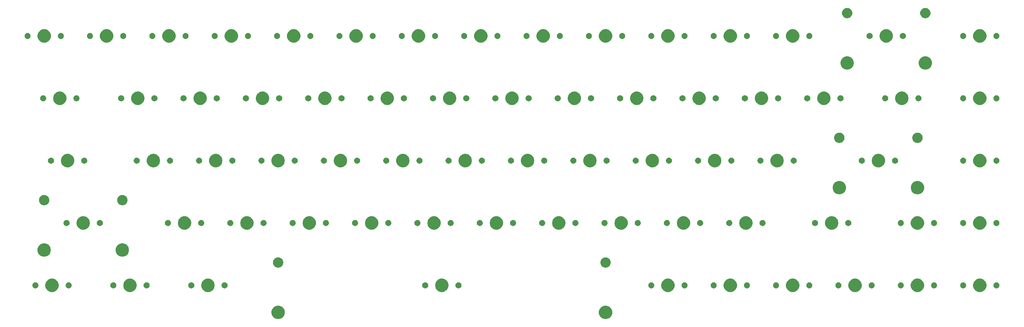
<source format=gbr>
G04 #@! TF.GenerationSoftware,KiCad,Pcbnew,(5.1.5)-3*
G04 #@! TF.CreationDate,2020-05-05T16:11:28-04:00*
G04 #@! TF.ProjectId,TheSedan,54686553-6564-4616-9e2e-6b696361645f,rev?*
G04 #@! TF.SameCoordinates,Original*
G04 #@! TF.FileFunction,Soldermask,Top*
G04 #@! TF.FilePolarity,Negative*
%FSLAX46Y46*%
G04 Gerber Fmt 4.6, Leading zero omitted, Abs format (unit mm)*
G04 Created by KiCad (PCBNEW (5.1.5)-3) date 2020-05-05 16:11:28*
%MOMM*%
%LPD*%
G04 APERTURE LIST*
%ADD10C,0.100000*%
G04 APERTURE END LIST*
D10*
G36*
X572883874Y-161863684D02*
G01*
X573101874Y-161953983D01*
X573256023Y-162017833D01*
X573590948Y-162241623D01*
X573875777Y-162526452D01*
X574099567Y-162861377D01*
X574099567Y-162861378D01*
X574253716Y-163233526D01*
X574332300Y-163628594D01*
X574332300Y-164031406D01*
X574253716Y-164426474D01*
X574163417Y-164644474D01*
X574099567Y-164798623D01*
X573875777Y-165133548D01*
X573590948Y-165418377D01*
X573256023Y-165642167D01*
X573101874Y-165706017D01*
X572883874Y-165796316D01*
X572488806Y-165874900D01*
X572085994Y-165874900D01*
X571690926Y-165796316D01*
X571472926Y-165706017D01*
X571318777Y-165642167D01*
X570983852Y-165418377D01*
X570699023Y-165133548D01*
X570475233Y-164798623D01*
X570411383Y-164644474D01*
X570321084Y-164426474D01*
X570242500Y-164031406D01*
X570242500Y-163628594D01*
X570321084Y-163233526D01*
X570475233Y-162861378D01*
X570475233Y-162861377D01*
X570699023Y-162526452D01*
X570983852Y-162241623D01*
X571318777Y-162017833D01*
X571472926Y-161953983D01*
X571690926Y-161863684D01*
X572085994Y-161785100D01*
X572488806Y-161785100D01*
X572883874Y-161863684D01*
G37*
G36*
X472884074Y-161863684D02*
G01*
X473102074Y-161953983D01*
X473256223Y-162017833D01*
X473591148Y-162241623D01*
X473875977Y-162526452D01*
X474099767Y-162861377D01*
X474099767Y-162861378D01*
X474253916Y-163233526D01*
X474332500Y-163628594D01*
X474332500Y-164031406D01*
X474253916Y-164426474D01*
X474163617Y-164644474D01*
X474099767Y-164798623D01*
X473875977Y-165133548D01*
X473591148Y-165418377D01*
X473256223Y-165642167D01*
X473102074Y-165706017D01*
X472884074Y-165796316D01*
X472489006Y-165874900D01*
X472086194Y-165874900D01*
X471691126Y-165796316D01*
X471473126Y-165706017D01*
X471318977Y-165642167D01*
X470984052Y-165418377D01*
X470699223Y-165133548D01*
X470475433Y-164798623D01*
X470411583Y-164644474D01*
X470321284Y-164426474D01*
X470242700Y-164031406D01*
X470242700Y-163628594D01*
X470321284Y-163233526D01*
X470475433Y-162861378D01*
X470475433Y-162861377D01*
X470699223Y-162526452D01*
X470984052Y-162241623D01*
X471318977Y-162017833D01*
X471473126Y-161953983D01*
X471691126Y-161863684D01*
X472086194Y-161785100D01*
X472489006Y-161785100D01*
X472884074Y-161863684D01*
G37*
G36*
X403821474Y-153608684D02*
G01*
X404039474Y-153698983D01*
X404193623Y-153762833D01*
X404528548Y-153986623D01*
X404813377Y-154271452D01*
X405037167Y-154606377D01*
X405069562Y-154684586D01*
X405191316Y-154978526D01*
X405269900Y-155373594D01*
X405269900Y-155776406D01*
X405191316Y-156171474D01*
X405140451Y-156294272D01*
X405037167Y-156543623D01*
X404813377Y-156878548D01*
X404528548Y-157163377D01*
X404193623Y-157387167D01*
X404039474Y-157451017D01*
X403821474Y-157541316D01*
X403426406Y-157619900D01*
X403023594Y-157619900D01*
X402628526Y-157541316D01*
X402410526Y-157451017D01*
X402256377Y-157387167D01*
X401921452Y-157163377D01*
X401636623Y-156878548D01*
X401412833Y-156543623D01*
X401309549Y-156294272D01*
X401258684Y-156171474D01*
X401180100Y-155776406D01*
X401180100Y-155373594D01*
X401258684Y-154978526D01*
X401380438Y-154684586D01*
X401412833Y-154606377D01*
X401636623Y-154271452D01*
X401921452Y-153986623D01*
X402256377Y-153762833D01*
X402410526Y-153698983D01*
X402628526Y-153608684D01*
X403023594Y-153530100D01*
X403426406Y-153530100D01*
X403821474Y-153608684D01*
G37*
G36*
X630040224Y-153608684D02*
G01*
X630258224Y-153698983D01*
X630412373Y-153762833D01*
X630747298Y-153986623D01*
X631032127Y-154271452D01*
X631255917Y-154606377D01*
X631288312Y-154684586D01*
X631410066Y-154978526D01*
X631488650Y-155373594D01*
X631488650Y-155776406D01*
X631410066Y-156171474D01*
X631359201Y-156294272D01*
X631255917Y-156543623D01*
X631032127Y-156878548D01*
X630747298Y-157163377D01*
X630412373Y-157387167D01*
X630258224Y-157451017D01*
X630040224Y-157541316D01*
X629645156Y-157619900D01*
X629242344Y-157619900D01*
X628847276Y-157541316D01*
X628629276Y-157451017D01*
X628475127Y-157387167D01*
X628140202Y-157163377D01*
X627855373Y-156878548D01*
X627631583Y-156543623D01*
X627528299Y-156294272D01*
X627477434Y-156171474D01*
X627398850Y-155776406D01*
X627398850Y-155373594D01*
X627477434Y-154978526D01*
X627599188Y-154684586D01*
X627631583Y-154606377D01*
X627855373Y-154271452D01*
X628140202Y-153986623D01*
X628475127Y-153762833D01*
X628629276Y-153698983D01*
X628847276Y-153608684D01*
X629242344Y-153530100D01*
X629645156Y-153530100D01*
X630040224Y-153608684D01*
G37*
G36*
X610990224Y-153608684D02*
G01*
X611208224Y-153698983D01*
X611362373Y-153762833D01*
X611697298Y-153986623D01*
X611982127Y-154271452D01*
X612205917Y-154606377D01*
X612238312Y-154684586D01*
X612360066Y-154978526D01*
X612438650Y-155373594D01*
X612438650Y-155776406D01*
X612360066Y-156171474D01*
X612309201Y-156294272D01*
X612205917Y-156543623D01*
X611982127Y-156878548D01*
X611697298Y-157163377D01*
X611362373Y-157387167D01*
X611208224Y-157451017D01*
X610990224Y-157541316D01*
X610595156Y-157619900D01*
X610192344Y-157619900D01*
X609797276Y-157541316D01*
X609579276Y-157451017D01*
X609425127Y-157387167D01*
X609090202Y-157163377D01*
X608805373Y-156878548D01*
X608581583Y-156543623D01*
X608478299Y-156294272D01*
X608427434Y-156171474D01*
X608348850Y-155776406D01*
X608348850Y-155373594D01*
X608427434Y-154978526D01*
X608549188Y-154684586D01*
X608581583Y-154606377D01*
X608805373Y-154271452D01*
X609090202Y-153986623D01*
X609425127Y-153762833D01*
X609579276Y-153698983D01*
X609797276Y-153608684D01*
X610192344Y-153530100D01*
X610595156Y-153530100D01*
X610990224Y-153608684D01*
G37*
G36*
X591940224Y-153608684D02*
G01*
X592158224Y-153698983D01*
X592312373Y-153762833D01*
X592647298Y-153986623D01*
X592932127Y-154271452D01*
X593155917Y-154606377D01*
X593188312Y-154684586D01*
X593310066Y-154978526D01*
X593388650Y-155373594D01*
X593388650Y-155776406D01*
X593310066Y-156171474D01*
X593259201Y-156294272D01*
X593155917Y-156543623D01*
X592932127Y-156878548D01*
X592647298Y-157163377D01*
X592312373Y-157387167D01*
X592158224Y-157451017D01*
X591940224Y-157541316D01*
X591545156Y-157619900D01*
X591142344Y-157619900D01*
X590747276Y-157541316D01*
X590529276Y-157451017D01*
X590375127Y-157387167D01*
X590040202Y-157163377D01*
X589755373Y-156878548D01*
X589531583Y-156543623D01*
X589428299Y-156294272D01*
X589377434Y-156171474D01*
X589298850Y-155776406D01*
X589298850Y-155373594D01*
X589377434Y-154978526D01*
X589499188Y-154684586D01*
X589531583Y-154606377D01*
X589755373Y-154271452D01*
X590040202Y-153986623D01*
X590375127Y-153762833D01*
X590529276Y-153698983D01*
X590747276Y-153608684D01*
X591142344Y-153530100D01*
X591545156Y-153530100D01*
X591940224Y-153608684D01*
G37*
G36*
X687190224Y-153608684D02*
G01*
X687408224Y-153698983D01*
X687562373Y-153762833D01*
X687897298Y-153986623D01*
X688182127Y-154271452D01*
X688405917Y-154606377D01*
X688438312Y-154684586D01*
X688560066Y-154978526D01*
X688638650Y-155373594D01*
X688638650Y-155776406D01*
X688560066Y-156171474D01*
X688509201Y-156294272D01*
X688405917Y-156543623D01*
X688182127Y-156878548D01*
X687897298Y-157163377D01*
X687562373Y-157387167D01*
X687408224Y-157451017D01*
X687190224Y-157541316D01*
X686795156Y-157619900D01*
X686392344Y-157619900D01*
X685997276Y-157541316D01*
X685779276Y-157451017D01*
X685625127Y-157387167D01*
X685290202Y-157163377D01*
X685005373Y-156878548D01*
X684781583Y-156543623D01*
X684678299Y-156294272D01*
X684627434Y-156171474D01*
X684548850Y-155776406D01*
X684548850Y-155373594D01*
X684627434Y-154978526D01*
X684749188Y-154684586D01*
X684781583Y-154606377D01*
X685005373Y-154271452D01*
X685290202Y-153986623D01*
X685625127Y-153762833D01*
X685779276Y-153698983D01*
X685997276Y-153608684D01*
X686392344Y-153530100D01*
X686795156Y-153530100D01*
X687190224Y-153608684D01*
G37*
G36*
X668140224Y-153608684D02*
G01*
X668358224Y-153698983D01*
X668512373Y-153762833D01*
X668847298Y-153986623D01*
X669132127Y-154271452D01*
X669355917Y-154606377D01*
X669388312Y-154684586D01*
X669510066Y-154978526D01*
X669588650Y-155373594D01*
X669588650Y-155776406D01*
X669510066Y-156171474D01*
X669459201Y-156294272D01*
X669355917Y-156543623D01*
X669132127Y-156878548D01*
X668847298Y-157163377D01*
X668512373Y-157387167D01*
X668358224Y-157451017D01*
X668140224Y-157541316D01*
X667745156Y-157619900D01*
X667342344Y-157619900D01*
X666947276Y-157541316D01*
X666729276Y-157451017D01*
X666575127Y-157387167D01*
X666240202Y-157163377D01*
X665955373Y-156878548D01*
X665731583Y-156543623D01*
X665628299Y-156294272D01*
X665577434Y-156171474D01*
X665498850Y-155776406D01*
X665498850Y-155373594D01*
X665577434Y-154978526D01*
X665699188Y-154684586D01*
X665731583Y-154606377D01*
X665955373Y-154271452D01*
X666240202Y-153986623D01*
X666575127Y-153762833D01*
X666729276Y-153698983D01*
X666947276Y-153608684D01*
X667342344Y-153530100D01*
X667745156Y-153530100D01*
X668140224Y-153608684D01*
G37*
G36*
X649090224Y-153608684D02*
G01*
X649308224Y-153698983D01*
X649462373Y-153762833D01*
X649797298Y-153986623D01*
X650082127Y-154271452D01*
X650305917Y-154606377D01*
X650338312Y-154684586D01*
X650460066Y-154978526D01*
X650538650Y-155373594D01*
X650538650Y-155776406D01*
X650460066Y-156171474D01*
X650409201Y-156294272D01*
X650305917Y-156543623D01*
X650082127Y-156878548D01*
X649797298Y-157163377D01*
X649462373Y-157387167D01*
X649308224Y-157451017D01*
X649090224Y-157541316D01*
X648695156Y-157619900D01*
X648292344Y-157619900D01*
X647897276Y-157541316D01*
X647679276Y-157451017D01*
X647525127Y-157387167D01*
X647190202Y-157163377D01*
X646905373Y-156878548D01*
X646681583Y-156543623D01*
X646578299Y-156294272D01*
X646527434Y-156171474D01*
X646448850Y-155776406D01*
X646448850Y-155373594D01*
X646527434Y-154978526D01*
X646649188Y-154684586D01*
X646681583Y-154606377D01*
X646905373Y-154271452D01*
X647190202Y-153986623D01*
X647525127Y-153762833D01*
X647679276Y-153698983D01*
X647897276Y-153608684D01*
X648292344Y-153530100D01*
X648695156Y-153530100D01*
X649090224Y-153608684D01*
G37*
G36*
X451446474Y-153608684D02*
G01*
X451664474Y-153698983D01*
X451818623Y-153762833D01*
X452153548Y-153986623D01*
X452438377Y-154271452D01*
X452662167Y-154606377D01*
X452694562Y-154684586D01*
X452816316Y-154978526D01*
X452894900Y-155373594D01*
X452894900Y-155776406D01*
X452816316Y-156171474D01*
X452765451Y-156294272D01*
X452662167Y-156543623D01*
X452438377Y-156878548D01*
X452153548Y-157163377D01*
X451818623Y-157387167D01*
X451664474Y-157451017D01*
X451446474Y-157541316D01*
X451051406Y-157619900D01*
X450648594Y-157619900D01*
X450253526Y-157541316D01*
X450035526Y-157451017D01*
X449881377Y-157387167D01*
X449546452Y-157163377D01*
X449261623Y-156878548D01*
X449037833Y-156543623D01*
X448934549Y-156294272D01*
X448883684Y-156171474D01*
X448805100Y-155776406D01*
X448805100Y-155373594D01*
X448883684Y-154978526D01*
X449005438Y-154684586D01*
X449037833Y-154606377D01*
X449261623Y-154271452D01*
X449546452Y-153986623D01*
X449881377Y-153762833D01*
X450035526Y-153698983D01*
X450253526Y-153608684D01*
X450648594Y-153530100D01*
X451051406Y-153530100D01*
X451446474Y-153608684D01*
G37*
G36*
X427633974Y-153608684D02*
G01*
X427851974Y-153698983D01*
X428006123Y-153762833D01*
X428341048Y-153986623D01*
X428625877Y-154271452D01*
X428849667Y-154606377D01*
X428882062Y-154684586D01*
X429003816Y-154978526D01*
X429082400Y-155373594D01*
X429082400Y-155776406D01*
X429003816Y-156171474D01*
X428952951Y-156294272D01*
X428849667Y-156543623D01*
X428625877Y-156878548D01*
X428341048Y-157163377D01*
X428006123Y-157387167D01*
X427851974Y-157451017D01*
X427633974Y-157541316D01*
X427238906Y-157619900D01*
X426836094Y-157619900D01*
X426441026Y-157541316D01*
X426223026Y-157451017D01*
X426068877Y-157387167D01*
X425733952Y-157163377D01*
X425449123Y-156878548D01*
X425225333Y-156543623D01*
X425122049Y-156294272D01*
X425071184Y-156171474D01*
X424992600Y-155776406D01*
X424992600Y-155373594D01*
X425071184Y-154978526D01*
X425192938Y-154684586D01*
X425225333Y-154606377D01*
X425449123Y-154271452D01*
X425733952Y-153986623D01*
X426068877Y-153762833D01*
X426223026Y-153698983D01*
X426441026Y-153608684D01*
X426836094Y-153530100D01*
X427238906Y-153530100D01*
X427633974Y-153608684D01*
G37*
G36*
X522883974Y-153608684D02*
G01*
X523101974Y-153698983D01*
X523256123Y-153762833D01*
X523591048Y-153986623D01*
X523875877Y-154271452D01*
X524099667Y-154606377D01*
X524132062Y-154684586D01*
X524253816Y-154978526D01*
X524332400Y-155373594D01*
X524332400Y-155776406D01*
X524253816Y-156171474D01*
X524202951Y-156294272D01*
X524099667Y-156543623D01*
X523875877Y-156878548D01*
X523591048Y-157163377D01*
X523256123Y-157387167D01*
X523101974Y-157451017D01*
X522883974Y-157541316D01*
X522488906Y-157619900D01*
X522086094Y-157619900D01*
X521691026Y-157541316D01*
X521473026Y-157451017D01*
X521318877Y-157387167D01*
X520983952Y-157163377D01*
X520699123Y-156878548D01*
X520475333Y-156543623D01*
X520372049Y-156294272D01*
X520321184Y-156171474D01*
X520242600Y-155776406D01*
X520242600Y-155373594D01*
X520321184Y-154978526D01*
X520442938Y-154684586D01*
X520475333Y-154606377D01*
X520699123Y-154271452D01*
X520983952Y-153986623D01*
X521318877Y-153762833D01*
X521473026Y-153698983D01*
X521691026Y-153608684D01*
X522086094Y-153530100D01*
X522488906Y-153530100D01*
X522883974Y-153608684D01*
G37*
G36*
X527637604Y-154684585D02*
G01*
X527806126Y-154754389D01*
X527957791Y-154855728D01*
X528086772Y-154984709D01*
X528188111Y-155136374D01*
X528257915Y-155304896D01*
X528293500Y-155483797D01*
X528293500Y-155666203D01*
X528257915Y-155845104D01*
X528188111Y-156013626D01*
X528086772Y-156165291D01*
X527957791Y-156294272D01*
X527806126Y-156395611D01*
X527637604Y-156465415D01*
X527458703Y-156501000D01*
X527276297Y-156501000D01*
X527097396Y-156465415D01*
X526928874Y-156395611D01*
X526777209Y-156294272D01*
X526648228Y-156165291D01*
X526546889Y-156013626D01*
X526477085Y-155845104D01*
X526441500Y-155666203D01*
X526441500Y-155483797D01*
X526477085Y-155304896D01*
X526546889Y-155136374D01*
X526648228Y-154984709D01*
X526777209Y-154855728D01*
X526928874Y-154754389D01*
X527097396Y-154684585D01*
X527276297Y-154649000D01*
X527458703Y-154649000D01*
X527637604Y-154684585D01*
G37*
G36*
X653843854Y-154684585D02*
G01*
X654012376Y-154754389D01*
X654164041Y-154855728D01*
X654293022Y-154984709D01*
X654394361Y-155136374D01*
X654464165Y-155304896D01*
X654499750Y-155483797D01*
X654499750Y-155666203D01*
X654464165Y-155845104D01*
X654394361Y-156013626D01*
X654293022Y-156165291D01*
X654164041Y-156294272D01*
X654012376Y-156395611D01*
X653843854Y-156465415D01*
X653664953Y-156501000D01*
X653482547Y-156501000D01*
X653303646Y-156465415D01*
X653135124Y-156395611D01*
X652983459Y-156294272D01*
X652854478Y-156165291D01*
X652753139Y-156013626D01*
X652683335Y-155845104D01*
X652647750Y-155666203D01*
X652647750Y-155483797D01*
X652683335Y-155304896D01*
X652753139Y-155136374D01*
X652854478Y-154984709D01*
X652983459Y-154855728D01*
X653135124Y-154754389D01*
X653303646Y-154684585D01*
X653482547Y-154649000D01*
X653664953Y-154649000D01*
X653843854Y-154684585D01*
G37*
G36*
X643683854Y-154684585D02*
G01*
X643852376Y-154754389D01*
X644004041Y-154855728D01*
X644133022Y-154984709D01*
X644234361Y-155136374D01*
X644304165Y-155304896D01*
X644339750Y-155483797D01*
X644339750Y-155666203D01*
X644304165Y-155845104D01*
X644234361Y-156013626D01*
X644133022Y-156165291D01*
X644004041Y-156294272D01*
X643852376Y-156395611D01*
X643683854Y-156465415D01*
X643504953Y-156501000D01*
X643322547Y-156501000D01*
X643143646Y-156465415D01*
X642975124Y-156395611D01*
X642823459Y-156294272D01*
X642694478Y-156165291D01*
X642593139Y-156013626D01*
X642523335Y-155845104D01*
X642487750Y-155666203D01*
X642487750Y-155483797D01*
X642523335Y-155304896D01*
X642593139Y-155136374D01*
X642694478Y-154984709D01*
X642823459Y-154855728D01*
X642975124Y-154754389D01*
X643143646Y-154684585D01*
X643322547Y-154649000D01*
X643504953Y-154649000D01*
X643683854Y-154684585D01*
G37*
G36*
X672893854Y-154684585D02*
G01*
X673062376Y-154754389D01*
X673214041Y-154855728D01*
X673343022Y-154984709D01*
X673444361Y-155136374D01*
X673514165Y-155304896D01*
X673549750Y-155483797D01*
X673549750Y-155666203D01*
X673514165Y-155845104D01*
X673444361Y-156013626D01*
X673343022Y-156165291D01*
X673214041Y-156294272D01*
X673062376Y-156395611D01*
X672893854Y-156465415D01*
X672714953Y-156501000D01*
X672532547Y-156501000D01*
X672353646Y-156465415D01*
X672185124Y-156395611D01*
X672033459Y-156294272D01*
X671904478Y-156165291D01*
X671803139Y-156013626D01*
X671733335Y-155845104D01*
X671697750Y-155666203D01*
X671697750Y-155483797D01*
X671733335Y-155304896D01*
X671803139Y-155136374D01*
X671904478Y-154984709D01*
X672033459Y-154855728D01*
X672185124Y-154754389D01*
X672353646Y-154684585D01*
X672532547Y-154649000D01*
X672714953Y-154649000D01*
X672893854Y-154684585D01*
G37*
G36*
X634793854Y-154684585D02*
G01*
X634962376Y-154754389D01*
X635114041Y-154855728D01*
X635243022Y-154984709D01*
X635344361Y-155136374D01*
X635414165Y-155304896D01*
X635449750Y-155483797D01*
X635449750Y-155666203D01*
X635414165Y-155845104D01*
X635344361Y-156013626D01*
X635243022Y-156165291D01*
X635114041Y-156294272D01*
X634962376Y-156395611D01*
X634793854Y-156465415D01*
X634614953Y-156501000D01*
X634432547Y-156501000D01*
X634253646Y-156465415D01*
X634085124Y-156395611D01*
X633933459Y-156294272D01*
X633804478Y-156165291D01*
X633703139Y-156013626D01*
X633633335Y-155845104D01*
X633597750Y-155666203D01*
X633597750Y-155483797D01*
X633633335Y-155304896D01*
X633703139Y-155136374D01*
X633804478Y-154984709D01*
X633933459Y-154855728D01*
X634085124Y-154754389D01*
X634253646Y-154684585D01*
X634432547Y-154649000D01*
X634614953Y-154649000D01*
X634793854Y-154684585D01*
G37*
G36*
X624633854Y-154684585D02*
G01*
X624802376Y-154754389D01*
X624954041Y-154855728D01*
X625083022Y-154984709D01*
X625184361Y-155136374D01*
X625254165Y-155304896D01*
X625289750Y-155483797D01*
X625289750Y-155666203D01*
X625254165Y-155845104D01*
X625184361Y-156013626D01*
X625083022Y-156165291D01*
X624954041Y-156294272D01*
X624802376Y-156395611D01*
X624633854Y-156465415D01*
X624454953Y-156501000D01*
X624272547Y-156501000D01*
X624093646Y-156465415D01*
X623925124Y-156395611D01*
X623773459Y-156294272D01*
X623644478Y-156165291D01*
X623543139Y-156013626D01*
X623473335Y-155845104D01*
X623437750Y-155666203D01*
X623437750Y-155483797D01*
X623473335Y-155304896D01*
X623543139Y-155136374D01*
X623644478Y-154984709D01*
X623773459Y-154855728D01*
X623925124Y-154754389D01*
X624093646Y-154684585D01*
X624272547Y-154649000D01*
X624454953Y-154649000D01*
X624633854Y-154684585D01*
G37*
G36*
X615743854Y-154684585D02*
G01*
X615912376Y-154754389D01*
X616064041Y-154855728D01*
X616193022Y-154984709D01*
X616294361Y-155136374D01*
X616364165Y-155304896D01*
X616399750Y-155483797D01*
X616399750Y-155666203D01*
X616364165Y-155845104D01*
X616294361Y-156013626D01*
X616193022Y-156165291D01*
X616064041Y-156294272D01*
X615912376Y-156395611D01*
X615743854Y-156465415D01*
X615564953Y-156501000D01*
X615382547Y-156501000D01*
X615203646Y-156465415D01*
X615035124Y-156395611D01*
X614883459Y-156294272D01*
X614754478Y-156165291D01*
X614653139Y-156013626D01*
X614583335Y-155845104D01*
X614547750Y-155666203D01*
X614547750Y-155483797D01*
X614583335Y-155304896D01*
X614653139Y-155136374D01*
X614754478Y-154984709D01*
X614883459Y-154855728D01*
X615035124Y-154754389D01*
X615203646Y-154684585D01*
X615382547Y-154649000D01*
X615564953Y-154649000D01*
X615743854Y-154684585D01*
G37*
G36*
X605583854Y-154684585D02*
G01*
X605752376Y-154754389D01*
X605904041Y-154855728D01*
X606033022Y-154984709D01*
X606134361Y-155136374D01*
X606204165Y-155304896D01*
X606239750Y-155483797D01*
X606239750Y-155666203D01*
X606204165Y-155845104D01*
X606134361Y-156013626D01*
X606033022Y-156165291D01*
X605904041Y-156294272D01*
X605752376Y-156395611D01*
X605583854Y-156465415D01*
X605404953Y-156501000D01*
X605222547Y-156501000D01*
X605043646Y-156465415D01*
X604875124Y-156395611D01*
X604723459Y-156294272D01*
X604594478Y-156165291D01*
X604493139Y-156013626D01*
X604423335Y-155845104D01*
X604387750Y-155666203D01*
X604387750Y-155483797D01*
X604423335Y-155304896D01*
X604493139Y-155136374D01*
X604594478Y-154984709D01*
X604723459Y-154855728D01*
X604875124Y-154754389D01*
X605043646Y-154684585D01*
X605222547Y-154649000D01*
X605404953Y-154649000D01*
X605583854Y-154684585D01*
G37*
G36*
X681783854Y-154684585D02*
G01*
X681952376Y-154754389D01*
X682104041Y-154855728D01*
X682233022Y-154984709D01*
X682334361Y-155136374D01*
X682404165Y-155304896D01*
X682439750Y-155483797D01*
X682439750Y-155666203D01*
X682404165Y-155845104D01*
X682334361Y-156013626D01*
X682233022Y-156165291D01*
X682104041Y-156294272D01*
X681952376Y-156395611D01*
X681783854Y-156465415D01*
X681604953Y-156501000D01*
X681422547Y-156501000D01*
X681243646Y-156465415D01*
X681075124Y-156395611D01*
X680923459Y-156294272D01*
X680794478Y-156165291D01*
X680693139Y-156013626D01*
X680623335Y-155845104D01*
X680587750Y-155666203D01*
X680587750Y-155483797D01*
X680623335Y-155304896D01*
X680693139Y-155136374D01*
X680794478Y-154984709D01*
X680923459Y-154855728D01*
X681075124Y-154754389D01*
X681243646Y-154684585D01*
X681422547Y-154649000D01*
X681604953Y-154649000D01*
X681783854Y-154684585D01*
G37*
G36*
X596693854Y-154684585D02*
G01*
X596862376Y-154754389D01*
X597014041Y-154855728D01*
X597143022Y-154984709D01*
X597244361Y-155136374D01*
X597314165Y-155304896D01*
X597349750Y-155483797D01*
X597349750Y-155666203D01*
X597314165Y-155845104D01*
X597244361Y-156013626D01*
X597143022Y-156165291D01*
X597014041Y-156294272D01*
X596862376Y-156395611D01*
X596693854Y-156465415D01*
X596514953Y-156501000D01*
X596332547Y-156501000D01*
X596153646Y-156465415D01*
X595985124Y-156395611D01*
X595833459Y-156294272D01*
X595704478Y-156165291D01*
X595603139Y-156013626D01*
X595533335Y-155845104D01*
X595497750Y-155666203D01*
X595497750Y-155483797D01*
X595533335Y-155304896D01*
X595603139Y-155136374D01*
X595704478Y-154984709D01*
X595833459Y-154855728D01*
X595985124Y-154754389D01*
X596153646Y-154684585D01*
X596332547Y-154649000D01*
X596514953Y-154649000D01*
X596693854Y-154684585D01*
G37*
G36*
X586533854Y-154684585D02*
G01*
X586702376Y-154754389D01*
X586854041Y-154855728D01*
X586983022Y-154984709D01*
X587084361Y-155136374D01*
X587154165Y-155304896D01*
X587189750Y-155483797D01*
X587189750Y-155666203D01*
X587154165Y-155845104D01*
X587084361Y-156013626D01*
X586983022Y-156165291D01*
X586854041Y-156294272D01*
X586702376Y-156395611D01*
X586533854Y-156465415D01*
X586354953Y-156501000D01*
X586172547Y-156501000D01*
X585993646Y-156465415D01*
X585825124Y-156395611D01*
X585673459Y-156294272D01*
X585544478Y-156165291D01*
X585443139Y-156013626D01*
X585373335Y-155845104D01*
X585337750Y-155666203D01*
X585337750Y-155483797D01*
X585373335Y-155304896D01*
X585443139Y-155136374D01*
X585544478Y-154984709D01*
X585673459Y-154855728D01*
X585825124Y-154754389D01*
X585993646Y-154684585D01*
X586172547Y-154649000D01*
X586354953Y-154649000D01*
X586533854Y-154684585D01*
G37*
G36*
X691943854Y-154684585D02*
G01*
X692112376Y-154754389D01*
X692264041Y-154855728D01*
X692393022Y-154984709D01*
X692494361Y-155136374D01*
X692564165Y-155304896D01*
X692599750Y-155483797D01*
X692599750Y-155666203D01*
X692564165Y-155845104D01*
X692494361Y-156013626D01*
X692393022Y-156165291D01*
X692264041Y-156294272D01*
X692112376Y-156395611D01*
X691943854Y-156465415D01*
X691764953Y-156501000D01*
X691582547Y-156501000D01*
X691403646Y-156465415D01*
X691235124Y-156395611D01*
X691083459Y-156294272D01*
X690954478Y-156165291D01*
X690853139Y-156013626D01*
X690783335Y-155845104D01*
X690747750Y-155666203D01*
X690747750Y-155483797D01*
X690783335Y-155304896D01*
X690853139Y-155136374D01*
X690954478Y-154984709D01*
X691083459Y-154855728D01*
X691235124Y-154754389D01*
X691403646Y-154684585D01*
X691582547Y-154649000D01*
X691764953Y-154649000D01*
X691943854Y-154684585D01*
G37*
G36*
X517477604Y-154684585D02*
G01*
X517646126Y-154754389D01*
X517797791Y-154855728D01*
X517926772Y-154984709D01*
X518028111Y-155136374D01*
X518097915Y-155304896D01*
X518133500Y-155483797D01*
X518133500Y-155666203D01*
X518097915Y-155845104D01*
X518028111Y-156013626D01*
X517926772Y-156165291D01*
X517797791Y-156294272D01*
X517646126Y-156395611D01*
X517477604Y-156465415D01*
X517298703Y-156501000D01*
X517116297Y-156501000D01*
X516937396Y-156465415D01*
X516768874Y-156395611D01*
X516617209Y-156294272D01*
X516488228Y-156165291D01*
X516386889Y-156013626D01*
X516317085Y-155845104D01*
X516281500Y-155666203D01*
X516281500Y-155483797D01*
X516317085Y-155304896D01*
X516386889Y-155136374D01*
X516488228Y-154984709D01*
X516617209Y-154855728D01*
X516768874Y-154754389D01*
X516937396Y-154684585D01*
X517116297Y-154649000D01*
X517298703Y-154649000D01*
X517477604Y-154684585D01*
G37*
G36*
X446040104Y-154684585D02*
G01*
X446208626Y-154754389D01*
X446360291Y-154855728D01*
X446489272Y-154984709D01*
X446590611Y-155136374D01*
X446660415Y-155304896D01*
X446696000Y-155483797D01*
X446696000Y-155666203D01*
X446660415Y-155845104D01*
X446590611Y-156013626D01*
X446489272Y-156165291D01*
X446360291Y-156294272D01*
X446208626Y-156395611D01*
X446040104Y-156465415D01*
X445861203Y-156501000D01*
X445678797Y-156501000D01*
X445499896Y-156465415D01*
X445331374Y-156395611D01*
X445179709Y-156294272D01*
X445050728Y-156165291D01*
X444949389Y-156013626D01*
X444879585Y-155845104D01*
X444844000Y-155666203D01*
X444844000Y-155483797D01*
X444879585Y-155304896D01*
X444949389Y-155136374D01*
X445050728Y-154984709D01*
X445179709Y-154855728D01*
X445331374Y-154754389D01*
X445499896Y-154684585D01*
X445678797Y-154649000D01*
X445861203Y-154649000D01*
X446040104Y-154684585D01*
G37*
G36*
X432387604Y-154684585D02*
G01*
X432556126Y-154754389D01*
X432707791Y-154855728D01*
X432836772Y-154984709D01*
X432938111Y-155136374D01*
X433007915Y-155304896D01*
X433043500Y-155483797D01*
X433043500Y-155666203D01*
X433007915Y-155845104D01*
X432938111Y-156013626D01*
X432836772Y-156165291D01*
X432707791Y-156294272D01*
X432556126Y-156395611D01*
X432387604Y-156465415D01*
X432208703Y-156501000D01*
X432026297Y-156501000D01*
X431847396Y-156465415D01*
X431678874Y-156395611D01*
X431527209Y-156294272D01*
X431398228Y-156165291D01*
X431296889Y-156013626D01*
X431227085Y-155845104D01*
X431191500Y-155666203D01*
X431191500Y-155483797D01*
X431227085Y-155304896D01*
X431296889Y-155136374D01*
X431398228Y-154984709D01*
X431527209Y-154855728D01*
X431678874Y-154754389D01*
X431847396Y-154684585D01*
X432026297Y-154649000D01*
X432208703Y-154649000D01*
X432387604Y-154684585D01*
G37*
G36*
X422227604Y-154684585D02*
G01*
X422396126Y-154754389D01*
X422547791Y-154855728D01*
X422676772Y-154984709D01*
X422778111Y-155136374D01*
X422847915Y-155304896D01*
X422883500Y-155483797D01*
X422883500Y-155666203D01*
X422847915Y-155845104D01*
X422778111Y-156013626D01*
X422676772Y-156165291D01*
X422547791Y-156294272D01*
X422396126Y-156395611D01*
X422227604Y-156465415D01*
X422048703Y-156501000D01*
X421866297Y-156501000D01*
X421687396Y-156465415D01*
X421518874Y-156395611D01*
X421367209Y-156294272D01*
X421238228Y-156165291D01*
X421136889Y-156013626D01*
X421067085Y-155845104D01*
X421031500Y-155666203D01*
X421031500Y-155483797D01*
X421067085Y-155304896D01*
X421136889Y-155136374D01*
X421238228Y-154984709D01*
X421367209Y-154855728D01*
X421518874Y-154754389D01*
X421687396Y-154684585D01*
X421866297Y-154649000D01*
X422048703Y-154649000D01*
X422227604Y-154684585D01*
G37*
G36*
X408575104Y-154684585D02*
G01*
X408743626Y-154754389D01*
X408895291Y-154855728D01*
X409024272Y-154984709D01*
X409125611Y-155136374D01*
X409195415Y-155304896D01*
X409231000Y-155483797D01*
X409231000Y-155666203D01*
X409195415Y-155845104D01*
X409125611Y-156013626D01*
X409024272Y-156165291D01*
X408895291Y-156294272D01*
X408743626Y-156395611D01*
X408575104Y-156465415D01*
X408396203Y-156501000D01*
X408213797Y-156501000D01*
X408034896Y-156465415D01*
X407866374Y-156395611D01*
X407714709Y-156294272D01*
X407585728Y-156165291D01*
X407484389Y-156013626D01*
X407414585Y-155845104D01*
X407379000Y-155666203D01*
X407379000Y-155483797D01*
X407414585Y-155304896D01*
X407484389Y-155136374D01*
X407585728Y-154984709D01*
X407714709Y-154855728D01*
X407866374Y-154754389D01*
X408034896Y-154684585D01*
X408213797Y-154649000D01*
X408396203Y-154649000D01*
X408575104Y-154684585D01*
G37*
G36*
X398415104Y-154684585D02*
G01*
X398583626Y-154754389D01*
X398735291Y-154855728D01*
X398864272Y-154984709D01*
X398965611Y-155136374D01*
X399035415Y-155304896D01*
X399071000Y-155483797D01*
X399071000Y-155666203D01*
X399035415Y-155845104D01*
X398965611Y-156013626D01*
X398864272Y-156165291D01*
X398735291Y-156294272D01*
X398583626Y-156395611D01*
X398415104Y-156465415D01*
X398236203Y-156501000D01*
X398053797Y-156501000D01*
X397874896Y-156465415D01*
X397706374Y-156395611D01*
X397554709Y-156294272D01*
X397425728Y-156165291D01*
X397324389Y-156013626D01*
X397254585Y-155845104D01*
X397219000Y-155666203D01*
X397219000Y-155483797D01*
X397254585Y-155304896D01*
X397324389Y-155136374D01*
X397425728Y-154984709D01*
X397554709Y-154855728D01*
X397706374Y-154754389D01*
X397874896Y-154684585D01*
X398053797Y-154649000D01*
X398236203Y-154649000D01*
X398415104Y-154684585D01*
G37*
G36*
X662733854Y-154684585D02*
G01*
X662902376Y-154754389D01*
X663054041Y-154855728D01*
X663183022Y-154984709D01*
X663284361Y-155136374D01*
X663354165Y-155304896D01*
X663389750Y-155483797D01*
X663389750Y-155666203D01*
X663354165Y-155845104D01*
X663284361Y-156013626D01*
X663183022Y-156165291D01*
X663054041Y-156294272D01*
X662902376Y-156395611D01*
X662733854Y-156465415D01*
X662554953Y-156501000D01*
X662372547Y-156501000D01*
X662193646Y-156465415D01*
X662025124Y-156395611D01*
X661873459Y-156294272D01*
X661744478Y-156165291D01*
X661643139Y-156013626D01*
X661573335Y-155845104D01*
X661537750Y-155666203D01*
X661537750Y-155483797D01*
X661573335Y-155304896D01*
X661643139Y-155136374D01*
X661744478Y-154984709D01*
X661873459Y-154855728D01*
X662025124Y-154754389D01*
X662193646Y-154684585D01*
X662372547Y-154649000D01*
X662554953Y-154649000D01*
X662733854Y-154684585D01*
G37*
G36*
X456200104Y-154684585D02*
G01*
X456368626Y-154754389D01*
X456520291Y-154855728D01*
X456649272Y-154984709D01*
X456750611Y-155136374D01*
X456820415Y-155304896D01*
X456856000Y-155483797D01*
X456856000Y-155666203D01*
X456820415Y-155845104D01*
X456750611Y-156013626D01*
X456649272Y-156165291D01*
X456520291Y-156294272D01*
X456368626Y-156395611D01*
X456200104Y-156465415D01*
X456021203Y-156501000D01*
X455838797Y-156501000D01*
X455659896Y-156465415D01*
X455491374Y-156395611D01*
X455339709Y-156294272D01*
X455210728Y-156165291D01*
X455109389Y-156013626D01*
X455039585Y-155845104D01*
X455004000Y-155666203D01*
X455004000Y-155483797D01*
X455039585Y-155304896D01*
X455109389Y-155136374D01*
X455210728Y-154984709D01*
X455339709Y-154855728D01*
X455491374Y-154754389D01*
X455659896Y-154684585D01*
X455838797Y-154649000D01*
X456021203Y-154649000D01*
X456200104Y-154684585D01*
G37*
G36*
X472747011Y-147075526D02*
G01*
X472865737Y-147124704D01*
X473033641Y-147194252D01*
X473033642Y-147194253D01*
X473291604Y-147366617D01*
X473510983Y-147585996D01*
X473626153Y-147758361D01*
X473683348Y-147843959D01*
X473802074Y-148130590D01*
X473862600Y-148434875D01*
X473862600Y-148745125D01*
X473802074Y-149049410D01*
X473683348Y-149336041D01*
X473683347Y-149336042D01*
X473510983Y-149594004D01*
X473291604Y-149813383D01*
X473119239Y-149928553D01*
X473033641Y-149985748D01*
X472865737Y-150055296D01*
X472747011Y-150104474D01*
X472594867Y-150134737D01*
X472442725Y-150165000D01*
X472132475Y-150165000D01*
X471828189Y-150104474D01*
X471709463Y-150055296D01*
X471541559Y-149985748D01*
X471455961Y-149928553D01*
X471283596Y-149813383D01*
X471064217Y-149594004D01*
X470891853Y-149336042D01*
X470891852Y-149336041D01*
X470773126Y-149049410D01*
X470712600Y-148745125D01*
X470712600Y-148434875D01*
X470773126Y-148130590D01*
X470891852Y-147843959D01*
X470949047Y-147758361D01*
X471064217Y-147585996D01*
X471283596Y-147366617D01*
X471541558Y-147194253D01*
X471541559Y-147194252D01*
X471709463Y-147124704D01*
X471828189Y-147075526D01*
X472132475Y-147015000D01*
X472442725Y-147015000D01*
X472747011Y-147075526D01*
G37*
G36*
X572746811Y-147075526D02*
G01*
X572865537Y-147124704D01*
X573033441Y-147194252D01*
X573033442Y-147194253D01*
X573291404Y-147366617D01*
X573510783Y-147585996D01*
X573625953Y-147758361D01*
X573683148Y-147843959D01*
X573801874Y-148130590D01*
X573862400Y-148434875D01*
X573862400Y-148745125D01*
X573801874Y-149049410D01*
X573683148Y-149336041D01*
X573683147Y-149336042D01*
X573510783Y-149594004D01*
X573291404Y-149813383D01*
X573119039Y-149928553D01*
X573033441Y-149985748D01*
X572865537Y-150055296D01*
X572746811Y-150104474D01*
X572594667Y-150134737D01*
X572442525Y-150165000D01*
X572132275Y-150165000D01*
X571827989Y-150104474D01*
X571709263Y-150055296D01*
X571541359Y-149985748D01*
X571455761Y-149928553D01*
X571283396Y-149813383D01*
X571064017Y-149594004D01*
X570891653Y-149336042D01*
X570891652Y-149336041D01*
X570772926Y-149049410D01*
X570712400Y-148745125D01*
X570712400Y-148434875D01*
X570772926Y-148130590D01*
X570891652Y-147843959D01*
X570948847Y-147758361D01*
X571064017Y-147585996D01*
X571283396Y-147366617D01*
X571541358Y-147194253D01*
X571541359Y-147194252D01*
X571709263Y-147124704D01*
X571827989Y-147075526D01*
X572132275Y-147015000D01*
X572442525Y-147015000D01*
X572746811Y-147075526D01*
G37*
G36*
X425284474Y-142813684D02*
G01*
X425502474Y-142903983D01*
X425656623Y-142967833D01*
X425991548Y-143191623D01*
X426276377Y-143476452D01*
X426500167Y-143811377D01*
X426500167Y-143811378D01*
X426654316Y-144183526D01*
X426732900Y-144578594D01*
X426732900Y-144981406D01*
X426654316Y-145376474D01*
X426564017Y-145594474D01*
X426500167Y-145748623D01*
X426276377Y-146083548D01*
X425991548Y-146368377D01*
X425656623Y-146592167D01*
X425502474Y-146656017D01*
X425284474Y-146746316D01*
X424889406Y-146824900D01*
X424486594Y-146824900D01*
X424091526Y-146746316D01*
X423873526Y-146656017D01*
X423719377Y-146592167D01*
X423384452Y-146368377D01*
X423099623Y-146083548D01*
X422875833Y-145748623D01*
X422811983Y-145594474D01*
X422721684Y-145376474D01*
X422643100Y-144981406D01*
X422643100Y-144578594D01*
X422721684Y-144183526D01*
X422875833Y-143811378D01*
X422875833Y-143811377D01*
X423099623Y-143476452D01*
X423384452Y-143191623D01*
X423719377Y-142967833D01*
X423873526Y-142903983D01*
X424091526Y-142813684D01*
X424486594Y-142735100D01*
X424889406Y-142735100D01*
X425284474Y-142813684D01*
G37*
G36*
X401408474Y-142813684D02*
G01*
X401626474Y-142903983D01*
X401780623Y-142967833D01*
X402115548Y-143191623D01*
X402400377Y-143476452D01*
X402624167Y-143811377D01*
X402624167Y-143811378D01*
X402778316Y-144183526D01*
X402856900Y-144578594D01*
X402856900Y-144981406D01*
X402778316Y-145376474D01*
X402688017Y-145594474D01*
X402624167Y-145748623D01*
X402400377Y-146083548D01*
X402115548Y-146368377D01*
X401780623Y-146592167D01*
X401626474Y-146656017D01*
X401408474Y-146746316D01*
X401013406Y-146824900D01*
X400610594Y-146824900D01*
X400215526Y-146746316D01*
X399997526Y-146656017D01*
X399843377Y-146592167D01*
X399508452Y-146368377D01*
X399223623Y-146083548D01*
X398999833Y-145748623D01*
X398935983Y-145594474D01*
X398845684Y-145376474D01*
X398767100Y-144981406D01*
X398767100Y-144578594D01*
X398845684Y-144183526D01*
X398999833Y-143811378D01*
X398999833Y-143811377D01*
X399223623Y-143476452D01*
X399508452Y-143191623D01*
X399843377Y-142967833D01*
X399997526Y-142903983D01*
X400215526Y-142813684D01*
X400610594Y-142735100D01*
X401013406Y-142735100D01*
X401408474Y-142813684D01*
G37*
G36*
X413346474Y-134558684D02*
G01*
X413564474Y-134648983D01*
X413718623Y-134712833D01*
X414053548Y-134936623D01*
X414338377Y-135221452D01*
X414562167Y-135556377D01*
X414594562Y-135634586D01*
X414716316Y-135928526D01*
X414794900Y-136323594D01*
X414794900Y-136726406D01*
X414716316Y-137121474D01*
X414665451Y-137244272D01*
X414562167Y-137493623D01*
X414338377Y-137828548D01*
X414053548Y-138113377D01*
X413718623Y-138337167D01*
X413564474Y-138401017D01*
X413346474Y-138491316D01*
X412951406Y-138569900D01*
X412548594Y-138569900D01*
X412153526Y-138491316D01*
X411935526Y-138401017D01*
X411781377Y-138337167D01*
X411446452Y-138113377D01*
X411161623Y-137828548D01*
X410937833Y-137493623D01*
X410834549Y-137244272D01*
X410783684Y-137121474D01*
X410705100Y-136726406D01*
X410705100Y-136323594D01*
X410783684Y-135928526D01*
X410905438Y-135634586D01*
X410937833Y-135556377D01*
X411161623Y-135221452D01*
X411446452Y-134936623D01*
X411781377Y-134712833D01*
X411935526Y-134648983D01*
X412153526Y-134558684D01*
X412548594Y-134480100D01*
X412951406Y-134480100D01*
X413346474Y-134558684D01*
G37*
G36*
X520502724Y-134558684D02*
G01*
X520720724Y-134648983D01*
X520874873Y-134712833D01*
X521209798Y-134936623D01*
X521494627Y-135221452D01*
X521718417Y-135556377D01*
X521750812Y-135634586D01*
X521872566Y-135928526D01*
X521951150Y-136323594D01*
X521951150Y-136726406D01*
X521872566Y-137121474D01*
X521821701Y-137244272D01*
X521718417Y-137493623D01*
X521494627Y-137828548D01*
X521209798Y-138113377D01*
X520874873Y-138337167D01*
X520720724Y-138401017D01*
X520502724Y-138491316D01*
X520107656Y-138569900D01*
X519704844Y-138569900D01*
X519309776Y-138491316D01*
X519091776Y-138401017D01*
X518937627Y-138337167D01*
X518602702Y-138113377D01*
X518317873Y-137828548D01*
X518094083Y-137493623D01*
X517990799Y-137244272D01*
X517939934Y-137121474D01*
X517861350Y-136726406D01*
X517861350Y-136323594D01*
X517939934Y-135928526D01*
X518061688Y-135634586D01*
X518094083Y-135556377D01*
X518317873Y-135221452D01*
X518602702Y-134936623D01*
X518937627Y-134712833D01*
X519091776Y-134648983D01*
X519309776Y-134558684D01*
X519704844Y-134480100D01*
X520107656Y-134480100D01*
X520502724Y-134558684D01*
G37*
G36*
X482402724Y-134558684D02*
G01*
X482620724Y-134648983D01*
X482774873Y-134712833D01*
X483109798Y-134936623D01*
X483394627Y-135221452D01*
X483618417Y-135556377D01*
X483650812Y-135634586D01*
X483772566Y-135928526D01*
X483851150Y-136323594D01*
X483851150Y-136726406D01*
X483772566Y-137121474D01*
X483721701Y-137244272D01*
X483618417Y-137493623D01*
X483394627Y-137828548D01*
X483109798Y-138113377D01*
X482774873Y-138337167D01*
X482620724Y-138401017D01*
X482402724Y-138491316D01*
X482007656Y-138569900D01*
X481604844Y-138569900D01*
X481209776Y-138491316D01*
X480991776Y-138401017D01*
X480837627Y-138337167D01*
X480502702Y-138113377D01*
X480217873Y-137828548D01*
X479994083Y-137493623D01*
X479890799Y-137244272D01*
X479839934Y-137121474D01*
X479761350Y-136726406D01*
X479761350Y-136323594D01*
X479839934Y-135928526D01*
X479961688Y-135634586D01*
X479994083Y-135556377D01*
X480217873Y-135221452D01*
X480502702Y-134936623D01*
X480837627Y-134712833D01*
X480991776Y-134648983D01*
X481209776Y-134558684D01*
X481604844Y-134480100D01*
X482007656Y-134480100D01*
X482402724Y-134558684D01*
G37*
G36*
X539552724Y-134558684D02*
G01*
X539770724Y-134648983D01*
X539924873Y-134712833D01*
X540259798Y-134936623D01*
X540544627Y-135221452D01*
X540768417Y-135556377D01*
X540800812Y-135634586D01*
X540922566Y-135928526D01*
X541001150Y-136323594D01*
X541001150Y-136726406D01*
X540922566Y-137121474D01*
X540871701Y-137244272D01*
X540768417Y-137493623D01*
X540544627Y-137828548D01*
X540259798Y-138113377D01*
X539924873Y-138337167D01*
X539770724Y-138401017D01*
X539552724Y-138491316D01*
X539157656Y-138569900D01*
X538754844Y-138569900D01*
X538359776Y-138491316D01*
X538141776Y-138401017D01*
X537987627Y-138337167D01*
X537652702Y-138113377D01*
X537367873Y-137828548D01*
X537144083Y-137493623D01*
X537040799Y-137244272D01*
X536989934Y-137121474D01*
X536911350Y-136726406D01*
X536911350Y-136323594D01*
X536989934Y-135928526D01*
X537111688Y-135634586D01*
X537144083Y-135556377D01*
X537367873Y-135221452D01*
X537652702Y-134936623D01*
X537987627Y-134712833D01*
X538141776Y-134648983D01*
X538359776Y-134558684D01*
X538754844Y-134480100D01*
X539157656Y-134480100D01*
X539552724Y-134558684D01*
G37*
G36*
X463352724Y-134558684D02*
G01*
X463570724Y-134648983D01*
X463724873Y-134712833D01*
X464059798Y-134936623D01*
X464344627Y-135221452D01*
X464568417Y-135556377D01*
X464600812Y-135634586D01*
X464722566Y-135928526D01*
X464801150Y-136323594D01*
X464801150Y-136726406D01*
X464722566Y-137121474D01*
X464671701Y-137244272D01*
X464568417Y-137493623D01*
X464344627Y-137828548D01*
X464059798Y-138113377D01*
X463724873Y-138337167D01*
X463570724Y-138401017D01*
X463352724Y-138491316D01*
X462957656Y-138569900D01*
X462554844Y-138569900D01*
X462159776Y-138491316D01*
X461941776Y-138401017D01*
X461787627Y-138337167D01*
X461452702Y-138113377D01*
X461167873Y-137828548D01*
X460944083Y-137493623D01*
X460840799Y-137244272D01*
X460789934Y-137121474D01*
X460711350Y-136726406D01*
X460711350Y-136323594D01*
X460789934Y-135928526D01*
X460911688Y-135634586D01*
X460944083Y-135556377D01*
X461167873Y-135221452D01*
X461452702Y-134936623D01*
X461787627Y-134712833D01*
X461941776Y-134648983D01*
X462159776Y-134558684D01*
X462554844Y-134480100D01*
X462957656Y-134480100D01*
X463352724Y-134558684D01*
G37*
G36*
X444302724Y-134558684D02*
G01*
X444520724Y-134648983D01*
X444674873Y-134712833D01*
X445009798Y-134936623D01*
X445294627Y-135221452D01*
X445518417Y-135556377D01*
X445550812Y-135634586D01*
X445672566Y-135928526D01*
X445751150Y-136323594D01*
X445751150Y-136726406D01*
X445672566Y-137121474D01*
X445621701Y-137244272D01*
X445518417Y-137493623D01*
X445294627Y-137828548D01*
X445009798Y-138113377D01*
X444674873Y-138337167D01*
X444520724Y-138401017D01*
X444302724Y-138491316D01*
X443907656Y-138569900D01*
X443504844Y-138569900D01*
X443109776Y-138491316D01*
X442891776Y-138401017D01*
X442737627Y-138337167D01*
X442402702Y-138113377D01*
X442117873Y-137828548D01*
X441894083Y-137493623D01*
X441790799Y-137244272D01*
X441739934Y-137121474D01*
X441661350Y-136726406D01*
X441661350Y-136323594D01*
X441739934Y-135928526D01*
X441861688Y-135634586D01*
X441894083Y-135556377D01*
X442117873Y-135221452D01*
X442402702Y-134936623D01*
X442737627Y-134712833D01*
X442891776Y-134648983D01*
X443109776Y-134558684D01*
X443504844Y-134480100D01*
X443907656Y-134480100D01*
X444302724Y-134558684D01*
G37*
G36*
X687190224Y-134558684D02*
G01*
X687408224Y-134648983D01*
X687562373Y-134712833D01*
X687897298Y-134936623D01*
X688182127Y-135221452D01*
X688405917Y-135556377D01*
X688438312Y-135634586D01*
X688560066Y-135928526D01*
X688638650Y-136323594D01*
X688638650Y-136726406D01*
X688560066Y-137121474D01*
X688509201Y-137244272D01*
X688405917Y-137493623D01*
X688182127Y-137828548D01*
X687897298Y-138113377D01*
X687562373Y-138337167D01*
X687408224Y-138401017D01*
X687190224Y-138491316D01*
X686795156Y-138569900D01*
X686392344Y-138569900D01*
X685997276Y-138491316D01*
X685779276Y-138401017D01*
X685625127Y-138337167D01*
X685290202Y-138113377D01*
X685005373Y-137828548D01*
X684781583Y-137493623D01*
X684678299Y-137244272D01*
X684627434Y-137121474D01*
X684548850Y-136726406D01*
X684548850Y-136323594D01*
X684627434Y-135928526D01*
X684749188Y-135634586D01*
X684781583Y-135556377D01*
X685005373Y-135221452D01*
X685290202Y-134936623D01*
X685625127Y-134712833D01*
X685779276Y-134648983D01*
X685997276Y-134558684D01*
X686392344Y-134480100D01*
X686795156Y-134480100D01*
X687190224Y-134558684D01*
G37*
G36*
X501452724Y-134558684D02*
G01*
X501670724Y-134648983D01*
X501824873Y-134712833D01*
X502159798Y-134936623D01*
X502444627Y-135221452D01*
X502668417Y-135556377D01*
X502700812Y-135634586D01*
X502822566Y-135928526D01*
X502901150Y-136323594D01*
X502901150Y-136726406D01*
X502822566Y-137121474D01*
X502771701Y-137244272D01*
X502668417Y-137493623D01*
X502444627Y-137828548D01*
X502159798Y-138113377D01*
X501824873Y-138337167D01*
X501670724Y-138401017D01*
X501452724Y-138491316D01*
X501057656Y-138569900D01*
X500654844Y-138569900D01*
X500259776Y-138491316D01*
X500041776Y-138401017D01*
X499887627Y-138337167D01*
X499552702Y-138113377D01*
X499267873Y-137828548D01*
X499044083Y-137493623D01*
X498940799Y-137244272D01*
X498889934Y-137121474D01*
X498811350Y-136726406D01*
X498811350Y-136323594D01*
X498889934Y-135928526D01*
X499011688Y-135634586D01*
X499044083Y-135556377D01*
X499267873Y-135221452D01*
X499552702Y-134936623D01*
X499887627Y-134712833D01*
X500041776Y-134648983D01*
X500259776Y-134558684D01*
X500654844Y-134480100D01*
X501057656Y-134480100D01*
X501452724Y-134558684D01*
G37*
G36*
X615752724Y-134558684D02*
G01*
X615970724Y-134648983D01*
X616124873Y-134712833D01*
X616459798Y-134936623D01*
X616744627Y-135221452D01*
X616968417Y-135556377D01*
X617000812Y-135634586D01*
X617122566Y-135928526D01*
X617201150Y-136323594D01*
X617201150Y-136726406D01*
X617122566Y-137121474D01*
X617071701Y-137244272D01*
X616968417Y-137493623D01*
X616744627Y-137828548D01*
X616459798Y-138113377D01*
X616124873Y-138337167D01*
X615970724Y-138401017D01*
X615752724Y-138491316D01*
X615357656Y-138569900D01*
X614954844Y-138569900D01*
X614559776Y-138491316D01*
X614341776Y-138401017D01*
X614187627Y-138337167D01*
X613852702Y-138113377D01*
X613567873Y-137828548D01*
X613344083Y-137493623D01*
X613240799Y-137244272D01*
X613189934Y-137121474D01*
X613111350Y-136726406D01*
X613111350Y-136323594D01*
X613189934Y-135928526D01*
X613311688Y-135634586D01*
X613344083Y-135556377D01*
X613567873Y-135221452D01*
X613852702Y-134936623D01*
X614187627Y-134712833D01*
X614341776Y-134648983D01*
X614559776Y-134558684D01*
X614954844Y-134480100D01*
X615357656Y-134480100D01*
X615752724Y-134558684D01*
G37*
G36*
X596702724Y-134558684D02*
G01*
X596920724Y-134648983D01*
X597074873Y-134712833D01*
X597409798Y-134936623D01*
X597694627Y-135221452D01*
X597918417Y-135556377D01*
X597950812Y-135634586D01*
X598072566Y-135928526D01*
X598151150Y-136323594D01*
X598151150Y-136726406D01*
X598072566Y-137121474D01*
X598021701Y-137244272D01*
X597918417Y-137493623D01*
X597694627Y-137828548D01*
X597409798Y-138113377D01*
X597074873Y-138337167D01*
X596920724Y-138401017D01*
X596702724Y-138491316D01*
X596307656Y-138569900D01*
X595904844Y-138569900D01*
X595509776Y-138491316D01*
X595291776Y-138401017D01*
X595137627Y-138337167D01*
X594802702Y-138113377D01*
X594517873Y-137828548D01*
X594294083Y-137493623D01*
X594190799Y-137244272D01*
X594139934Y-137121474D01*
X594061350Y-136726406D01*
X594061350Y-136323594D01*
X594139934Y-135928526D01*
X594261688Y-135634586D01*
X594294083Y-135556377D01*
X594517873Y-135221452D01*
X594802702Y-134936623D01*
X595137627Y-134712833D01*
X595291776Y-134648983D01*
X595509776Y-134558684D01*
X595904844Y-134480100D01*
X596307656Y-134480100D01*
X596702724Y-134558684D01*
G37*
G36*
X577652724Y-134558684D02*
G01*
X577870724Y-134648983D01*
X578024873Y-134712833D01*
X578359798Y-134936623D01*
X578644627Y-135221452D01*
X578868417Y-135556377D01*
X578900812Y-135634586D01*
X579022566Y-135928526D01*
X579101150Y-136323594D01*
X579101150Y-136726406D01*
X579022566Y-137121474D01*
X578971701Y-137244272D01*
X578868417Y-137493623D01*
X578644627Y-137828548D01*
X578359798Y-138113377D01*
X578024873Y-138337167D01*
X577870724Y-138401017D01*
X577652724Y-138491316D01*
X577257656Y-138569900D01*
X576854844Y-138569900D01*
X576459776Y-138491316D01*
X576241776Y-138401017D01*
X576087627Y-138337167D01*
X575752702Y-138113377D01*
X575467873Y-137828548D01*
X575244083Y-137493623D01*
X575140799Y-137244272D01*
X575089934Y-137121474D01*
X575011350Y-136726406D01*
X575011350Y-136323594D01*
X575089934Y-135928526D01*
X575211688Y-135634586D01*
X575244083Y-135556377D01*
X575467873Y-135221452D01*
X575752702Y-134936623D01*
X576087627Y-134712833D01*
X576241776Y-134648983D01*
X576459776Y-134558684D01*
X576854844Y-134480100D01*
X577257656Y-134480100D01*
X577652724Y-134558684D01*
G37*
G36*
X668140224Y-134558684D02*
G01*
X668358224Y-134648983D01*
X668512373Y-134712833D01*
X668847298Y-134936623D01*
X669132127Y-135221452D01*
X669355917Y-135556377D01*
X669388312Y-135634586D01*
X669510066Y-135928526D01*
X669588650Y-136323594D01*
X669588650Y-136726406D01*
X669510066Y-137121474D01*
X669459201Y-137244272D01*
X669355917Y-137493623D01*
X669132127Y-137828548D01*
X668847298Y-138113377D01*
X668512373Y-138337167D01*
X668358224Y-138401017D01*
X668140224Y-138491316D01*
X667745156Y-138569900D01*
X667342344Y-138569900D01*
X666947276Y-138491316D01*
X666729276Y-138401017D01*
X666575127Y-138337167D01*
X666240202Y-138113377D01*
X665955373Y-137828548D01*
X665731583Y-137493623D01*
X665628299Y-137244272D01*
X665577434Y-137121474D01*
X665498850Y-136726406D01*
X665498850Y-136323594D01*
X665577434Y-135928526D01*
X665699188Y-135634586D01*
X665731583Y-135556377D01*
X665955373Y-135221452D01*
X666240202Y-134936623D01*
X666575127Y-134712833D01*
X666729276Y-134648983D01*
X666947276Y-134558684D01*
X667342344Y-134480100D01*
X667745156Y-134480100D01*
X668140224Y-134558684D01*
G37*
G36*
X558602724Y-134558684D02*
G01*
X558820724Y-134648983D01*
X558974873Y-134712833D01*
X559309798Y-134936623D01*
X559594627Y-135221452D01*
X559818417Y-135556377D01*
X559850812Y-135634586D01*
X559972566Y-135928526D01*
X560051150Y-136323594D01*
X560051150Y-136726406D01*
X559972566Y-137121474D01*
X559921701Y-137244272D01*
X559818417Y-137493623D01*
X559594627Y-137828548D01*
X559309798Y-138113377D01*
X558974873Y-138337167D01*
X558820724Y-138401017D01*
X558602724Y-138491316D01*
X558207656Y-138569900D01*
X557804844Y-138569900D01*
X557409776Y-138491316D01*
X557191776Y-138401017D01*
X557037627Y-138337167D01*
X556702702Y-138113377D01*
X556417873Y-137828548D01*
X556194083Y-137493623D01*
X556090799Y-137244272D01*
X556039934Y-137121474D01*
X555961350Y-136726406D01*
X555961350Y-136323594D01*
X556039934Y-135928526D01*
X556161688Y-135634586D01*
X556194083Y-135556377D01*
X556417873Y-135221452D01*
X556702702Y-134936623D01*
X557037627Y-134712833D01*
X557191776Y-134648983D01*
X557409776Y-134558684D01*
X557804844Y-134480100D01*
X558207656Y-134480100D01*
X558602724Y-134558684D01*
G37*
G36*
X641946474Y-134558684D02*
G01*
X642164474Y-134648983D01*
X642318623Y-134712833D01*
X642653548Y-134936623D01*
X642938377Y-135221452D01*
X643162167Y-135556377D01*
X643194562Y-135634586D01*
X643316316Y-135928526D01*
X643394900Y-136323594D01*
X643394900Y-136726406D01*
X643316316Y-137121474D01*
X643265451Y-137244272D01*
X643162167Y-137493623D01*
X642938377Y-137828548D01*
X642653548Y-138113377D01*
X642318623Y-138337167D01*
X642164474Y-138401017D01*
X641946474Y-138491316D01*
X641551406Y-138569900D01*
X641148594Y-138569900D01*
X640753526Y-138491316D01*
X640535526Y-138401017D01*
X640381377Y-138337167D01*
X640046452Y-138113377D01*
X639761623Y-137828548D01*
X639537833Y-137493623D01*
X639434549Y-137244272D01*
X639383684Y-137121474D01*
X639305100Y-136726406D01*
X639305100Y-136323594D01*
X639383684Y-135928526D01*
X639505438Y-135634586D01*
X639537833Y-135556377D01*
X639761623Y-135221452D01*
X640046452Y-134936623D01*
X640381377Y-134712833D01*
X640535526Y-134648983D01*
X640753526Y-134558684D01*
X641148594Y-134480100D01*
X641551406Y-134480100D01*
X641946474Y-134558684D01*
G37*
G36*
X506206354Y-135634585D02*
G01*
X506374876Y-135704389D01*
X506526541Y-135805728D01*
X506655522Y-135934709D01*
X506756861Y-136086374D01*
X506826665Y-136254896D01*
X506862250Y-136433797D01*
X506862250Y-136616203D01*
X506826665Y-136795104D01*
X506756861Y-136963626D01*
X506655522Y-137115291D01*
X506526541Y-137244272D01*
X506374876Y-137345611D01*
X506206354Y-137415415D01*
X506027453Y-137451000D01*
X505845047Y-137451000D01*
X505666146Y-137415415D01*
X505497624Y-137345611D01*
X505345959Y-137244272D01*
X505216978Y-137115291D01*
X505115639Y-136963626D01*
X505045835Y-136795104D01*
X505010250Y-136616203D01*
X505010250Y-136433797D01*
X505045835Y-136254896D01*
X505115639Y-136086374D01*
X505216978Y-135934709D01*
X505345959Y-135805728D01*
X505497624Y-135704389D01*
X505666146Y-135634585D01*
X505845047Y-135599000D01*
X506027453Y-135599000D01*
X506206354Y-135634585D01*
G37*
G36*
X572246354Y-135634585D02*
G01*
X572414876Y-135704389D01*
X572566541Y-135805728D01*
X572695522Y-135934709D01*
X572796861Y-136086374D01*
X572866665Y-136254896D01*
X572902250Y-136433797D01*
X572902250Y-136616203D01*
X572866665Y-136795104D01*
X572796861Y-136963626D01*
X572695522Y-137115291D01*
X572566541Y-137244272D01*
X572414876Y-137345611D01*
X572246354Y-137415415D01*
X572067453Y-137451000D01*
X571885047Y-137451000D01*
X571706146Y-137415415D01*
X571537624Y-137345611D01*
X571385959Y-137244272D01*
X571256978Y-137115291D01*
X571155639Y-136963626D01*
X571085835Y-136795104D01*
X571050250Y-136616203D01*
X571050250Y-136433797D01*
X571085835Y-136254896D01*
X571155639Y-136086374D01*
X571256978Y-135934709D01*
X571385959Y-135805728D01*
X571537624Y-135704389D01*
X571706146Y-135634585D01*
X571885047Y-135599000D01*
X572067453Y-135599000D01*
X572246354Y-135634585D01*
G37*
G36*
X582406354Y-135634585D02*
G01*
X582574876Y-135704389D01*
X582726541Y-135805728D01*
X582855522Y-135934709D01*
X582956861Y-136086374D01*
X583026665Y-136254896D01*
X583062250Y-136433797D01*
X583062250Y-136616203D01*
X583026665Y-136795104D01*
X582956861Y-136963626D01*
X582855522Y-137115291D01*
X582726541Y-137244272D01*
X582574876Y-137345611D01*
X582406354Y-137415415D01*
X582227453Y-137451000D01*
X582045047Y-137451000D01*
X581866146Y-137415415D01*
X581697624Y-137345611D01*
X581545959Y-137244272D01*
X581416978Y-137115291D01*
X581315639Y-136963626D01*
X581245835Y-136795104D01*
X581210250Y-136616203D01*
X581210250Y-136433797D01*
X581245835Y-136254896D01*
X581315639Y-136086374D01*
X581416978Y-135934709D01*
X581545959Y-135805728D01*
X581697624Y-135704389D01*
X581866146Y-135634585D01*
X582045047Y-135599000D01*
X582227453Y-135599000D01*
X582406354Y-135634585D01*
G37*
G36*
X496046354Y-135634585D02*
G01*
X496214876Y-135704389D01*
X496366541Y-135805728D01*
X496495522Y-135934709D01*
X496596861Y-136086374D01*
X496666665Y-136254896D01*
X496702250Y-136433797D01*
X496702250Y-136616203D01*
X496666665Y-136795104D01*
X496596861Y-136963626D01*
X496495522Y-137115291D01*
X496366541Y-137244272D01*
X496214876Y-137345611D01*
X496046354Y-137415415D01*
X495867453Y-137451000D01*
X495685047Y-137451000D01*
X495506146Y-137415415D01*
X495337624Y-137345611D01*
X495185959Y-137244272D01*
X495056978Y-137115291D01*
X494955639Y-136963626D01*
X494885835Y-136795104D01*
X494850250Y-136616203D01*
X494850250Y-136433797D01*
X494885835Y-136254896D01*
X494955639Y-136086374D01*
X495056978Y-135934709D01*
X495185959Y-135805728D01*
X495337624Y-135704389D01*
X495506146Y-135634585D01*
X495685047Y-135599000D01*
X495867453Y-135599000D01*
X496046354Y-135634585D01*
G37*
G36*
X646700104Y-135634585D02*
G01*
X646868626Y-135704389D01*
X647020291Y-135805728D01*
X647149272Y-135934709D01*
X647250611Y-136086374D01*
X647320415Y-136254896D01*
X647356000Y-136433797D01*
X647356000Y-136616203D01*
X647320415Y-136795104D01*
X647250611Y-136963626D01*
X647149272Y-137115291D01*
X647020291Y-137244272D01*
X646868626Y-137345611D01*
X646700104Y-137415415D01*
X646521203Y-137451000D01*
X646338797Y-137451000D01*
X646159896Y-137415415D01*
X645991374Y-137345611D01*
X645839709Y-137244272D01*
X645710728Y-137115291D01*
X645609389Y-136963626D01*
X645539585Y-136795104D01*
X645504000Y-136616203D01*
X645504000Y-136433797D01*
X645539585Y-136254896D01*
X645609389Y-136086374D01*
X645710728Y-135934709D01*
X645839709Y-135805728D01*
X645991374Y-135704389D01*
X646159896Y-135634585D01*
X646338797Y-135599000D01*
X646521203Y-135599000D01*
X646700104Y-135634585D01*
G37*
G36*
X601456354Y-135634585D02*
G01*
X601624876Y-135704389D01*
X601776541Y-135805728D01*
X601905522Y-135934709D01*
X602006861Y-136086374D01*
X602076665Y-136254896D01*
X602112250Y-136433797D01*
X602112250Y-136616203D01*
X602076665Y-136795104D01*
X602006861Y-136963626D01*
X601905522Y-137115291D01*
X601776541Y-137244272D01*
X601624876Y-137345611D01*
X601456354Y-137415415D01*
X601277453Y-137451000D01*
X601095047Y-137451000D01*
X600916146Y-137415415D01*
X600747624Y-137345611D01*
X600595959Y-137244272D01*
X600466978Y-137115291D01*
X600365639Y-136963626D01*
X600295835Y-136795104D01*
X600260250Y-136616203D01*
X600260250Y-136433797D01*
X600295835Y-136254896D01*
X600365639Y-136086374D01*
X600466978Y-135934709D01*
X600595959Y-135805728D01*
X600747624Y-135704389D01*
X600916146Y-135634585D01*
X601095047Y-135599000D01*
X601277453Y-135599000D01*
X601456354Y-135634585D01*
G37*
G36*
X487156354Y-135634585D02*
G01*
X487324876Y-135704389D01*
X487476541Y-135805728D01*
X487605522Y-135934709D01*
X487706861Y-136086374D01*
X487776665Y-136254896D01*
X487812250Y-136433797D01*
X487812250Y-136616203D01*
X487776665Y-136795104D01*
X487706861Y-136963626D01*
X487605522Y-137115291D01*
X487476541Y-137244272D01*
X487324876Y-137345611D01*
X487156354Y-137415415D01*
X486977453Y-137451000D01*
X486795047Y-137451000D01*
X486616146Y-137415415D01*
X486447624Y-137345611D01*
X486295959Y-137244272D01*
X486166978Y-137115291D01*
X486065639Y-136963626D01*
X485995835Y-136795104D01*
X485960250Y-136616203D01*
X485960250Y-136433797D01*
X485995835Y-136254896D01*
X486065639Y-136086374D01*
X486166978Y-135934709D01*
X486295959Y-135805728D01*
X486447624Y-135704389D01*
X486616146Y-135634585D01*
X486795047Y-135599000D01*
X486977453Y-135599000D01*
X487156354Y-135634585D01*
G37*
G36*
X476996354Y-135634585D02*
G01*
X477164876Y-135704389D01*
X477316541Y-135805728D01*
X477445522Y-135934709D01*
X477546861Y-136086374D01*
X477616665Y-136254896D01*
X477652250Y-136433797D01*
X477652250Y-136616203D01*
X477616665Y-136795104D01*
X477546861Y-136963626D01*
X477445522Y-137115291D01*
X477316541Y-137244272D01*
X477164876Y-137345611D01*
X476996354Y-137415415D01*
X476817453Y-137451000D01*
X476635047Y-137451000D01*
X476456146Y-137415415D01*
X476287624Y-137345611D01*
X476135959Y-137244272D01*
X476006978Y-137115291D01*
X475905639Y-136963626D01*
X475835835Y-136795104D01*
X475800250Y-136616203D01*
X475800250Y-136433797D01*
X475835835Y-136254896D01*
X475905639Y-136086374D01*
X476006978Y-135934709D01*
X476135959Y-135805728D01*
X476287624Y-135704389D01*
X476456146Y-135634585D01*
X476635047Y-135599000D01*
X476817453Y-135599000D01*
X476996354Y-135634585D01*
G37*
G36*
X610346354Y-135634585D02*
G01*
X610514876Y-135704389D01*
X610666541Y-135805728D01*
X610795522Y-135934709D01*
X610896861Y-136086374D01*
X610966665Y-136254896D01*
X611002250Y-136433797D01*
X611002250Y-136616203D01*
X610966665Y-136795104D01*
X610896861Y-136963626D01*
X610795522Y-137115291D01*
X610666541Y-137244272D01*
X610514876Y-137345611D01*
X610346354Y-137415415D01*
X610167453Y-137451000D01*
X609985047Y-137451000D01*
X609806146Y-137415415D01*
X609637624Y-137345611D01*
X609485959Y-137244272D01*
X609356978Y-137115291D01*
X609255639Y-136963626D01*
X609185835Y-136795104D01*
X609150250Y-136616203D01*
X609150250Y-136433797D01*
X609185835Y-136254896D01*
X609255639Y-136086374D01*
X609356978Y-135934709D01*
X609485959Y-135805728D01*
X609637624Y-135704389D01*
X609806146Y-135634585D01*
X609985047Y-135599000D01*
X610167453Y-135599000D01*
X610346354Y-135634585D01*
G37*
G36*
X620506354Y-135634585D02*
G01*
X620674876Y-135704389D01*
X620826541Y-135805728D01*
X620955522Y-135934709D01*
X621056861Y-136086374D01*
X621126665Y-136254896D01*
X621162250Y-136433797D01*
X621162250Y-136616203D01*
X621126665Y-136795104D01*
X621056861Y-136963626D01*
X620955522Y-137115291D01*
X620826541Y-137244272D01*
X620674876Y-137345611D01*
X620506354Y-137415415D01*
X620327453Y-137451000D01*
X620145047Y-137451000D01*
X619966146Y-137415415D01*
X619797624Y-137345611D01*
X619645959Y-137244272D01*
X619516978Y-137115291D01*
X619415639Y-136963626D01*
X619345835Y-136795104D01*
X619310250Y-136616203D01*
X619310250Y-136433797D01*
X619345835Y-136254896D01*
X619415639Y-136086374D01*
X619516978Y-135934709D01*
X619645959Y-135805728D01*
X619797624Y-135704389D01*
X619966146Y-135634585D01*
X620145047Y-135599000D01*
X620327453Y-135599000D01*
X620506354Y-135634585D01*
G37*
G36*
X468106354Y-135634585D02*
G01*
X468274876Y-135704389D01*
X468426541Y-135805728D01*
X468555522Y-135934709D01*
X468656861Y-136086374D01*
X468726665Y-136254896D01*
X468762250Y-136433797D01*
X468762250Y-136616203D01*
X468726665Y-136795104D01*
X468656861Y-136963626D01*
X468555522Y-137115291D01*
X468426541Y-137244272D01*
X468274876Y-137345611D01*
X468106354Y-137415415D01*
X467927453Y-137451000D01*
X467745047Y-137451000D01*
X467566146Y-137415415D01*
X467397624Y-137345611D01*
X467245959Y-137244272D01*
X467116978Y-137115291D01*
X467015639Y-136963626D01*
X466945835Y-136795104D01*
X466910250Y-136616203D01*
X466910250Y-136433797D01*
X466945835Y-136254896D01*
X467015639Y-136086374D01*
X467116978Y-135934709D01*
X467245959Y-135805728D01*
X467397624Y-135704389D01*
X467566146Y-135634585D01*
X467745047Y-135599000D01*
X467927453Y-135599000D01*
X468106354Y-135634585D01*
G37*
G36*
X544306354Y-135634585D02*
G01*
X544474876Y-135704389D01*
X544626541Y-135805728D01*
X544755522Y-135934709D01*
X544856861Y-136086374D01*
X544926665Y-136254896D01*
X544962250Y-136433797D01*
X544962250Y-136616203D01*
X544926665Y-136795104D01*
X544856861Y-136963626D01*
X544755522Y-137115291D01*
X544626541Y-137244272D01*
X544474876Y-137345611D01*
X544306354Y-137415415D01*
X544127453Y-137451000D01*
X543945047Y-137451000D01*
X543766146Y-137415415D01*
X543597624Y-137345611D01*
X543445959Y-137244272D01*
X543316978Y-137115291D01*
X543215639Y-136963626D01*
X543145835Y-136795104D01*
X543110250Y-136616203D01*
X543110250Y-136433797D01*
X543145835Y-136254896D01*
X543215639Y-136086374D01*
X543316978Y-135934709D01*
X543445959Y-135805728D01*
X543597624Y-135704389D01*
X543766146Y-135634585D01*
X543945047Y-135599000D01*
X544127453Y-135599000D01*
X544306354Y-135634585D01*
G37*
G36*
X636540104Y-135634585D02*
G01*
X636708626Y-135704389D01*
X636860291Y-135805728D01*
X636989272Y-135934709D01*
X637090611Y-136086374D01*
X637160415Y-136254896D01*
X637196000Y-136433797D01*
X637196000Y-136616203D01*
X637160415Y-136795104D01*
X637090611Y-136963626D01*
X636989272Y-137115291D01*
X636860291Y-137244272D01*
X636708626Y-137345611D01*
X636540104Y-137415415D01*
X636361203Y-137451000D01*
X636178797Y-137451000D01*
X635999896Y-137415415D01*
X635831374Y-137345611D01*
X635679709Y-137244272D01*
X635550728Y-137115291D01*
X635449389Y-136963626D01*
X635379585Y-136795104D01*
X635344000Y-136616203D01*
X635344000Y-136433797D01*
X635379585Y-136254896D01*
X635449389Y-136086374D01*
X635550728Y-135934709D01*
X635679709Y-135805728D01*
X635831374Y-135704389D01*
X635999896Y-135634585D01*
X636178797Y-135599000D01*
X636361203Y-135599000D01*
X636540104Y-135634585D01*
G37*
G36*
X691943854Y-135634585D02*
G01*
X692112376Y-135704389D01*
X692264041Y-135805728D01*
X692393022Y-135934709D01*
X692494361Y-136086374D01*
X692564165Y-136254896D01*
X692599750Y-136433797D01*
X692599750Y-136616203D01*
X692564165Y-136795104D01*
X692494361Y-136963626D01*
X692393022Y-137115291D01*
X692264041Y-137244272D01*
X692112376Y-137345611D01*
X691943854Y-137415415D01*
X691764953Y-137451000D01*
X691582547Y-137451000D01*
X691403646Y-137415415D01*
X691235124Y-137345611D01*
X691083459Y-137244272D01*
X690954478Y-137115291D01*
X690853139Y-136963626D01*
X690783335Y-136795104D01*
X690747750Y-136616203D01*
X690747750Y-136433797D01*
X690783335Y-136254896D01*
X690853139Y-136086374D01*
X690954478Y-135934709D01*
X691083459Y-135805728D01*
X691235124Y-135704389D01*
X691403646Y-135634585D01*
X691582547Y-135599000D01*
X691764953Y-135599000D01*
X691943854Y-135634585D01*
G37*
G36*
X553196354Y-135634585D02*
G01*
X553364876Y-135704389D01*
X553516541Y-135805728D01*
X553645522Y-135934709D01*
X553746861Y-136086374D01*
X553816665Y-136254896D01*
X553852250Y-136433797D01*
X553852250Y-136616203D01*
X553816665Y-136795104D01*
X553746861Y-136963626D01*
X553645522Y-137115291D01*
X553516541Y-137244272D01*
X553364876Y-137345611D01*
X553196354Y-137415415D01*
X553017453Y-137451000D01*
X552835047Y-137451000D01*
X552656146Y-137415415D01*
X552487624Y-137345611D01*
X552335959Y-137244272D01*
X552206978Y-137115291D01*
X552105639Y-136963626D01*
X552035835Y-136795104D01*
X552000250Y-136616203D01*
X552000250Y-136433797D01*
X552035835Y-136254896D01*
X552105639Y-136086374D01*
X552206978Y-135934709D01*
X552335959Y-135805728D01*
X552487624Y-135704389D01*
X552656146Y-135634585D01*
X552835047Y-135599000D01*
X553017453Y-135599000D01*
X553196354Y-135634585D01*
G37*
G36*
X563356354Y-135634585D02*
G01*
X563524876Y-135704389D01*
X563676541Y-135805728D01*
X563805522Y-135934709D01*
X563906861Y-136086374D01*
X563976665Y-136254896D01*
X564012250Y-136433797D01*
X564012250Y-136616203D01*
X563976665Y-136795104D01*
X563906861Y-136963626D01*
X563805522Y-137115291D01*
X563676541Y-137244272D01*
X563524876Y-137345611D01*
X563356354Y-137415415D01*
X563177453Y-137451000D01*
X562995047Y-137451000D01*
X562816146Y-137415415D01*
X562647624Y-137345611D01*
X562495959Y-137244272D01*
X562366978Y-137115291D01*
X562265639Y-136963626D01*
X562195835Y-136795104D01*
X562160250Y-136616203D01*
X562160250Y-136433797D01*
X562195835Y-136254896D01*
X562265639Y-136086374D01*
X562366978Y-135934709D01*
X562495959Y-135805728D01*
X562647624Y-135704389D01*
X562816146Y-135634585D01*
X562995047Y-135599000D01*
X563177453Y-135599000D01*
X563356354Y-135634585D01*
G37*
G36*
X407940104Y-135634585D02*
G01*
X408108626Y-135704389D01*
X408260291Y-135805728D01*
X408389272Y-135934709D01*
X408490611Y-136086374D01*
X408560415Y-136254896D01*
X408596000Y-136433797D01*
X408596000Y-136616203D01*
X408560415Y-136795104D01*
X408490611Y-136963626D01*
X408389272Y-137115291D01*
X408260291Y-137244272D01*
X408108626Y-137345611D01*
X407940104Y-137415415D01*
X407761203Y-137451000D01*
X407578797Y-137451000D01*
X407399896Y-137415415D01*
X407231374Y-137345611D01*
X407079709Y-137244272D01*
X406950728Y-137115291D01*
X406849389Y-136963626D01*
X406779585Y-136795104D01*
X406744000Y-136616203D01*
X406744000Y-136433797D01*
X406779585Y-136254896D01*
X406849389Y-136086374D01*
X406950728Y-135934709D01*
X407079709Y-135805728D01*
X407231374Y-135704389D01*
X407399896Y-135634585D01*
X407578797Y-135599000D01*
X407761203Y-135599000D01*
X407940104Y-135634585D01*
G37*
G36*
X457946354Y-135634585D02*
G01*
X458114876Y-135704389D01*
X458266541Y-135805728D01*
X458395522Y-135934709D01*
X458496861Y-136086374D01*
X458566665Y-136254896D01*
X458602250Y-136433797D01*
X458602250Y-136616203D01*
X458566665Y-136795104D01*
X458496861Y-136963626D01*
X458395522Y-137115291D01*
X458266541Y-137244272D01*
X458114876Y-137345611D01*
X457946354Y-137415415D01*
X457767453Y-137451000D01*
X457585047Y-137451000D01*
X457406146Y-137415415D01*
X457237624Y-137345611D01*
X457085959Y-137244272D01*
X456956978Y-137115291D01*
X456855639Y-136963626D01*
X456785835Y-136795104D01*
X456750250Y-136616203D01*
X456750250Y-136433797D01*
X456785835Y-136254896D01*
X456855639Y-136086374D01*
X456956978Y-135934709D01*
X457085959Y-135805728D01*
X457237624Y-135704389D01*
X457406146Y-135634585D01*
X457585047Y-135599000D01*
X457767453Y-135599000D01*
X457946354Y-135634585D01*
G37*
G36*
X418100104Y-135634585D02*
G01*
X418268626Y-135704389D01*
X418420291Y-135805728D01*
X418549272Y-135934709D01*
X418650611Y-136086374D01*
X418720415Y-136254896D01*
X418756000Y-136433797D01*
X418756000Y-136616203D01*
X418720415Y-136795104D01*
X418650611Y-136963626D01*
X418549272Y-137115291D01*
X418420291Y-137244272D01*
X418268626Y-137345611D01*
X418100104Y-137415415D01*
X417921203Y-137451000D01*
X417738797Y-137451000D01*
X417559896Y-137415415D01*
X417391374Y-137345611D01*
X417239709Y-137244272D01*
X417110728Y-137115291D01*
X417009389Y-136963626D01*
X416939585Y-136795104D01*
X416904000Y-136616203D01*
X416904000Y-136433797D01*
X416939585Y-136254896D01*
X417009389Y-136086374D01*
X417110728Y-135934709D01*
X417239709Y-135805728D01*
X417391374Y-135704389D01*
X417559896Y-135634585D01*
X417738797Y-135599000D01*
X417921203Y-135599000D01*
X418100104Y-135634585D01*
G37*
G36*
X672893854Y-135634585D02*
G01*
X673062376Y-135704389D01*
X673214041Y-135805728D01*
X673343022Y-135934709D01*
X673444361Y-136086374D01*
X673514165Y-136254896D01*
X673549750Y-136433797D01*
X673549750Y-136616203D01*
X673514165Y-136795104D01*
X673444361Y-136963626D01*
X673343022Y-137115291D01*
X673214041Y-137244272D01*
X673062376Y-137345611D01*
X672893854Y-137415415D01*
X672714953Y-137451000D01*
X672532547Y-137451000D01*
X672353646Y-137415415D01*
X672185124Y-137345611D01*
X672033459Y-137244272D01*
X671904478Y-137115291D01*
X671803139Y-136963626D01*
X671733335Y-136795104D01*
X671697750Y-136616203D01*
X671697750Y-136433797D01*
X671733335Y-136254896D01*
X671803139Y-136086374D01*
X671904478Y-135934709D01*
X672033459Y-135805728D01*
X672185124Y-135704389D01*
X672353646Y-135634585D01*
X672532547Y-135599000D01*
X672714953Y-135599000D01*
X672893854Y-135634585D01*
G37*
G36*
X681783854Y-135634585D02*
G01*
X681952376Y-135704389D01*
X682104041Y-135805728D01*
X682233022Y-135934709D01*
X682334361Y-136086374D01*
X682404165Y-136254896D01*
X682439750Y-136433797D01*
X682439750Y-136616203D01*
X682404165Y-136795104D01*
X682334361Y-136963626D01*
X682233022Y-137115291D01*
X682104041Y-137244272D01*
X681952376Y-137345611D01*
X681783854Y-137415415D01*
X681604953Y-137451000D01*
X681422547Y-137451000D01*
X681243646Y-137415415D01*
X681075124Y-137345611D01*
X680923459Y-137244272D01*
X680794478Y-137115291D01*
X680693139Y-136963626D01*
X680623335Y-136795104D01*
X680587750Y-136616203D01*
X680587750Y-136433797D01*
X680623335Y-136254896D01*
X680693139Y-136086374D01*
X680794478Y-135934709D01*
X680923459Y-135805728D01*
X681075124Y-135704389D01*
X681243646Y-135634585D01*
X681422547Y-135599000D01*
X681604953Y-135599000D01*
X681783854Y-135634585D01*
G37*
G36*
X662733854Y-135634585D02*
G01*
X662902376Y-135704389D01*
X663054041Y-135805728D01*
X663183022Y-135934709D01*
X663284361Y-136086374D01*
X663354165Y-136254896D01*
X663389750Y-136433797D01*
X663389750Y-136616203D01*
X663354165Y-136795104D01*
X663284361Y-136963626D01*
X663183022Y-137115291D01*
X663054041Y-137244272D01*
X662902376Y-137345611D01*
X662733854Y-137415415D01*
X662554953Y-137451000D01*
X662372547Y-137451000D01*
X662193646Y-137415415D01*
X662025124Y-137345611D01*
X661873459Y-137244272D01*
X661744478Y-137115291D01*
X661643139Y-136963626D01*
X661573335Y-136795104D01*
X661537750Y-136616203D01*
X661537750Y-136433797D01*
X661573335Y-136254896D01*
X661643139Y-136086374D01*
X661744478Y-135934709D01*
X661873459Y-135805728D01*
X662025124Y-135704389D01*
X662193646Y-135634585D01*
X662372547Y-135599000D01*
X662554953Y-135599000D01*
X662733854Y-135634585D01*
G37*
G36*
X449056354Y-135634585D02*
G01*
X449224876Y-135704389D01*
X449376541Y-135805728D01*
X449505522Y-135934709D01*
X449606861Y-136086374D01*
X449676665Y-136254896D01*
X449712250Y-136433797D01*
X449712250Y-136616203D01*
X449676665Y-136795104D01*
X449606861Y-136963626D01*
X449505522Y-137115291D01*
X449376541Y-137244272D01*
X449224876Y-137345611D01*
X449056354Y-137415415D01*
X448877453Y-137451000D01*
X448695047Y-137451000D01*
X448516146Y-137415415D01*
X448347624Y-137345611D01*
X448195959Y-137244272D01*
X448066978Y-137115291D01*
X447965639Y-136963626D01*
X447895835Y-136795104D01*
X447860250Y-136616203D01*
X447860250Y-136433797D01*
X447895835Y-136254896D01*
X447965639Y-136086374D01*
X448066978Y-135934709D01*
X448195959Y-135805728D01*
X448347624Y-135704389D01*
X448516146Y-135634585D01*
X448695047Y-135599000D01*
X448877453Y-135599000D01*
X449056354Y-135634585D01*
G37*
G36*
X591296354Y-135634585D02*
G01*
X591464876Y-135704389D01*
X591616541Y-135805728D01*
X591745522Y-135934709D01*
X591846861Y-136086374D01*
X591916665Y-136254896D01*
X591952250Y-136433797D01*
X591952250Y-136616203D01*
X591916665Y-136795104D01*
X591846861Y-136963626D01*
X591745522Y-137115291D01*
X591616541Y-137244272D01*
X591464876Y-137345611D01*
X591296354Y-137415415D01*
X591117453Y-137451000D01*
X590935047Y-137451000D01*
X590756146Y-137415415D01*
X590587624Y-137345611D01*
X590435959Y-137244272D01*
X590306978Y-137115291D01*
X590205639Y-136963626D01*
X590135835Y-136795104D01*
X590100250Y-136616203D01*
X590100250Y-136433797D01*
X590135835Y-136254896D01*
X590205639Y-136086374D01*
X590306978Y-135934709D01*
X590435959Y-135805728D01*
X590587624Y-135704389D01*
X590756146Y-135634585D01*
X590935047Y-135599000D01*
X591117453Y-135599000D01*
X591296354Y-135634585D01*
G37*
G36*
X534146354Y-135634585D02*
G01*
X534314876Y-135704389D01*
X534466541Y-135805728D01*
X534595522Y-135934709D01*
X534696861Y-136086374D01*
X534766665Y-136254896D01*
X534802250Y-136433797D01*
X534802250Y-136616203D01*
X534766665Y-136795104D01*
X534696861Y-136963626D01*
X534595522Y-137115291D01*
X534466541Y-137244272D01*
X534314876Y-137345611D01*
X534146354Y-137415415D01*
X533967453Y-137451000D01*
X533785047Y-137451000D01*
X533606146Y-137415415D01*
X533437624Y-137345611D01*
X533285959Y-137244272D01*
X533156978Y-137115291D01*
X533055639Y-136963626D01*
X532985835Y-136795104D01*
X532950250Y-136616203D01*
X532950250Y-136433797D01*
X532985835Y-136254896D01*
X533055639Y-136086374D01*
X533156978Y-135934709D01*
X533285959Y-135805728D01*
X533437624Y-135704389D01*
X533606146Y-135634585D01*
X533785047Y-135599000D01*
X533967453Y-135599000D01*
X534146354Y-135634585D01*
G37*
G36*
X525256354Y-135634585D02*
G01*
X525424876Y-135704389D01*
X525576541Y-135805728D01*
X525705522Y-135934709D01*
X525806861Y-136086374D01*
X525876665Y-136254896D01*
X525912250Y-136433797D01*
X525912250Y-136616203D01*
X525876665Y-136795104D01*
X525806861Y-136963626D01*
X525705522Y-137115291D01*
X525576541Y-137244272D01*
X525424876Y-137345611D01*
X525256354Y-137415415D01*
X525077453Y-137451000D01*
X524895047Y-137451000D01*
X524716146Y-137415415D01*
X524547624Y-137345611D01*
X524395959Y-137244272D01*
X524266978Y-137115291D01*
X524165639Y-136963626D01*
X524095835Y-136795104D01*
X524060250Y-136616203D01*
X524060250Y-136433797D01*
X524095835Y-136254896D01*
X524165639Y-136086374D01*
X524266978Y-135934709D01*
X524395959Y-135805728D01*
X524547624Y-135704389D01*
X524716146Y-135634585D01*
X524895047Y-135599000D01*
X525077453Y-135599000D01*
X525256354Y-135634585D01*
G37*
G36*
X515096354Y-135634585D02*
G01*
X515264876Y-135704389D01*
X515416541Y-135805728D01*
X515545522Y-135934709D01*
X515646861Y-136086374D01*
X515716665Y-136254896D01*
X515752250Y-136433797D01*
X515752250Y-136616203D01*
X515716665Y-136795104D01*
X515646861Y-136963626D01*
X515545522Y-137115291D01*
X515416541Y-137244272D01*
X515264876Y-137345611D01*
X515096354Y-137415415D01*
X514917453Y-137451000D01*
X514735047Y-137451000D01*
X514556146Y-137415415D01*
X514387624Y-137345611D01*
X514235959Y-137244272D01*
X514106978Y-137115291D01*
X514005639Y-136963626D01*
X513935835Y-136795104D01*
X513900250Y-136616203D01*
X513900250Y-136433797D01*
X513935835Y-136254896D01*
X514005639Y-136086374D01*
X514106978Y-135934709D01*
X514235959Y-135805728D01*
X514387624Y-135704389D01*
X514556146Y-135634585D01*
X514735047Y-135599000D01*
X514917453Y-135599000D01*
X515096354Y-135634585D01*
G37*
G36*
X438896354Y-135634585D02*
G01*
X439064876Y-135704389D01*
X439216541Y-135805728D01*
X439345522Y-135934709D01*
X439446861Y-136086374D01*
X439516665Y-136254896D01*
X439552250Y-136433797D01*
X439552250Y-136616203D01*
X439516665Y-136795104D01*
X439446861Y-136963626D01*
X439345522Y-137115291D01*
X439216541Y-137244272D01*
X439064876Y-137345611D01*
X438896354Y-137415415D01*
X438717453Y-137451000D01*
X438535047Y-137451000D01*
X438356146Y-137415415D01*
X438187624Y-137345611D01*
X438035959Y-137244272D01*
X437906978Y-137115291D01*
X437805639Y-136963626D01*
X437735835Y-136795104D01*
X437700250Y-136616203D01*
X437700250Y-136433797D01*
X437735835Y-136254896D01*
X437805639Y-136086374D01*
X437906978Y-135934709D01*
X438035959Y-135805728D01*
X438187624Y-135704389D01*
X438356146Y-135634585D01*
X438535047Y-135599000D01*
X438717453Y-135599000D01*
X438896354Y-135634585D01*
G37*
G36*
X401271411Y-128025526D02*
G01*
X401390137Y-128074704D01*
X401558041Y-128144252D01*
X401558042Y-128144253D01*
X401816004Y-128316617D01*
X402035383Y-128535996D01*
X402150553Y-128708361D01*
X402207748Y-128793959D01*
X402326474Y-129080590D01*
X402387000Y-129384875D01*
X402387000Y-129695125D01*
X402326474Y-129999410D01*
X402207748Y-130286041D01*
X402207747Y-130286042D01*
X402035383Y-130544004D01*
X401816004Y-130763383D01*
X401643639Y-130878553D01*
X401558041Y-130935748D01*
X401390137Y-131005296D01*
X401271411Y-131054474D01*
X401119267Y-131084737D01*
X400967125Y-131115000D01*
X400656875Y-131115000D01*
X400504733Y-131084737D01*
X400352589Y-131054474D01*
X400233863Y-131005296D01*
X400065959Y-130935748D01*
X399980361Y-130878553D01*
X399807996Y-130763383D01*
X399588617Y-130544004D01*
X399416253Y-130286042D01*
X399416252Y-130286041D01*
X399297526Y-129999410D01*
X399237000Y-129695125D01*
X399237000Y-129384875D01*
X399297526Y-129080590D01*
X399416252Y-128793959D01*
X399473447Y-128708361D01*
X399588617Y-128535996D01*
X399807996Y-128316617D01*
X400065958Y-128144253D01*
X400065959Y-128144252D01*
X400233863Y-128074704D01*
X400352589Y-128025526D01*
X400656875Y-127965000D01*
X400967125Y-127965000D01*
X401271411Y-128025526D01*
G37*
G36*
X425147411Y-128025526D02*
G01*
X425266137Y-128074704D01*
X425434041Y-128144252D01*
X425434042Y-128144253D01*
X425692004Y-128316617D01*
X425911383Y-128535996D01*
X426026553Y-128708361D01*
X426083748Y-128793959D01*
X426202474Y-129080590D01*
X426263000Y-129384875D01*
X426263000Y-129695125D01*
X426202474Y-129999410D01*
X426083748Y-130286041D01*
X426083747Y-130286042D01*
X425911383Y-130544004D01*
X425692004Y-130763383D01*
X425519639Y-130878553D01*
X425434041Y-130935748D01*
X425266137Y-131005296D01*
X425147411Y-131054474D01*
X424995267Y-131084737D01*
X424843125Y-131115000D01*
X424532875Y-131115000D01*
X424380733Y-131084737D01*
X424228589Y-131054474D01*
X424109863Y-131005296D01*
X423941959Y-130935748D01*
X423856361Y-130878553D01*
X423683996Y-130763383D01*
X423464617Y-130544004D01*
X423292253Y-130286042D01*
X423292252Y-130286041D01*
X423173526Y-129999410D01*
X423113000Y-129695125D01*
X423113000Y-129384875D01*
X423173526Y-129080590D01*
X423292252Y-128793959D01*
X423349447Y-128708361D01*
X423464617Y-128535996D01*
X423683996Y-128316617D01*
X423941958Y-128144253D01*
X423941959Y-128144252D01*
X424109863Y-128074704D01*
X424228589Y-128025526D01*
X424532875Y-127965000D01*
X424843125Y-127965000D01*
X425147411Y-128025526D01*
G37*
G36*
X668171974Y-123763684D02*
G01*
X668389974Y-123853983D01*
X668544123Y-123917833D01*
X668879048Y-124141623D01*
X669163877Y-124426452D01*
X669387667Y-124761377D01*
X669387667Y-124761378D01*
X669541816Y-125133526D01*
X669620400Y-125528594D01*
X669620400Y-125931406D01*
X669541816Y-126326474D01*
X669451517Y-126544474D01*
X669387667Y-126698623D01*
X669163877Y-127033548D01*
X668879048Y-127318377D01*
X668544123Y-127542167D01*
X668389974Y-127606017D01*
X668171974Y-127696316D01*
X667776906Y-127774900D01*
X667374094Y-127774900D01*
X666979026Y-127696316D01*
X666761026Y-127606017D01*
X666606877Y-127542167D01*
X666271952Y-127318377D01*
X665987123Y-127033548D01*
X665763333Y-126698623D01*
X665699483Y-126544474D01*
X665609184Y-126326474D01*
X665530600Y-125931406D01*
X665530600Y-125528594D01*
X665609184Y-125133526D01*
X665763333Y-124761378D01*
X665763333Y-124761377D01*
X665987123Y-124426452D01*
X666271952Y-124141623D01*
X666606877Y-123917833D01*
X666761026Y-123853983D01*
X666979026Y-123763684D01*
X667374094Y-123685100D01*
X667776906Y-123685100D01*
X668171974Y-123763684D01*
G37*
G36*
X644295974Y-123763684D02*
G01*
X644513974Y-123853983D01*
X644668123Y-123917833D01*
X645003048Y-124141623D01*
X645287877Y-124426452D01*
X645511667Y-124761377D01*
X645511667Y-124761378D01*
X645665816Y-125133526D01*
X645744400Y-125528594D01*
X645744400Y-125931406D01*
X645665816Y-126326474D01*
X645575517Y-126544474D01*
X645511667Y-126698623D01*
X645287877Y-127033548D01*
X645003048Y-127318377D01*
X644668123Y-127542167D01*
X644513974Y-127606017D01*
X644295974Y-127696316D01*
X643900906Y-127774900D01*
X643498094Y-127774900D01*
X643103026Y-127696316D01*
X642885026Y-127606017D01*
X642730877Y-127542167D01*
X642395952Y-127318377D01*
X642111123Y-127033548D01*
X641887333Y-126698623D01*
X641823483Y-126544474D01*
X641733184Y-126326474D01*
X641654600Y-125931406D01*
X641654600Y-125528594D01*
X641733184Y-125133526D01*
X641887333Y-124761378D01*
X641887333Y-124761377D01*
X642111123Y-124426452D01*
X642395952Y-124141623D01*
X642730877Y-123917833D01*
X642885026Y-123853983D01*
X643103026Y-123763684D01*
X643498094Y-123685100D01*
X643900906Y-123685100D01*
X644295974Y-123763684D01*
G37*
G36*
X472877724Y-115508684D02*
G01*
X473095724Y-115598983D01*
X473249873Y-115662833D01*
X473584798Y-115886623D01*
X473869627Y-116171452D01*
X474093417Y-116506377D01*
X474125812Y-116584586D01*
X474247566Y-116878526D01*
X474326150Y-117273594D01*
X474326150Y-117676406D01*
X474247566Y-118071474D01*
X474196701Y-118194272D01*
X474093417Y-118443623D01*
X473869627Y-118778548D01*
X473584798Y-119063377D01*
X473249873Y-119287167D01*
X473095724Y-119351017D01*
X472877724Y-119441316D01*
X472482656Y-119519900D01*
X472079844Y-119519900D01*
X471684776Y-119441316D01*
X471466776Y-119351017D01*
X471312627Y-119287167D01*
X470977702Y-119063377D01*
X470692873Y-118778548D01*
X470469083Y-118443623D01*
X470365799Y-118194272D01*
X470314934Y-118071474D01*
X470236350Y-117676406D01*
X470236350Y-117273594D01*
X470314934Y-116878526D01*
X470436688Y-116584586D01*
X470469083Y-116506377D01*
X470692873Y-116171452D01*
X470977702Y-115886623D01*
X471312627Y-115662833D01*
X471466776Y-115598983D01*
X471684776Y-115508684D01*
X472079844Y-115430100D01*
X472482656Y-115430100D01*
X472877724Y-115508684D01*
G37*
G36*
X408583974Y-115508684D02*
G01*
X408801974Y-115598983D01*
X408956123Y-115662833D01*
X409291048Y-115886623D01*
X409575877Y-116171452D01*
X409799667Y-116506377D01*
X409832062Y-116584586D01*
X409953816Y-116878526D01*
X410032400Y-117273594D01*
X410032400Y-117676406D01*
X409953816Y-118071474D01*
X409902951Y-118194272D01*
X409799667Y-118443623D01*
X409575877Y-118778548D01*
X409291048Y-119063377D01*
X408956123Y-119287167D01*
X408801974Y-119351017D01*
X408583974Y-119441316D01*
X408188906Y-119519900D01*
X407786094Y-119519900D01*
X407391026Y-119441316D01*
X407173026Y-119351017D01*
X407018877Y-119287167D01*
X406683952Y-119063377D01*
X406399123Y-118778548D01*
X406175333Y-118443623D01*
X406072049Y-118194272D01*
X406021184Y-118071474D01*
X405942600Y-117676406D01*
X405942600Y-117273594D01*
X406021184Y-116878526D01*
X406142938Y-116584586D01*
X406175333Y-116506377D01*
X406399123Y-116171452D01*
X406683952Y-115886623D01*
X407018877Y-115662833D01*
X407173026Y-115598983D01*
X407391026Y-115508684D01*
X407786094Y-115430100D01*
X408188906Y-115430100D01*
X408583974Y-115508684D01*
G37*
G36*
X434777724Y-115508684D02*
G01*
X434995724Y-115598983D01*
X435149873Y-115662833D01*
X435484798Y-115886623D01*
X435769627Y-116171452D01*
X435993417Y-116506377D01*
X436025812Y-116584586D01*
X436147566Y-116878526D01*
X436226150Y-117273594D01*
X436226150Y-117676406D01*
X436147566Y-118071474D01*
X436096701Y-118194272D01*
X435993417Y-118443623D01*
X435769627Y-118778548D01*
X435484798Y-119063377D01*
X435149873Y-119287167D01*
X434995724Y-119351017D01*
X434777724Y-119441316D01*
X434382656Y-119519900D01*
X433979844Y-119519900D01*
X433584776Y-119441316D01*
X433366776Y-119351017D01*
X433212627Y-119287167D01*
X432877702Y-119063377D01*
X432592873Y-118778548D01*
X432369083Y-118443623D01*
X432265799Y-118194272D01*
X432214934Y-118071474D01*
X432136350Y-117676406D01*
X432136350Y-117273594D01*
X432214934Y-116878526D01*
X432336688Y-116584586D01*
X432369083Y-116506377D01*
X432592873Y-116171452D01*
X432877702Y-115886623D01*
X433212627Y-115662833D01*
X433366776Y-115598983D01*
X433584776Y-115508684D01*
X433979844Y-115430100D01*
X434382656Y-115430100D01*
X434777724Y-115508684D01*
G37*
G36*
X453827724Y-115508684D02*
G01*
X454045724Y-115598983D01*
X454199873Y-115662833D01*
X454534798Y-115886623D01*
X454819627Y-116171452D01*
X455043417Y-116506377D01*
X455075812Y-116584586D01*
X455197566Y-116878526D01*
X455276150Y-117273594D01*
X455276150Y-117676406D01*
X455197566Y-118071474D01*
X455146701Y-118194272D01*
X455043417Y-118443623D01*
X454819627Y-118778548D01*
X454534798Y-119063377D01*
X454199873Y-119287167D01*
X454045724Y-119351017D01*
X453827724Y-119441316D01*
X453432656Y-119519900D01*
X453029844Y-119519900D01*
X452634776Y-119441316D01*
X452416776Y-119351017D01*
X452262627Y-119287167D01*
X451927702Y-119063377D01*
X451642873Y-118778548D01*
X451419083Y-118443623D01*
X451315799Y-118194272D01*
X451264934Y-118071474D01*
X451186350Y-117676406D01*
X451186350Y-117273594D01*
X451264934Y-116878526D01*
X451386688Y-116584586D01*
X451419083Y-116506377D01*
X451642873Y-116171452D01*
X451927702Y-115886623D01*
X452262627Y-115662833D01*
X452416776Y-115598983D01*
X452634776Y-115508684D01*
X453029844Y-115430100D01*
X453432656Y-115430100D01*
X453827724Y-115508684D01*
G37*
G36*
X587177724Y-115508684D02*
G01*
X587395724Y-115598983D01*
X587549873Y-115662833D01*
X587884798Y-115886623D01*
X588169627Y-116171452D01*
X588393417Y-116506377D01*
X588425812Y-116584586D01*
X588547566Y-116878526D01*
X588626150Y-117273594D01*
X588626150Y-117676406D01*
X588547566Y-118071474D01*
X588496701Y-118194272D01*
X588393417Y-118443623D01*
X588169627Y-118778548D01*
X587884798Y-119063377D01*
X587549873Y-119287167D01*
X587395724Y-119351017D01*
X587177724Y-119441316D01*
X586782656Y-119519900D01*
X586379844Y-119519900D01*
X585984776Y-119441316D01*
X585766776Y-119351017D01*
X585612627Y-119287167D01*
X585277702Y-119063377D01*
X584992873Y-118778548D01*
X584769083Y-118443623D01*
X584665799Y-118194272D01*
X584614934Y-118071474D01*
X584536350Y-117676406D01*
X584536350Y-117273594D01*
X584614934Y-116878526D01*
X584736688Y-116584586D01*
X584769083Y-116506377D01*
X584992873Y-116171452D01*
X585277702Y-115886623D01*
X585612627Y-115662833D01*
X585766776Y-115598983D01*
X585984776Y-115508684D01*
X586379844Y-115430100D01*
X586782656Y-115430100D01*
X587177724Y-115508684D01*
G37*
G36*
X656233974Y-115508684D02*
G01*
X656451974Y-115598983D01*
X656606123Y-115662833D01*
X656941048Y-115886623D01*
X657225877Y-116171452D01*
X657449667Y-116506377D01*
X657482062Y-116584586D01*
X657603816Y-116878526D01*
X657682400Y-117273594D01*
X657682400Y-117676406D01*
X657603816Y-118071474D01*
X657552951Y-118194272D01*
X657449667Y-118443623D01*
X657225877Y-118778548D01*
X656941048Y-119063377D01*
X656606123Y-119287167D01*
X656451974Y-119351017D01*
X656233974Y-119441316D01*
X655838906Y-119519900D01*
X655436094Y-119519900D01*
X655041026Y-119441316D01*
X654823026Y-119351017D01*
X654668877Y-119287167D01*
X654333952Y-119063377D01*
X654049123Y-118778548D01*
X653825333Y-118443623D01*
X653722049Y-118194272D01*
X653671184Y-118071474D01*
X653592600Y-117676406D01*
X653592600Y-117273594D01*
X653671184Y-116878526D01*
X653792938Y-116584586D01*
X653825333Y-116506377D01*
X654049123Y-116171452D01*
X654333952Y-115886623D01*
X654668877Y-115662833D01*
X654823026Y-115598983D01*
X655041026Y-115508684D01*
X655436094Y-115430100D01*
X655838906Y-115430100D01*
X656233974Y-115508684D01*
G37*
G36*
X549077724Y-115508684D02*
G01*
X549295724Y-115598983D01*
X549449873Y-115662833D01*
X549784798Y-115886623D01*
X550069627Y-116171452D01*
X550293417Y-116506377D01*
X550325812Y-116584586D01*
X550447566Y-116878526D01*
X550526150Y-117273594D01*
X550526150Y-117676406D01*
X550447566Y-118071474D01*
X550396701Y-118194272D01*
X550293417Y-118443623D01*
X550069627Y-118778548D01*
X549784798Y-119063377D01*
X549449873Y-119287167D01*
X549295724Y-119351017D01*
X549077724Y-119441316D01*
X548682656Y-119519900D01*
X548279844Y-119519900D01*
X547884776Y-119441316D01*
X547666776Y-119351017D01*
X547512627Y-119287167D01*
X547177702Y-119063377D01*
X546892873Y-118778548D01*
X546669083Y-118443623D01*
X546565799Y-118194272D01*
X546514934Y-118071474D01*
X546436350Y-117676406D01*
X546436350Y-117273594D01*
X546514934Y-116878526D01*
X546636688Y-116584586D01*
X546669083Y-116506377D01*
X546892873Y-116171452D01*
X547177702Y-115886623D01*
X547512627Y-115662833D01*
X547666776Y-115598983D01*
X547884776Y-115508684D01*
X548279844Y-115430100D01*
X548682656Y-115430100D01*
X549077724Y-115508684D01*
G37*
G36*
X625277724Y-115508684D02*
G01*
X625495724Y-115598983D01*
X625649873Y-115662833D01*
X625984798Y-115886623D01*
X626269627Y-116171452D01*
X626493417Y-116506377D01*
X626525812Y-116584586D01*
X626647566Y-116878526D01*
X626726150Y-117273594D01*
X626726150Y-117676406D01*
X626647566Y-118071474D01*
X626596701Y-118194272D01*
X626493417Y-118443623D01*
X626269627Y-118778548D01*
X625984798Y-119063377D01*
X625649873Y-119287167D01*
X625495724Y-119351017D01*
X625277724Y-119441316D01*
X624882656Y-119519900D01*
X624479844Y-119519900D01*
X624084776Y-119441316D01*
X623866776Y-119351017D01*
X623712627Y-119287167D01*
X623377702Y-119063377D01*
X623092873Y-118778548D01*
X622869083Y-118443623D01*
X622765799Y-118194272D01*
X622714934Y-118071474D01*
X622636350Y-117676406D01*
X622636350Y-117273594D01*
X622714934Y-116878526D01*
X622836688Y-116584586D01*
X622869083Y-116506377D01*
X623092873Y-116171452D01*
X623377702Y-115886623D01*
X623712627Y-115662833D01*
X623866776Y-115598983D01*
X624084776Y-115508684D01*
X624479844Y-115430100D01*
X624882656Y-115430100D01*
X625277724Y-115508684D01*
G37*
G36*
X687190224Y-115508684D02*
G01*
X687408224Y-115598983D01*
X687562373Y-115662833D01*
X687897298Y-115886623D01*
X688182127Y-116171452D01*
X688405917Y-116506377D01*
X688438312Y-116584586D01*
X688560066Y-116878526D01*
X688638650Y-117273594D01*
X688638650Y-117676406D01*
X688560066Y-118071474D01*
X688509201Y-118194272D01*
X688405917Y-118443623D01*
X688182127Y-118778548D01*
X687897298Y-119063377D01*
X687562373Y-119287167D01*
X687408224Y-119351017D01*
X687190224Y-119441316D01*
X686795156Y-119519900D01*
X686392344Y-119519900D01*
X685997276Y-119441316D01*
X685779276Y-119351017D01*
X685625127Y-119287167D01*
X685290202Y-119063377D01*
X685005373Y-118778548D01*
X684781583Y-118443623D01*
X684678299Y-118194272D01*
X684627434Y-118071474D01*
X684548850Y-117676406D01*
X684548850Y-117273594D01*
X684627434Y-116878526D01*
X684749188Y-116584586D01*
X684781583Y-116506377D01*
X685005373Y-116171452D01*
X685290202Y-115886623D01*
X685625127Y-115662833D01*
X685779276Y-115598983D01*
X685997276Y-115508684D01*
X686392344Y-115430100D01*
X686795156Y-115430100D01*
X687190224Y-115508684D01*
G37*
G36*
X530027724Y-115508684D02*
G01*
X530245724Y-115598983D01*
X530399873Y-115662833D01*
X530734798Y-115886623D01*
X531019627Y-116171452D01*
X531243417Y-116506377D01*
X531275812Y-116584586D01*
X531397566Y-116878526D01*
X531476150Y-117273594D01*
X531476150Y-117676406D01*
X531397566Y-118071474D01*
X531346701Y-118194272D01*
X531243417Y-118443623D01*
X531019627Y-118778548D01*
X530734798Y-119063377D01*
X530399873Y-119287167D01*
X530245724Y-119351017D01*
X530027724Y-119441316D01*
X529632656Y-119519900D01*
X529229844Y-119519900D01*
X528834776Y-119441316D01*
X528616776Y-119351017D01*
X528462627Y-119287167D01*
X528127702Y-119063377D01*
X527842873Y-118778548D01*
X527619083Y-118443623D01*
X527515799Y-118194272D01*
X527464934Y-118071474D01*
X527386350Y-117676406D01*
X527386350Y-117273594D01*
X527464934Y-116878526D01*
X527586688Y-116584586D01*
X527619083Y-116506377D01*
X527842873Y-116171452D01*
X528127702Y-115886623D01*
X528462627Y-115662833D01*
X528616776Y-115598983D01*
X528834776Y-115508684D01*
X529229844Y-115430100D01*
X529632656Y-115430100D01*
X530027724Y-115508684D01*
G37*
G36*
X510977724Y-115508684D02*
G01*
X511195724Y-115598983D01*
X511349873Y-115662833D01*
X511684798Y-115886623D01*
X511969627Y-116171452D01*
X512193417Y-116506377D01*
X512225812Y-116584586D01*
X512347566Y-116878526D01*
X512426150Y-117273594D01*
X512426150Y-117676406D01*
X512347566Y-118071474D01*
X512296701Y-118194272D01*
X512193417Y-118443623D01*
X511969627Y-118778548D01*
X511684798Y-119063377D01*
X511349873Y-119287167D01*
X511195724Y-119351017D01*
X510977724Y-119441316D01*
X510582656Y-119519900D01*
X510179844Y-119519900D01*
X509784776Y-119441316D01*
X509566776Y-119351017D01*
X509412627Y-119287167D01*
X509077702Y-119063377D01*
X508792873Y-118778548D01*
X508569083Y-118443623D01*
X508465799Y-118194272D01*
X508414934Y-118071474D01*
X508336350Y-117676406D01*
X508336350Y-117273594D01*
X508414934Y-116878526D01*
X508536688Y-116584586D01*
X508569083Y-116506377D01*
X508792873Y-116171452D01*
X509077702Y-115886623D01*
X509412627Y-115662833D01*
X509566776Y-115598983D01*
X509784776Y-115508684D01*
X510179844Y-115430100D01*
X510582656Y-115430100D01*
X510977724Y-115508684D01*
G37*
G36*
X491927724Y-115508684D02*
G01*
X492145724Y-115598983D01*
X492299873Y-115662833D01*
X492634798Y-115886623D01*
X492919627Y-116171452D01*
X493143417Y-116506377D01*
X493175812Y-116584586D01*
X493297566Y-116878526D01*
X493376150Y-117273594D01*
X493376150Y-117676406D01*
X493297566Y-118071474D01*
X493246701Y-118194272D01*
X493143417Y-118443623D01*
X492919627Y-118778548D01*
X492634798Y-119063377D01*
X492299873Y-119287167D01*
X492145724Y-119351017D01*
X491927724Y-119441316D01*
X491532656Y-119519900D01*
X491129844Y-119519900D01*
X490734776Y-119441316D01*
X490516776Y-119351017D01*
X490362627Y-119287167D01*
X490027702Y-119063377D01*
X489742873Y-118778548D01*
X489519083Y-118443623D01*
X489415799Y-118194272D01*
X489364934Y-118071474D01*
X489286350Y-117676406D01*
X489286350Y-117273594D01*
X489364934Y-116878526D01*
X489486688Y-116584586D01*
X489519083Y-116506377D01*
X489742873Y-116171452D01*
X490027702Y-115886623D01*
X490362627Y-115662833D01*
X490516776Y-115598983D01*
X490734776Y-115508684D01*
X491129844Y-115430100D01*
X491532656Y-115430100D01*
X491927724Y-115508684D01*
G37*
G36*
X568127724Y-115508684D02*
G01*
X568345724Y-115598983D01*
X568499873Y-115662833D01*
X568834798Y-115886623D01*
X569119627Y-116171452D01*
X569343417Y-116506377D01*
X569375812Y-116584586D01*
X569497566Y-116878526D01*
X569576150Y-117273594D01*
X569576150Y-117676406D01*
X569497566Y-118071474D01*
X569446701Y-118194272D01*
X569343417Y-118443623D01*
X569119627Y-118778548D01*
X568834798Y-119063377D01*
X568499873Y-119287167D01*
X568345724Y-119351017D01*
X568127724Y-119441316D01*
X567732656Y-119519900D01*
X567329844Y-119519900D01*
X566934776Y-119441316D01*
X566716776Y-119351017D01*
X566562627Y-119287167D01*
X566227702Y-119063377D01*
X565942873Y-118778548D01*
X565719083Y-118443623D01*
X565615799Y-118194272D01*
X565564934Y-118071474D01*
X565486350Y-117676406D01*
X565486350Y-117273594D01*
X565564934Y-116878526D01*
X565686688Y-116584586D01*
X565719083Y-116506377D01*
X565942873Y-116171452D01*
X566227702Y-115886623D01*
X566562627Y-115662833D01*
X566716776Y-115598983D01*
X566934776Y-115508684D01*
X567329844Y-115430100D01*
X567732656Y-115430100D01*
X568127724Y-115508684D01*
G37*
G36*
X606227724Y-115508684D02*
G01*
X606445724Y-115598983D01*
X606599873Y-115662833D01*
X606934798Y-115886623D01*
X607219627Y-116171452D01*
X607443417Y-116506377D01*
X607475812Y-116584586D01*
X607597566Y-116878526D01*
X607676150Y-117273594D01*
X607676150Y-117676406D01*
X607597566Y-118071474D01*
X607546701Y-118194272D01*
X607443417Y-118443623D01*
X607219627Y-118778548D01*
X606934798Y-119063377D01*
X606599873Y-119287167D01*
X606445724Y-119351017D01*
X606227724Y-119441316D01*
X605832656Y-119519900D01*
X605429844Y-119519900D01*
X605034776Y-119441316D01*
X604816776Y-119351017D01*
X604662627Y-119287167D01*
X604327702Y-119063377D01*
X604042873Y-118778548D01*
X603819083Y-118443623D01*
X603715799Y-118194272D01*
X603664934Y-118071474D01*
X603586350Y-117676406D01*
X603586350Y-117273594D01*
X603664934Y-116878526D01*
X603786688Y-116584586D01*
X603819083Y-116506377D01*
X604042873Y-116171452D01*
X604327702Y-115886623D01*
X604662627Y-115662833D01*
X604816776Y-115598983D01*
X605034776Y-115508684D01*
X605429844Y-115430100D01*
X605832656Y-115430100D01*
X606227724Y-115508684D01*
G37*
G36*
X505571354Y-116584585D02*
G01*
X505739876Y-116654389D01*
X505891541Y-116755728D01*
X506020522Y-116884709D01*
X506121861Y-117036374D01*
X506191665Y-117204896D01*
X506227250Y-117383797D01*
X506227250Y-117566203D01*
X506191665Y-117745104D01*
X506121861Y-117913626D01*
X506020522Y-118065291D01*
X505891541Y-118194272D01*
X505739876Y-118295611D01*
X505571354Y-118365415D01*
X505392453Y-118401000D01*
X505210047Y-118401000D01*
X505031146Y-118365415D01*
X504862624Y-118295611D01*
X504710959Y-118194272D01*
X504581978Y-118065291D01*
X504480639Y-117913626D01*
X504410835Y-117745104D01*
X504375250Y-117566203D01*
X504375250Y-117383797D01*
X504410835Y-117204896D01*
X504480639Y-117036374D01*
X504581978Y-116884709D01*
X504710959Y-116755728D01*
X504862624Y-116654389D01*
X505031146Y-116584585D01*
X505210047Y-116549000D01*
X505392453Y-116549000D01*
X505571354Y-116584585D01*
G37*
G36*
X496681354Y-116584585D02*
G01*
X496849876Y-116654389D01*
X497001541Y-116755728D01*
X497130522Y-116884709D01*
X497231861Y-117036374D01*
X497301665Y-117204896D01*
X497337250Y-117383797D01*
X497337250Y-117566203D01*
X497301665Y-117745104D01*
X497231861Y-117913626D01*
X497130522Y-118065291D01*
X497001541Y-118194272D01*
X496849876Y-118295611D01*
X496681354Y-118365415D01*
X496502453Y-118401000D01*
X496320047Y-118401000D01*
X496141146Y-118365415D01*
X495972624Y-118295611D01*
X495820959Y-118194272D01*
X495691978Y-118065291D01*
X495590639Y-117913626D01*
X495520835Y-117745104D01*
X495485250Y-117566203D01*
X495485250Y-117383797D01*
X495520835Y-117204896D01*
X495590639Y-117036374D01*
X495691978Y-116884709D01*
X495820959Y-116755728D01*
X495972624Y-116654389D01*
X496141146Y-116584585D01*
X496320047Y-116549000D01*
X496502453Y-116549000D01*
X496681354Y-116584585D01*
G37*
G36*
X486521354Y-116584585D02*
G01*
X486689876Y-116654389D01*
X486841541Y-116755728D01*
X486970522Y-116884709D01*
X487071861Y-117036374D01*
X487141665Y-117204896D01*
X487177250Y-117383797D01*
X487177250Y-117566203D01*
X487141665Y-117745104D01*
X487071861Y-117913626D01*
X486970522Y-118065291D01*
X486841541Y-118194272D01*
X486689876Y-118295611D01*
X486521354Y-118365415D01*
X486342453Y-118401000D01*
X486160047Y-118401000D01*
X485981146Y-118365415D01*
X485812624Y-118295611D01*
X485660959Y-118194272D01*
X485531978Y-118065291D01*
X485430639Y-117913626D01*
X485360835Y-117745104D01*
X485325250Y-117566203D01*
X485325250Y-117383797D01*
X485360835Y-117204896D01*
X485430639Y-117036374D01*
X485531978Y-116884709D01*
X485660959Y-116755728D01*
X485812624Y-116654389D01*
X485981146Y-116584585D01*
X486160047Y-116549000D01*
X486342453Y-116549000D01*
X486521354Y-116584585D01*
G37*
G36*
X477631354Y-116584585D02*
G01*
X477799876Y-116654389D01*
X477951541Y-116755728D01*
X478080522Y-116884709D01*
X478181861Y-117036374D01*
X478251665Y-117204896D01*
X478287250Y-117383797D01*
X478287250Y-117566203D01*
X478251665Y-117745104D01*
X478181861Y-117913626D01*
X478080522Y-118065291D01*
X477951541Y-118194272D01*
X477799876Y-118295611D01*
X477631354Y-118365415D01*
X477452453Y-118401000D01*
X477270047Y-118401000D01*
X477091146Y-118365415D01*
X476922624Y-118295611D01*
X476770959Y-118194272D01*
X476641978Y-118065291D01*
X476540639Y-117913626D01*
X476470835Y-117745104D01*
X476435250Y-117566203D01*
X476435250Y-117383797D01*
X476470835Y-117204896D01*
X476540639Y-117036374D01*
X476641978Y-116884709D01*
X476770959Y-116755728D01*
X476922624Y-116654389D01*
X477091146Y-116584585D01*
X477270047Y-116549000D01*
X477452453Y-116549000D01*
X477631354Y-116584585D01*
G37*
G36*
X448421354Y-116584585D02*
G01*
X448589876Y-116654389D01*
X448741541Y-116755728D01*
X448870522Y-116884709D01*
X448971861Y-117036374D01*
X449041665Y-117204896D01*
X449077250Y-117383797D01*
X449077250Y-117566203D01*
X449041665Y-117745104D01*
X448971861Y-117913626D01*
X448870522Y-118065291D01*
X448741541Y-118194272D01*
X448589876Y-118295611D01*
X448421354Y-118365415D01*
X448242453Y-118401000D01*
X448060047Y-118401000D01*
X447881146Y-118365415D01*
X447712624Y-118295611D01*
X447560959Y-118194272D01*
X447431978Y-118065291D01*
X447330639Y-117913626D01*
X447260835Y-117745104D01*
X447225250Y-117566203D01*
X447225250Y-117383797D01*
X447260835Y-117204896D01*
X447330639Y-117036374D01*
X447431978Y-116884709D01*
X447560959Y-116755728D01*
X447712624Y-116654389D01*
X447881146Y-116584585D01*
X448060047Y-116549000D01*
X448242453Y-116549000D01*
X448421354Y-116584585D01*
G37*
G36*
X458581354Y-116584585D02*
G01*
X458749876Y-116654389D01*
X458901541Y-116755728D01*
X459030522Y-116884709D01*
X459131861Y-117036374D01*
X459201665Y-117204896D01*
X459237250Y-117383797D01*
X459237250Y-117566203D01*
X459201665Y-117745104D01*
X459131861Y-117913626D01*
X459030522Y-118065291D01*
X458901541Y-118194272D01*
X458749876Y-118295611D01*
X458581354Y-118365415D01*
X458402453Y-118401000D01*
X458220047Y-118401000D01*
X458041146Y-118365415D01*
X457872624Y-118295611D01*
X457720959Y-118194272D01*
X457591978Y-118065291D01*
X457490639Y-117913626D01*
X457420835Y-117745104D01*
X457385250Y-117566203D01*
X457385250Y-117383797D01*
X457420835Y-117204896D01*
X457490639Y-117036374D01*
X457591978Y-116884709D01*
X457720959Y-116755728D01*
X457872624Y-116654389D01*
X458041146Y-116584585D01*
X458220047Y-116549000D01*
X458402453Y-116549000D01*
X458581354Y-116584585D01*
G37*
G36*
X553831354Y-116584585D02*
G01*
X553999876Y-116654389D01*
X554151541Y-116755728D01*
X554280522Y-116884709D01*
X554381861Y-117036374D01*
X554451665Y-117204896D01*
X554487250Y-117383797D01*
X554487250Y-117566203D01*
X554451665Y-117745104D01*
X554381861Y-117913626D01*
X554280522Y-118065291D01*
X554151541Y-118194272D01*
X553999876Y-118295611D01*
X553831354Y-118365415D01*
X553652453Y-118401000D01*
X553470047Y-118401000D01*
X553291146Y-118365415D01*
X553122624Y-118295611D01*
X552970959Y-118194272D01*
X552841978Y-118065291D01*
X552740639Y-117913626D01*
X552670835Y-117745104D01*
X552635250Y-117566203D01*
X552635250Y-117383797D01*
X552670835Y-117204896D01*
X552740639Y-117036374D01*
X552841978Y-116884709D01*
X552970959Y-116755728D01*
X553122624Y-116654389D01*
X553291146Y-116584585D01*
X553470047Y-116549000D01*
X553652453Y-116549000D01*
X553831354Y-116584585D01*
G37*
G36*
X562721354Y-116584585D02*
G01*
X562889876Y-116654389D01*
X563041541Y-116755728D01*
X563170522Y-116884709D01*
X563271861Y-117036374D01*
X563341665Y-117204896D01*
X563377250Y-117383797D01*
X563377250Y-117566203D01*
X563341665Y-117745104D01*
X563271861Y-117913626D01*
X563170522Y-118065291D01*
X563041541Y-118194272D01*
X562889876Y-118295611D01*
X562721354Y-118365415D01*
X562542453Y-118401000D01*
X562360047Y-118401000D01*
X562181146Y-118365415D01*
X562012624Y-118295611D01*
X561860959Y-118194272D01*
X561731978Y-118065291D01*
X561630639Y-117913626D01*
X561560835Y-117745104D01*
X561525250Y-117566203D01*
X561525250Y-117383797D01*
X561560835Y-117204896D01*
X561630639Y-117036374D01*
X561731978Y-116884709D01*
X561860959Y-116755728D01*
X562012624Y-116654389D01*
X562181146Y-116584585D01*
X562360047Y-116549000D01*
X562542453Y-116549000D01*
X562721354Y-116584585D01*
G37*
G36*
X572881354Y-116584585D02*
G01*
X573049876Y-116654389D01*
X573201541Y-116755728D01*
X573330522Y-116884709D01*
X573431861Y-117036374D01*
X573501665Y-117204896D01*
X573537250Y-117383797D01*
X573537250Y-117566203D01*
X573501665Y-117745104D01*
X573431861Y-117913626D01*
X573330522Y-118065291D01*
X573201541Y-118194272D01*
X573049876Y-118295611D01*
X572881354Y-118365415D01*
X572702453Y-118401000D01*
X572520047Y-118401000D01*
X572341146Y-118365415D01*
X572172624Y-118295611D01*
X572020959Y-118194272D01*
X571891978Y-118065291D01*
X571790639Y-117913626D01*
X571720835Y-117745104D01*
X571685250Y-117566203D01*
X571685250Y-117383797D01*
X571720835Y-117204896D01*
X571790639Y-117036374D01*
X571891978Y-116884709D01*
X572020959Y-116755728D01*
X572172624Y-116654389D01*
X572341146Y-116584585D01*
X572520047Y-116549000D01*
X572702453Y-116549000D01*
X572881354Y-116584585D01*
G37*
G36*
X581771354Y-116584585D02*
G01*
X581939876Y-116654389D01*
X582091541Y-116755728D01*
X582220522Y-116884709D01*
X582321861Y-117036374D01*
X582391665Y-117204896D01*
X582427250Y-117383797D01*
X582427250Y-117566203D01*
X582391665Y-117745104D01*
X582321861Y-117913626D01*
X582220522Y-118065291D01*
X582091541Y-118194272D01*
X581939876Y-118295611D01*
X581771354Y-118365415D01*
X581592453Y-118401000D01*
X581410047Y-118401000D01*
X581231146Y-118365415D01*
X581062624Y-118295611D01*
X580910959Y-118194272D01*
X580781978Y-118065291D01*
X580680639Y-117913626D01*
X580610835Y-117745104D01*
X580575250Y-117566203D01*
X580575250Y-117383797D01*
X580610835Y-117204896D01*
X580680639Y-117036374D01*
X580781978Y-116884709D01*
X580910959Y-116755728D01*
X581062624Y-116654389D01*
X581231146Y-116584585D01*
X581410047Y-116549000D01*
X581592453Y-116549000D01*
X581771354Y-116584585D01*
G37*
G36*
X591931354Y-116584585D02*
G01*
X592099876Y-116654389D01*
X592251541Y-116755728D01*
X592380522Y-116884709D01*
X592481861Y-117036374D01*
X592551665Y-117204896D01*
X592587250Y-117383797D01*
X592587250Y-117566203D01*
X592551665Y-117745104D01*
X592481861Y-117913626D01*
X592380522Y-118065291D01*
X592251541Y-118194272D01*
X592099876Y-118295611D01*
X591931354Y-118365415D01*
X591752453Y-118401000D01*
X591570047Y-118401000D01*
X591391146Y-118365415D01*
X591222624Y-118295611D01*
X591070959Y-118194272D01*
X590941978Y-118065291D01*
X590840639Y-117913626D01*
X590770835Y-117745104D01*
X590735250Y-117566203D01*
X590735250Y-117383797D01*
X590770835Y-117204896D01*
X590840639Y-117036374D01*
X590941978Y-116884709D01*
X591070959Y-116755728D01*
X591222624Y-116654389D01*
X591391146Y-116584585D01*
X591570047Y-116549000D01*
X591752453Y-116549000D01*
X591931354Y-116584585D01*
G37*
G36*
X630031354Y-116584585D02*
G01*
X630199876Y-116654389D01*
X630351541Y-116755728D01*
X630480522Y-116884709D01*
X630581861Y-117036374D01*
X630651665Y-117204896D01*
X630687250Y-117383797D01*
X630687250Y-117566203D01*
X630651665Y-117745104D01*
X630581861Y-117913626D01*
X630480522Y-118065291D01*
X630351541Y-118194272D01*
X630199876Y-118295611D01*
X630031354Y-118365415D01*
X629852453Y-118401000D01*
X629670047Y-118401000D01*
X629491146Y-118365415D01*
X629322624Y-118295611D01*
X629170959Y-118194272D01*
X629041978Y-118065291D01*
X628940639Y-117913626D01*
X628870835Y-117745104D01*
X628835250Y-117566203D01*
X628835250Y-117383797D01*
X628870835Y-117204896D01*
X628940639Y-117036374D01*
X629041978Y-116884709D01*
X629170959Y-116755728D01*
X629322624Y-116654389D01*
X629491146Y-116584585D01*
X629670047Y-116549000D01*
X629852453Y-116549000D01*
X630031354Y-116584585D01*
G37*
G36*
X681783854Y-116584585D02*
G01*
X681952376Y-116654389D01*
X682104041Y-116755728D01*
X682233022Y-116884709D01*
X682334361Y-117036374D01*
X682404165Y-117204896D01*
X682439750Y-117383797D01*
X682439750Y-117566203D01*
X682404165Y-117745104D01*
X682334361Y-117913626D01*
X682233022Y-118065291D01*
X682104041Y-118194272D01*
X681952376Y-118295611D01*
X681783854Y-118365415D01*
X681604953Y-118401000D01*
X681422547Y-118401000D01*
X681243646Y-118365415D01*
X681075124Y-118295611D01*
X680923459Y-118194272D01*
X680794478Y-118065291D01*
X680693139Y-117913626D01*
X680623335Y-117745104D01*
X680587750Y-117566203D01*
X680587750Y-117383797D01*
X680623335Y-117204896D01*
X680693139Y-117036374D01*
X680794478Y-116884709D01*
X680923459Y-116755728D01*
X681075124Y-116654389D01*
X681243646Y-116584585D01*
X681422547Y-116549000D01*
X681604953Y-116549000D01*
X681783854Y-116584585D01*
G37*
G36*
X691943854Y-116584585D02*
G01*
X692112376Y-116654389D01*
X692264041Y-116755728D01*
X692393022Y-116884709D01*
X692494361Y-117036374D01*
X692564165Y-117204896D01*
X692599750Y-117383797D01*
X692599750Y-117566203D01*
X692564165Y-117745104D01*
X692494361Y-117913626D01*
X692393022Y-118065291D01*
X692264041Y-118194272D01*
X692112376Y-118295611D01*
X691943854Y-118365415D01*
X691764953Y-118401000D01*
X691582547Y-118401000D01*
X691403646Y-118365415D01*
X691235124Y-118295611D01*
X691083459Y-118194272D01*
X690954478Y-118065291D01*
X690853139Y-117913626D01*
X690783335Y-117745104D01*
X690747750Y-117566203D01*
X690747750Y-117383797D01*
X690783335Y-117204896D01*
X690853139Y-117036374D01*
X690954478Y-116884709D01*
X691083459Y-116755728D01*
X691235124Y-116654389D01*
X691403646Y-116584585D01*
X691582547Y-116549000D01*
X691764953Y-116549000D01*
X691943854Y-116584585D01*
G37*
G36*
X650827604Y-116584585D02*
G01*
X650996126Y-116654389D01*
X651147791Y-116755728D01*
X651276772Y-116884709D01*
X651378111Y-117036374D01*
X651447915Y-117204896D01*
X651483500Y-117383797D01*
X651483500Y-117566203D01*
X651447915Y-117745104D01*
X651378111Y-117913626D01*
X651276772Y-118065291D01*
X651147791Y-118194272D01*
X650996126Y-118295611D01*
X650827604Y-118365415D01*
X650648703Y-118401000D01*
X650466297Y-118401000D01*
X650287396Y-118365415D01*
X650118874Y-118295611D01*
X649967209Y-118194272D01*
X649838228Y-118065291D01*
X649736889Y-117913626D01*
X649667085Y-117745104D01*
X649631500Y-117566203D01*
X649631500Y-117383797D01*
X649667085Y-117204896D01*
X649736889Y-117036374D01*
X649838228Y-116884709D01*
X649967209Y-116755728D01*
X650118874Y-116654389D01*
X650287396Y-116584585D01*
X650466297Y-116549000D01*
X650648703Y-116549000D01*
X650827604Y-116584585D01*
G37*
G36*
X660987604Y-116584585D02*
G01*
X661156126Y-116654389D01*
X661307791Y-116755728D01*
X661436772Y-116884709D01*
X661538111Y-117036374D01*
X661607915Y-117204896D01*
X661643500Y-117383797D01*
X661643500Y-117566203D01*
X661607915Y-117745104D01*
X661538111Y-117913626D01*
X661436772Y-118065291D01*
X661307791Y-118194272D01*
X661156126Y-118295611D01*
X660987604Y-118365415D01*
X660808703Y-118401000D01*
X660626297Y-118401000D01*
X660447396Y-118365415D01*
X660278874Y-118295611D01*
X660127209Y-118194272D01*
X659998228Y-118065291D01*
X659896889Y-117913626D01*
X659827085Y-117745104D01*
X659791500Y-117566203D01*
X659791500Y-117383797D01*
X659827085Y-117204896D01*
X659896889Y-117036374D01*
X659998228Y-116884709D01*
X660127209Y-116755728D01*
X660278874Y-116654389D01*
X660447396Y-116584585D01*
X660626297Y-116549000D01*
X660808703Y-116549000D01*
X660987604Y-116584585D01*
G37*
G36*
X429371354Y-116584585D02*
G01*
X429539876Y-116654389D01*
X429691541Y-116755728D01*
X429820522Y-116884709D01*
X429921861Y-117036374D01*
X429991665Y-117204896D01*
X430027250Y-117383797D01*
X430027250Y-117566203D01*
X429991665Y-117745104D01*
X429921861Y-117913626D01*
X429820522Y-118065291D01*
X429691541Y-118194272D01*
X429539876Y-118295611D01*
X429371354Y-118365415D01*
X429192453Y-118401000D01*
X429010047Y-118401000D01*
X428831146Y-118365415D01*
X428662624Y-118295611D01*
X428510959Y-118194272D01*
X428381978Y-118065291D01*
X428280639Y-117913626D01*
X428210835Y-117745104D01*
X428175250Y-117566203D01*
X428175250Y-117383797D01*
X428210835Y-117204896D01*
X428280639Y-117036374D01*
X428381978Y-116884709D01*
X428510959Y-116755728D01*
X428662624Y-116654389D01*
X428831146Y-116584585D01*
X429010047Y-116549000D01*
X429192453Y-116549000D01*
X429371354Y-116584585D01*
G37*
G36*
X439531354Y-116584585D02*
G01*
X439699876Y-116654389D01*
X439851541Y-116755728D01*
X439980522Y-116884709D01*
X440081861Y-117036374D01*
X440151665Y-117204896D01*
X440187250Y-117383797D01*
X440187250Y-117566203D01*
X440151665Y-117745104D01*
X440081861Y-117913626D01*
X439980522Y-118065291D01*
X439851541Y-118194272D01*
X439699876Y-118295611D01*
X439531354Y-118365415D01*
X439352453Y-118401000D01*
X439170047Y-118401000D01*
X438991146Y-118365415D01*
X438822624Y-118295611D01*
X438670959Y-118194272D01*
X438541978Y-118065291D01*
X438440639Y-117913626D01*
X438370835Y-117745104D01*
X438335250Y-117566203D01*
X438335250Y-117383797D01*
X438370835Y-117204896D01*
X438440639Y-117036374D01*
X438541978Y-116884709D01*
X438670959Y-116755728D01*
X438822624Y-116654389D01*
X438991146Y-116584585D01*
X439170047Y-116549000D01*
X439352453Y-116549000D01*
X439531354Y-116584585D01*
G37*
G36*
X515731354Y-116584585D02*
G01*
X515899876Y-116654389D01*
X516051541Y-116755728D01*
X516180522Y-116884709D01*
X516281861Y-117036374D01*
X516351665Y-117204896D01*
X516387250Y-117383797D01*
X516387250Y-117566203D01*
X516351665Y-117745104D01*
X516281861Y-117913626D01*
X516180522Y-118065291D01*
X516051541Y-118194272D01*
X515899876Y-118295611D01*
X515731354Y-118365415D01*
X515552453Y-118401000D01*
X515370047Y-118401000D01*
X515191146Y-118365415D01*
X515022624Y-118295611D01*
X514870959Y-118194272D01*
X514741978Y-118065291D01*
X514640639Y-117913626D01*
X514570835Y-117745104D01*
X514535250Y-117566203D01*
X514535250Y-117383797D01*
X514570835Y-117204896D01*
X514640639Y-117036374D01*
X514741978Y-116884709D01*
X514870959Y-116755728D01*
X515022624Y-116654389D01*
X515191146Y-116584585D01*
X515370047Y-116549000D01*
X515552453Y-116549000D01*
X515731354Y-116584585D01*
G37*
G36*
X619871354Y-116584585D02*
G01*
X620039876Y-116654389D01*
X620191541Y-116755728D01*
X620320522Y-116884709D01*
X620421861Y-117036374D01*
X620491665Y-117204896D01*
X620527250Y-117383797D01*
X620527250Y-117566203D01*
X620491665Y-117745104D01*
X620421861Y-117913626D01*
X620320522Y-118065291D01*
X620191541Y-118194272D01*
X620039876Y-118295611D01*
X619871354Y-118365415D01*
X619692453Y-118401000D01*
X619510047Y-118401000D01*
X619331146Y-118365415D01*
X619162624Y-118295611D01*
X619010959Y-118194272D01*
X618881978Y-118065291D01*
X618780639Y-117913626D01*
X618710835Y-117745104D01*
X618675250Y-117566203D01*
X618675250Y-117383797D01*
X618710835Y-117204896D01*
X618780639Y-117036374D01*
X618881978Y-116884709D01*
X619010959Y-116755728D01*
X619162624Y-116654389D01*
X619331146Y-116584585D01*
X619510047Y-116549000D01*
X619692453Y-116549000D01*
X619871354Y-116584585D01*
G37*
G36*
X610981354Y-116584585D02*
G01*
X611149876Y-116654389D01*
X611301541Y-116755728D01*
X611430522Y-116884709D01*
X611531861Y-117036374D01*
X611601665Y-117204896D01*
X611637250Y-117383797D01*
X611637250Y-117566203D01*
X611601665Y-117745104D01*
X611531861Y-117913626D01*
X611430522Y-118065291D01*
X611301541Y-118194272D01*
X611149876Y-118295611D01*
X610981354Y-118365415D01*
X610802453Y-118401000D01*
X610620047Y-118401000D01*
X610441146Y-118365415D01*
X610272624Y-118295611D01*
X610120959Y-118194272D01*
X609991978Y-118065291D01*
X609890639Y-117913626D01*
X609820835Y-117745104D01*
X609785250Y-117566203D01*
X609785250Y-117383797D01*
X609820835Y-117204896D01*
X609890639Y-117036374D01*
X609991978Y-116884709D01*
X610120959Y-116755728D01*
X610272624Y-116654389D01*
X610441146Y-116584585D01*
X610620047Y-116549000D01*
X610802453Y-116549000D01*
X610981354Y-116584585D01*
G37*
G36*
X600821354Y-116584585D02*
G01*
X600989876Y-116654389D01*
X601141541Y-116755728D01*
X601270522Y-116884709D01*
X601371861Y-117036374D01*
X601441665Y-117204896D01*
X601477250Y-117383797D01*
X601477250Y-117566203D01*
X601441665Y-117745104D01*
X601371861Y-117913626D01*
X601270522Y-118065291D01*
X601141541Y-118194272D01*
X600989876Y-118295611D01*
X600821354Y-118365415D01*
X600642453Y-118401000D01*
X600460047Y-118401000D01*
X600281146Y-118365415D01*
X600112624Y-118295611D01*
X599960959Y-118194272D01*
X599831978Y-118065291D01*
X599730639Y-117913626D01*
X599660835Y-117745104D01*
X599625250Y-117566203D01*
X599625250Y-117383797D01*
X599660835Y-117204896D01*
X599730639Y-117036374D01*
X599831978Y-116884709D01*
X599960959Y-116755728D01*
X600112624Y-116654389D01*
X600281146Y-116584585D01*
X600460047Y-116549000D01*
X600642453Y-116549000D01*
X600821354Y-116584585D01*
G37*
G36*
X403177604Y-116584585D02*
G01*
X403346126Y-116654389D01*
X403497791Y-116755728D01*
X403626772Y-116884709D01*
X403728111Y-117036374D01*
X403797915Y-117204896D01*
X403833500Y-117383797D01*
X403833500Y-117566203D01*
X403797915Y-117745104D01*
X403728111Y-117913626D01*
X403626772Y-118065291D01*
X403497791Y-118194272D01*
X403346126Y-118295611D01*
X403177604Y-118365415D01*
X402998703Y-118401000D01*
X402816297Y-118401000D01*
X402637396Y-118365415D01*
X402468874Y-118295611D01*
X402317209Y-118194272D01*
X402188228Y-118065291D01*
X402086889Y-117913626D01*
X402017085Y-117745104D01*
X401981500Y-117566203D01*
X401981500Y-117383797D01*
X402017085Y-117204896D01*
X402086889Y-117036374D01*
X402188228Y-116884709D01*
X402317209Y-116755728D01*
X402468874Y-116654389D01*
X402637396Y-116584585D01*
X402816297Y-116549000D01*
X402998703Y-116549000D01*
X403177604Y-116584585D01*
G37*
G36*
X413337604Y-116584585D02*
G01*
X413506126Y-116654389D01*
X413657791Y-116755728D01*
X413786772Y-116884709D01*
X413888111Y-117036374D01*
X413957915Y-117204896D01*
X413993500Y-117383797D01*
X413993500Y-117566203D01*
X413957915Y-117745104D01*
X413888111Y-117913626D01*
X413786772Y-118065291D01*
X413657791Y-118194272D01*
X413506126Y-118295611D01*
X413337604Y-118365415D01*
X413158703Y-118401000D01*
X412976297Y-118401000D01*
X412797396Y-118365415D01*
X412628874Y-118295611D01*
X412477209Y-118194272D01*
X412348228Y-118065291D01*
X412246889Y-117913626D01*
X412177085Y-117745104D01*
X412141500Y-117566203D01*
X412141500Y-117383797D01*
X412177085Y-117204896D01*
X412246889Y-117036374D01*
X412348228Y-116884709D01*
X412477209Y-116755728D01*
X412628874Y-116654389D01*
X412797396Y-116584585D01*
X412976297Y-116549000D01*
X413158703Y-116549000D01*
X413337604Y-116584585D01*
G37*
G36*
X467471354Y-116584585D02*
G01*
X467639876Y-116654389D01*
X467791541Y-116755728D01*
X467920522Y-116884709D01*
X468021861Y-117036374D01*
X468091665Y-117204896D01*
X468127250Y-117383797D01*
X468127250Y-117566203D01*
X468091665Y-117745104D01*
X468021861Y-117913626D01*
X467920522Y-118065291D01*
X467791541Y-118194272D01*
X467639876Y-118295611D01*
X467471354Y-118365415D01*
X467292453Y-118401000D01*
X467110047Y-118401000D01*
X466931146Y-118365415D01*
X466762624Y-118295611D01*
X466610959Y-118194272D01*
X466481978Y-118065291D01*
X466380639Y-117913626D01*
X466310835Y-117745104D01*
X466275250Y-117566203D01*
X466275250Y-117383797D01*
X466310835Y-117204896D01*
X466380639Y-117036374D01*
X466481978Y-116884709D01*
X466610959Y-116755728D01*
X466762624Y-116654389D01*
X466931146Y-116584585D01*
X467110047Y-116549000D01*
X467292453Y-116549000D01*
X467471354Y-116584585D01*
G37*
G36*
X524621354Y-116584585D02*
G01*
X524789876Y-116654389D01*
X524941541Y-116755728D01*
X525070522Y-116884709D01*
X525171861Y-117036374D01*
X525241665Y-117204896D01*
X525277250Y-117383797D01*
X525277250Y-117566203D01*
X525241665Y-117745104D01*
X525171861Y-117913626D01*
X525070522Y-118065291D01*
X524941541Y-118194272D01*
X524789876Y-118295611D01*
X524621354Y-118365415D01*
X524442453Y-118401000D01*
X524260047Y-118401000D01*
X524081146Y-118365415D01*
X523912624Y-118295611D01*
X523760959Y-118194272D01*
X523631978Y-118065291D01*
X523530639Y-117913626D01*
X523460835Y-117745104D01*
X523425250Y-117566203D01*
X523425250Y-117383797D01*
X523460835Y-117204896D01*
X523530639Y-117036374D01*
X523631978Y-116884709D01*
X523760959Y-116755728D01*
X523912624Y-116654389D01*
X524081146Y-116584585D01*
X524260047Y-116549000D01*
X524442453Y-116549000D01*
X524621354Y-116584585D01*
G37*
G36*
X534781354Y-116584585D02*
G01*
X534949876Y-116654389D01*
X535101541Y-116755728D01*
X535230522Y-116884709D01*
X535331861Y-117036374D01*
X535401665Y-117204896D01*
X535437250Y-117383797D01*
X535437250Y-117566203D01*
X535401665Y-117745104D01*
X535331861Y-117913626D01*
X535230522Y-118065291D01*
X535101541Y-118194272D01*
X534949876Y-118295611D01*
X534781354Y-118365415D01*
X534602453Y-118401000D01*
X534420047Y-118401000D01*
X534241146Y-118365415D01*
X534072624Y-118295611D01*
X533920959Y-118194272D01*
X533791978Y-118065291D01*
X533690639Y-117913626D01*
X533620835Y-117745104D01*
X533585250Y-117566203D01*
X533585250Y-117383797D01*
X533620835Y-117204896D01*
X533690639Y-117036374D01*
X533791978Y-116884709D01*
X533920959Y-116755728D01*
X534072624Y-116654389D01*
X534241146Y-116584585D01*
X534420047Y-116549000D01*
X534602453Y-116549000D01*
X534781354Y-116584585D01*
G37*
G36*
X543671354Y-116584585D02*
G01*
X543839876Y-116654389D01*
X543991541Y-116755728D01*
X544120522Y-116884709D01*
X544221861Y-117036374D01*
X544291665Y-117204896D01*
X544327250Y-117383797D01*
X544327250Y-117566203D01*
X544291665Y-117745104D01*
X544221861Y-117913626D01*
X544120522Y-118065291D01*
X543991541Y-118194272D01*
X543839876Y-118295611D01*
X543671354Y-118365415D01*
X543492453Y-118401000D01*
X543310047Y-118401000D01*
X543131146Y-118365415D01*
X542962624Y-118295611D01*
X542810959Y-118194272D01*
X542681978Y-118065291D01*
X542580639Y-117913626D01*
X542510835Y-117745104D01*
X542475250Y-117566203D01*
X542475250Y-117383797D01*
X542510835Y-117204896D01*
X542580639Y-117036374D01*
X542681978Y-116884709D01*
X542810959Y-116755728D01*
X542962624Y-116654389D01*
X543131146Y-116584585D01*
X543310047Y-116549000D01*
X543492453Y-116549000D01*
X543671354Y-116584585D01*
G37*
G36*
X668034911Y-108975526D02*
G01*
X668153637Y-109024704D01*
X668321541Y-109094252D01*
X668321542Y-109094253D01*
X668579504Y-109266617D01*
X668798883Y-109485996D01*
X668914053Y-109658361D01*
X668971248Y-109743959D01*
X669089974Y-110030590D01*
X669150500Y-110334875D01*
X669150500Y-110645125D01*
X669089974Y-110949410D01*
X668971248Y-111236041D01*
X668971247Y-111236042D01*
X668798883Y-111494004D01*
X668579504Y-111713383D01*
X668407139Y-111828553D01*
X668321541Y-111885748D01*
X668153637Y-111955296D01*
X668034911Y-112004474D01*
X667882767Y-112034737D01*
X667730625Y-112065000D01*
X667420375Y-112065000D01*
X667116089Y-112004474D01*
X666997363Y-111955296D01*
X666829459Y-111885748D01*
X666743861Y-111828553D01*
X666571496Y-111713383D01*
X666352117Y-111494004D01*
X666179753Y-111236042D01*
X666179752Y-111236041D01*
X666061026Y-110949410D01*
X666000500Y-110645125D01*
X666000500Y-110334875D01*
X666061026Y-110030590D01*
X666179752Y-109743959D01*
X666236947Y-109658361D01*
X666352117Y-109485996D01*
X666571496Y-109266617D01*
X666829458Y-109094253D01*
X666829459Y-109094252D01*
X666997363Y-109024704D01*
X667116089Y-108975526D01*
X667420375Y-108915000D01*
X667730625Y-108915000D01*
X668034911Y-108975526D01*
G37*
G36*
X644158911Y-108975526D02*
G01*
X644277637Y-109024704D01*
X644445541Y-109094252D01*
X644445542Y-109094253D01*
X644703504Y-109266617D01*
X644922883Y-109485996D01*
X645038053Y-109658361D01*
X645095248Y-109743959D01*
X645213974Y-110030590D01*
X645274500Y-110334875D01*
X645274500Y-110645125D01*
X645213974Y-110949410D01*
X645095248Y-111236041D01*
X645095247Y-111236042D01*
X644922883Y-111494004D01*
X644703504Y-111713383D01*
X644531139Y-111828553D01*
X644445541Y-111885748D01*
X644277637Y-111955296D01*
X644158911Y-112004474D01*
X644006767Y-112034737D01*
X643854625Y-112065000D01*
X643544375Y-112065000D01*
X643240089Y-112004474D01*
X643121363Y-111955296D01*
X642953459Y-111885748D01*
X642867861Y-111828553D01*
X642695496Y-111713383D01*
X642476117Y-111494004D01*
X642303753Y-111236042D01*
X642303752Y-111236041D01*
X642185026Y-110949410D01*
X642124500Y-110645125D01*
X642124500Y-110334875D01*
X642185026Y-110030590D01*
X642303752Y-109743959D01*
X642360947Y-109658361D01*
X642476117Y-109485996D01*
X642695496Y-109266617D01*
X642953458Y-109094253D01*
X642953459Y-109094252D01*
X643121363Y-109024704D01*
X643240089Y-108975526D01*
X643544375Y-108915000D01*
X643854625Y-108915000D01*
X644158911Y-108975526D01*
G37*
G36*
X506215224Y-96458684D02*
G01*
X506433224Y-96548983D01*
X506587373Y-96612833D01*
X506922298Y-96836623D01*
X507207127Y-97121452D01*
X507430917Y-97456377D01*
X507463312Y-97534586D01*
X507585066Y-97828526D01*
X507663650Y-98223594D01*
X507663650Y-98626406D01*
X507585066Y-99021474D01*
X507534201Y-99144272D01*
X507430917Y-99393623D01*
X507207127Y-99728548D01*
X506922298Y-100013377D01*
X506587373Y-100237167D01*
X506433224Y-100301017D01*
X506215224Y-100391316D01*
X505820156Y-100469900D01*
X505417344Y-100469900D01*
X505022276Y-100391316D01*
X504804276Y-100301017D01*
X504650127Y-100237167D01*
X504315202Y-100013377D01*
X504030373Y-99728548D01*
X503806583Y-99393623D01*
X503703299Y-99144272D01*
X503652434Y-99021474D01*
X503573850Y-98626406D01*
X503573850Y-98223594D01*
X503652434Y-97828526D01*
X503774188Y-97534586D01*
X503806583Y-97456377D01*
X504030373Y-97121452D01*
X504315202Y-96836623D01*
X504650127Y-96612833D01*
X504804276Y-96548983D01*
X505022276Y-96458684D01*
X505417344Y-96380100D01*
X505820156Y-96380100D01*
X506215224Y-96458684D01*
G37*
G36*
X430015224Y-96458684D02*
G01*
X430233224Y-96548983D01*
X430387373Y-96612833D01*
X430722298Y-96836623D01*
X431007127Y-97121452D01*
X431230917Y-97456377D01*
X431263312Y-97534586D01*
X431385066Y-97828526D01*
X431463650Y-98223594D01*
X431463650Y-98626406D01*
X431385066Y-99021474D01*
X431334201Y-99144272D01*
X431230917Y-99393623D01*
X431007127Y-99728548D01*
X430722298Y-100013377D01*
X430387373Y-100237167D01*
X430233224Y-100301017D01*
X430015224Y-100391316D01*
X429620156Y-100469900D01*
X429217344Y-100469900D01*
X428822276Y-100391316D01*
X428604276Y-100301017D01*
X428450127Y-100237167D01*
X428115202Y-100013377D01*
X427830373Y-99728548D01*
X427606583Y-99393623D01*
X427503299Y-99144272D01*
X427452434Y-99021474D01*
X427373850Y-98626406D01*
X427373850Y-98223594D01*
X427452434Y-97828526D01*
X427574188Y-97534586D01*
X427606583Y-97456377D01*
X427830373Y-97121452D01*
X428115202Y-96836623D01*
X428450127Y-96612833D01*
X428604276Y-96548983D01*
X428822276Y-96458684D01*
X429217344Y-96380100D01*
X429620156Y-96380100D01*
X430015224Y-96458684D01*
G37*
G36*
X663377724Y-96458684D02*
G01*
X663595724Y-96548983D01*
X663749873Y-96612833D01*
X664084798Y-96836623D01*
X664369627Y-97121452D01*
X664593417Y-97456377D01*
X664625812Y-97534586D01*
X664747566Y-97828526D01*
X664826150Y-98223594D01*
X664826150Y-98626406D01*
X664747566Y-99021474D01*
X664696701Y-99144272D01*
X664593417Y-99393623D01*
X664369627Y-99728548D01*
X664084798Y-100013377D01*
X663749873Y-100237167D01*
X663595724Y-100301017D01*
X663377724Y-100391316D01*
X662982656Y-100469900D01*
X662579844Y-100469900D01*
X662184776Y-100391316D01*
X661966776Y-100301017D01*
X661812627Y-100237167D01*
X661477702Y-100013377D01*
X661192873Y-99728548D01*
X660969083Y-99393623D01*
X660865799Y-99144272D01*
X660814934Y-99021474D01*
X660736350Y-98626406D01*
X660736350Y-98223594D01*
X660814934Y-97828526D01*
X660936688Y-97534586D01*
X660969083Y-97456377D01*
X661192873Y-97121452D01*
X661477702Y-96836623D01*
X661812627Y-96612833D01*
X661966776Y-96548983D01*
X662184776Y-96458684D01*
X662579844Y-96380100D01*
X662982656Y-96380100D01*
X663377724Y-96458684D01*
G37*
G36*
X687190224Y-96458684D02*
G01*
X687408224Y-96548983D01*
X687562373Y-96612833D01*
X687897298Y-96836623D01*
X688182127Y-97121452D01*
X688405917Y-97456377D01*
X688438312Y-97534586D01*
X688560066Y-97828526D01*
X688638650Y-98223594D01*
X688638650Y-98626406D01*
X688560066Y-99021474D01*
X688509201Y-99144272D01*
X688405917Y-99393623D01*
X688182127Y-99728548D01*
X687897298Y-100013377D01*
X687562373Y-100237167D01*
X687408224Y-100301017D01*
X687190224Y-100391316D01*
X686795156Y-100469900D01*
X686392344Y-100469900D01*
X685997276Y-100391316D01*
X685779276Y-100301017D01*
X685625127Y-100237167D01*
X685290202Y-100013377D01*
X685005373Y-99728548D01*
X684781583Y-99393623D01*
X684678299Y-99144272D01*
X684627434Y-99021474D01*
X684548850Y-98626406D01*
X684548850Y-98223594D01*
X684627434Y-97828526D01*
X684749188Y-97534586D01*
X684781583Y-97456377D01*
X685005373Y-97121452D01*
X685290202Y-96836623D01*
X685625127Y-96612833D01*
X685779276Y-96548983D01*
X685997276Y-96458684D01*
X686392344Y-96380100D01*
X686795156Y-96380100D01*
X687190224Y-96458684D01*
G37*
G36*
X563365224Y-96458684D02*
G01*
X563583224Y-96548983D01*
X563737373Y-96612833D01*
X564072298Y-96836623D01*
X564357127Y-97121452D01*
X564580917Y-97456377D01*
X564613312Y-97534586D01*
X564735066Y-97828526D01*
X564813650Y-98223594D01*
X564813650Y-98626406D01*
X564735066Y-99021474D01*
X564684201Y-99144272D01*
X564580917Y-99393623D01*
X564357127Y-99728548D01*
X564072298Y-100013377D01*
X563737373Y-100237167D01*
X563583224Y-100301017D01*
X563365224Y-100391316D01*
X562970156Y-100469900D01*
X562567344Y-100469900D01*
X562172276Y-100391316D01*
X561954276Y-100301017D01*
X561800127Y-100237167D01*
X561465202Y-100013377D01*
X561180373Y-99728548D01*
X560956583Y-99393623D01*
X560853299Y-99144272D01*
X560802434Y-99021474D01*
X560723850Y-98626406D01*
X560723850Y-98223594D01*
X560802434Y-97828526D01*
X560924188Y-97534586D01*
X560956583Y-97456377D01*
X561180373Y-97121452D01*
X561465202Y-96836623D01*
X561800127Y-96612833D01*
X561954276Y-96548983D01*
X562172276Y-96458684D01*
X562567344Y-96380100D01*
X562970156Y-96380100D01*
X563365224Y-96458684D01*
G37*
G36*
X582415224Y-96458684D02*
G01*
X582633224Y-96548983D01*
X582787373Y-96612833D01*
X583122298Y-96836623D01*
X583407127Y-97121452D01*
X583630917Y-97456377D01*
X583663312Y-97534586D01*
X583785066Y-97828526D01*
X583863650Y-98223594D01*
X583863650Y-98626406D01*
X583785066Y-99021474D01*
X583734201Y-99144272D01*
X583630917Y-99393623D01*
X583407127Y-99728548D01*
X583122298Y-100013377D01*
X582787373Y-100237167D01*
X582633224Y-100301017D01*
X582415224Y-100391316D01*
X582020156Y-100469900D01*
X581617344Y-100469900D01*
X581222276Y-100391316D01*
X581004276Y-100301017D01*
X580850127Y-100237167D01*
X580515202Y-100013377D01*
X580230373Y-99728548D01*
X580006583Y-99393623D01*
X579903299Y-99144272D01*
X579852434Y-99021474D01*
X579773850Y-98626406D01*
X579773850Y-98223594D01*
X579852434Y-97828526D01*
X579974188Y-97534586D01*
X580006583Y-97456377D01*
X580230373Y-97121452D01*
X580515202Y-96836623D01*
X580850127Y-96612833D01*
X581004276Y-96548983D01*
X581222276Y-96458684D01*
X581617344Y-96380100D01*
X582020156Y-96380100D01*
X582415224Y-96458684D01*
G37*
G36*
X544315224Y-96458684D02*
G01*
X544533224Y-96548983D01*
X544687373Y-96612833D01*
X545022298Y-96836623D01*
X545307127Y-97121452D01*
X545530917Y-97456377D01*
X545563312Y-97534586D01*
X545685066Y-97828526D01*
X545763650Y-98223594D01*
X545763650Y-98626406D01*
X545685066Y-99021474D01*
X545634201Y-99144272D01*
X545530917Y-99393623D01*
X545307127Y-99728548D01*
X545022298Y-100013377D01*
X544687373Y-100237167D01*
X544533224Y-100301017D01*
X544315224Y-100391316D01*
X543920156Y-100469900D01*
X543517344Y-100469900D01*
X543122276Y-100391316D01*
X542904276Y-100301017D01*
X542750127Y-100237167D01*
X542415202Y-100013377D01*
X542130373Y-99728548D01*
X541906583Y-99393623D01*
X541803299Y-99144272D01*
X541752434Y-99021474D01*
X541673850Y-98626406D01*
X541673850Y-98223594D01*
X541752434Y-97828526D01*
X541874188Y-97534586D01*
X541906583Y-97456377D01*
X542130373Y-97121452D01*
X542415202Y-96836623D01*
X542750127Y-96612833D01*
X542904276Y-96548983D01*
X543122276Y-96458684D01*
X543517344Y-96380100D01*
X543920156Y-96380100D01*
X544315224Y-96458684D01*
G37*
G36*
X525265224Y-96458684D02*
G01*
X525483224Y-96548983D01*
X525637373Y-96612833D01*
X525972298Y-96836623D01*
X526257127Y-97121452D01*
X526480917Y-97456377D01*
X526513312Y-97534586D01*
X526635066Y-97828526D01*
X526713650Y-98223594D01*
X526713650Y-98626406D01*
X526635066Y-99021474D01*
X526584201Y-99144272D01*
X526480917Y-99393623D01*
X526257127Y-99728548D01*
X525972298Y-100013377D01*
X525637373Y-100237167D01*
X525483224Y-100301017D01*
X525265224Y-100391316D01*
X524870156Y-100469900D01*
X524467344Y-100469900D01*
X524072276Y-100391316D01*
X523854276Y-100301017D01*
X523700127Y-100237167D01*
X523365202Y-100013377D01*
X523080373Y-99728548D01*
X522856583Y-99393623D01*
X522753299Y-99144272D01*
X522702434Y-99021474D01*
X522623850Y-98626406D01*
X522623850Y-98223594D01*
X522702434Y-97828526D01*
X522824188Y-97534586D01*
X522856583Y-97456377D01*
X523080373Y-97121452D01*
X523365202Y-96836623D01*
X523700127Y-96612833D01*
X523854276Y-96548983D01*
X524072276Y-96458684D01*
X524467344Y-96380100D01*
X524870156Y-96380100D01*
X525265224Y-96458684D01*
G37*
G36*
X601465224Y-96458684D02*
G01*
X601683224Y-96548983D01*
X601837373Y-96612833D01*
X602172298Y-96836623D01*
X602457127Y-97121452D01*
X602680917Y-97456377D01*
X602713312Y-97534586D01*
X602835066Y-97828526D01*
X602913650Y-98223594D01*
X602913650Y-98626406D01*
X602835066Y-99021474D01*
X602784201Y-99144272D01*
X602680917Y-99393623D01*
X602457127Y-99728548D01*
X602172298Y-100013377D01*
X601837373Y-100237167D01*
X601683224Y-100301017D01*
X601465224Y-100391316D01*
X601070156Y-100469900D01*
X600667344Y-100469900D01*
X600272276Y-100391316D01*
X600054276Y-100301017D01*
X599900127Y-100237167D01*
X599565202Y-100013377D01*
X599280373Y-99728548D01*
X599056583Y-99393623D01*
X598953299Y-99144272D01*
X598902434Y-99021474D01*
X598823850Y-98626406D01*
X598823850Y-98223594D01*
X598902434Y-97828526D01*
X599024188Y-97534586D01*
X599056583Y-97456377D01*
X599280373Y-97121452D01*
X599565202Y-96836623D01*
X599900127Y-96612833D01*
X600054276Y-96548983D01*
X600272276Y-96458684D01*
X600667344Y-96380100D01*
X601070156Y-96380100D01*
X601465224Y-96458684D01*
G37*
G36*
X468115224Y-96458684D02*
G01*
X468333224Y-96548983D01*
X468487373Y-96612833D01*
X468822298Y-96836623D01*
X469107127Y-97121452D01*
X469330917Y-97456377D01*
X469363312Y-97534586D01*
X469485066Y-97828526D01*
X469563650Y-98223594D01*
X469563650Y-98626406D01*
X469485066Y-99021474D01*
X469434201Y-99144272D01*
X469330917Y-99393623D01*
X469107127Y-99728548D01*
X468822298Y-100013377D01*
X468487373Y-100237167D01*
X468333224Y-100301017D01*
X468115224Y-100391316D01*
X467720156Y-100469900D01*
X467317344Y-100469900D01*
X466922276Y-100391316D01*
X466704276Y-100301017D01*
X466550127Y-100237167D01*
X466215202Y-100013377D01*
X465930373Y-99728548D01*
X465706583Y-99393623D01*
X465603299Y-99144272D01*
X465552434Y-99021474D01*
X465473850Y-98626406D01*
X465473850Y-98223594D01*
X465552434Y-97828526D01*
X465674188Y-97534586D01*
X465706583Y-97456377D01*
X465930373Y-97121452D01*
X466215202Y-96836623D01*
X466550127Y-96612833D01*
X466704276Y-96548983D01*
X466922276Y-96458684D01*
X467317344Y-96380100D01*
X467720156Y-96380100D01*
X468115224Y-96458684D01*
G37*
G36*
X620515224Y-96458684D02*
G01*
X620733224Y-96548983D01*
X620887373Y-96612833D01*
X621222298Y-96836623D01*
X621507127Y-97121452D01*
X621730917Y-97456377D01*
X621763312Y-97534586D01*
X621885066Y-97828526D01*
X621963650Y-98223594D01*
X621963650Y-98626406D01*
X621885066Y-99021474D01*
X621834201Y-99144272D01*
X621730917Y-99393623D01*
X621507127Y-99728548D01*
X621222298Y-100013377D01*
X620887373Y-100237167D01*
X620733224Y-100301017D01*
X620515224Y-100391316D01*
X620120156Y-100469900D01*
X619717344Y-100469900D01*
X619322276Y-100391316D01*
X619104276Y-100301017D01*
X618950127Y-100237167D01*
X618615202Y-100013377D01*
X618330373Y-99728548D01*
X618106583Y-99393623D01*
X618003299Y-99144272D01*
X617952434Y-99021474D01*
X617873850Y-98626406D01*
X617873850Y-98223594D01*
X617952434Y-97828526D01*
X618074188Y-97534586D01*
X618106583Y-97456377D01*
X618330373Y-97121452D01*
X618615202Y-96836623D01*
X618950127Y-96612833D01*
X619104276Y-96548983D01*
X619322276Y-96458684D01*
X619717344Y-96380100D01*
X620120156Y-96380100D01*
X620515224Y-96458684D01*
G37*
G36*
X406202724Y-96458684D02*
G01*
X406420724Y-96548983D01*
X406574873Y-96612833D01*
X406909798Y-96836623D01*
X407194627Y-97121452D01*
X407418417Y-97456377D01*
X407450812Y-97534586D01*
X407572566Y-97828526D01*
X407651150Y-98223594D01*
X407651150Y-98626406D01*
X407572566Y-99021474D01*
X407521701Y-99144272D01*
X407418417Y-99393623D01*
X407194627Y-99728548D01*
X406909798Y-100013377D01*
X406574873Y-100237167D01*
X406420724Y-100301017D01*
X406202724Y-100391316D01*
X405807656Y-100469900D01*
X405404844Y-100469900D01*
X405009776Y-100391316D01*
X404791776Y-100301017D01*
X404637627Y-100237167D01*
X404302702Y-100013377D01*
X404017873Y-99728548D01*
X403794083Y-99393623D01*
X403690799Y-99144272D01*
X403639934Y-99021474D01*
X403561350Y-98626406D01*
X403561350Y-98223594D01*
X403639934Y-97828526D01*
X403761688Y-97534586D01*
X403794083Y-97456377D01*
X404017873Y-97121452D01*
X404302702Y-96836623D01*
X404637627Y-96612833D01*
X404791776Y-96548983D01*
X405009776Y-96458684D01*
X405404844Y-96380100D01*
X405807656Y-96380100D01*
X406202724Y-96458684D01*
G37*
G36*
X639565224Y-96458684D02*
G01*
X639783224Y-96548983D01*
X639937373Y-96612833D01*
X640272298Y-96836623D01*
X640557127Y-97121452D01*
X640780917Y-97456377D01*
X640813312Y-97534586D01*
X640935066Y-97828526D01*
X641013650Y-98223594D01*
X641013650Y-98626406D01*
X640935066Y-99021474D01*
X640884201Y-99144272D01*
X640780917Y-99393623D01*
X640557127Y-99728548D01*
X640272298Y-100013377D01*
X639937373Y-100237167D01*
X639783224Y-100301017D01*
X639565224Y-100391316D01*
X639170156Y-100469900D01*
X638767344Y-100469900D01*
X638372276Y-100391316D01*
X638154276Y-100301017D01*
X638000127Y-100237167D01*
X637665202Y-100013377D01*
X637380373Y-99728548D01*
X637156583Y-99393623D01*
X637053299Y-99144272D01*
X637002434Y-99021474D01*
X636923850Y-98626406D01*
X636923850Y-98223594D01*
X637002434Y-97828526D01*
X637124188Y-97534586D01*
X637156583Y-97456377D01*
X637380373Y-97121452D01*
X637665202Y-96836623D01*
X638000127Y-96612833D01*
X638154276Y-96548983D01*
X638372276Y-96458684D01*
X638767344Y-96380100D01*
X639170156Y-96380100D01*
X639565224Y-96458684D01*
G37*
G36*
X487165224Y-96458684D02*
G01*
X487383224Y-96548983D01*
X487537373Y-96612833D01*
X487872298Y-96836623D01*
X488157127Y-97121452D01*
X488380917Y-97456377D01*
X488413312Y-97534586D01*
X488535066Y-97828526D01*
X488613650Y-98223594D01*
X488613650Y-98626406D01*
X488535066Y-99021474D01*
X488484201Y-99144272D01*
X488380917Y-99393623D01*
X488157127Y-99728548D01*
X487872298Y-100013377D01*
X487537373Y-100237167D01*
X487383224Y-100301017D01*
X487165224Y-100391316D01*
X486770156Y-100469900D01*
X486367344Y-100469900D01*
X485972276Y-100391316D01*
X485754276Y-100301017D01*
X485600127Y-100237167D01*
X485265202Y-100013377D01*
X484980373Y-99728548D01*
X484756583Y-99393623D01*
X484653299Y-99144272D01*
X484602434Y-99021474D01*
X484523850Y-98626406D01*
X484523850Y-98223594D01*
X484602434Y-97828526D01*
X484724188Y-97534586D01*
X484756583Y-97456377D01*
X484980373Y-97121452D01*
X485265202Y-96836623D01*
X485600127Y-96612833D01*
X485754276Y-96548983D01*
X485972276Y-96458684D01*
X486367344Y-96380100D01*
X486770156Y-96380100D01*
X487165224Y-96458684D01*
G37*
G36*
X449065224Y-96458684D02*
G01*
X449283224Y-96548983D01*
X449437373Y-96612833D01*
X449772298Y-96836623D01*
X450057127Y-97121452D01*
X450280917Y-97456377D01*
X450313312Y-97534586D01*
X450435066Y-97828526D01*
X450513650Y-98223594D01*
X450513650Y-98626406D01*
X450435066Y-99021474D01*
X450384201Y-99144272D01*
X450280917Y-99393623D01*
X450057127Y-99728548D01*
X449772298Y-100013377D01*
X449437373Y-100237167D01*
X449283224Y-100301017D01*
X449065224Y-100391316D01*
X448670156Y-100469900D01*
X448267344Y-100469900D01*
X447872276Y-100391316D01*
X447654276Y-100301017D01*
X447500127Y-100237167D01*
X447165202Y-100013377D01*
X446880373Y-99728548D01*
X446656583Y-99393623D01*
X446553299Y-99144272D01*
X446502434Y-99021474D01*
X446423850Y-98626406D01*
X446423850Y-98223594D01*
X446502434Y-97828526D01*
X446624188Y-97534586D01*
X446656583Y-97456377D01*
X446880373Y-97121452D01*
X447165202Y-96836623D01*
X447500127Y-96612833D01*
X447654276Y-96548983D01*
X447872276Y-96458684D01*
X448267344Y-96380100D01*
X448670156Y-96380100D01*
X449065224Y-96458684D01*
G37*
G36*
X453818854Y-97534585D02*
G01*
X453987376Y-97604389D01*
X454139041Y-97705728D01*
X454268022Y-97834709D01*
X454369361Y-97986374D01*
X454439165Y-98154896D01*
X454474750Y-98333797D01*
X454474750Y-98516203D01*
X454439165Y-98695104D01*
X454369361Y-98863626D01*
X454268022Y-99015291D01*
X454139041Y-99144272D01*
X453987376Y-99245611D01*
X453818854Y-99315415D01*
X453639953Y-99351000D01*
X453457547Y-99351000D01*
X453278646Y-99315415D01*
X453110124Y-99245611D01*
X452958459Y-99144272D01*
X452829478Y-99015291D01*
X452728139Y-98863626D01*
X452658335Y-98695104D01*
X452622750Y-98516203D01*
X452622750Y-98333797D01*
X452658335Y-98154896D01*
X452728139Y-97986374D01*
X452829478Y-97834709D01*
X452958459Y-97705728D01*
X453110124Y-97604389D01*
X453278646Y-97534585D01*
X453457547Y-97499000D01*
X453639953Y-97499000D01*
X453818854Y-97534585D01*
G37*
G36*
X668131354Y-97534585D02*
G01*
X668299876Y-97604389D01*
X668451541Y-97705728D01*
X668580522Y-97834709D01*
X668681861Y-97986374D01*
X668751665Y-98154896D01*
X668787250Y-98333797D01*
X668787250Y-98516203D01*
X668751665Y-98695104D01*
X668681861Y-98863626D01*
X668580522Y-99015291D01*
X668451541Y-99144272D01*
X668299876Y-99245611D01*
X668131354Y-99315415D01*
X667952453Y-99351000D01*
X667770047Y-99351000D01*
X667591146Y-99315415D01*
X667422624Y-99245611D01*
X667270959Y-99144272D01*
X667141978Y-99015291D01*
X667040639Y-98863626D01*
X666970835Y-98695104D01*
X666935250Y-98516203D01*
X666935250Y-98333797D01*
X666970835Y-98154896D01*
X667040639Y-97986374D01*
X667141978Y-97834709D01*
X667270959Y-97705728D01*
X667422624Y-97604389D01*
X667591146Y-97534585D01*
X667770047Y-97499000D01*
X667952453Y-97499000D01*
X668131354Y-97534585D01*
G37*
G36*
X443658854Y-97534585D02*
G01*
X443827376Y-97604389D01*
X443979041Y-97705728D01*
X444108022Y-97834709D01*
X444209361Y-97986374D01*
X444279165Y-98154896D01*
X444314750Y-98333797D01*
X444314750Y-98516203D01*
X444279165Y-98695104D01*
X444209361Y-98863626D01*
X444108022Y-99015291D01*
X443979041Y-99144272D01*
X443827376Y-99245611D01*
X443658854Y-99315415D01*
X443479953Y-99351000D01*
X443297547Y-99351000D01*
X443118646Y-99315415D01*
X442950124Y-99245611D01*
X442798459Y-99144272D01*
X442669478Y-99015291D01*
X442568139Y-98863626D01*
X442498335Y-98695104D01*
X442462750Y-98516203D01*
X442462750Y-98333797D01*
X442498335Y-98154896D01*
X442568139Y-97986374D01*
X442669478Y-97834709D01*
X442798459Y-97705728D01*
X442950124Y-97604389D01*
X443118646Y-97534585D01*
X443297547Y-97499000D01*
X443479953Y-97499000D01*
X443658854Y-97534585D01*
G37*
G36*
X434768854Y-97534585D02*
G01*
X434937376Y-97604389D01*
X435089041Y-97705728D01*
X435218022Y-97834709D01*
X435319361Y-97986374D01*
X435389165Y-98154896D01*
X435424750Y-98333797D01*
X435424750Y-98516203D01*
X435389165Y-98695104D01*
X435319361Y-98863626D01*
X435218022Y-99015291D01*
X435089041Y-99144272D01*
X434937376Y-99245611D01*
X434768854Y-99315415D01*
X434589953Y-99351000D01*
X434407547Y-99351000D01*
X434228646Y-99315415D01*
X434060124Y-99245611D01*
X433908459Y-99144272D01*
X433779478Y-99015291D01*
X433678139Y-98863626D01*
X433608335Y-98695104D01*
X433572750Y-98516203D01*
X433572750Y-98333797D01*
X433608335Y-98154896D01*
X433678139Y-97986374D01*
X433779478Y-97834709D01*
X433908459Y-97705728D01*
X434060124Y-97604389D01*
X434228646Y-97534585D01*
X434407547Y-97499000D01*
X434589953Y-97499000D01*
X434768854Y-97534585D01*
G37*
G36*
X424608854Y-97534585D02*
G01*
X424777376Y-97604389D01*
X424929041Y-97705728D01*
X425058022Y-97834709D01*
X425159361Y-97986374D01*
X425229165Y-98154896D01*
X425264750Y-98333797D01*
X425264750Y-98516203D01*
X425229165Y-98695104D01*
X425159361Y-98863626D01*
X425058022Y-99015291D01*
X424929041Y-99144272D01*
X424777376Y-99245611D01*
X424608854Y-99315415D01*
X424429953Y-99351000D01*
X424247547Y-99351000D01*
X424068646Y-99315415D01*
X423900124Y-99245611D01*
X423748459Y-99144272D01*
X423619478Y-99015291D01*
X423518139Y-98863626D01*
X423448335Y-98695104D01*
X423412750Y-98516203D01*
X423412750Y-98333797D01*
X423448335Y-98154896D01*
X423518139Y-97986374D01*
X423619478Y-97834709D01*
X423748459Y-97705728D01*
X423900124Y-97604389D01*
X424068646Y-97534585D01*
X424247547Y-97499000D01*
X424429953Y-97499000D01*
X424608854Y-97534585D01*
G37*
G36*
X410956354Y-97534585D02*
G01*
X411124876Y-97604389D01*
X411276541Y-97705728D01*
X411405522Y-97834709D01*
X411506861Y-97986374D01*
X411576665Y-98154896D01*
X411612250Y-98333797D01*
X411612250Y-98516203D01*
X411576665Y-98695104D01*
X411506861Y-98863626D01*
X411405522Y-99015291D01*
X411276541Y-99144272D01*
X411124876Y-99245611D01*
X410956354Y-99315415D01*
X410777453Y-99351000D01*
X410595047Y-99351000D01*
X410416146Y-99315415D01*
X410247624Y-99245611D01*
X410095959Y-99144272D01*
X409966978Y-99015291D01*
X409865639Y-98863626D01*
X409795835Y-98695104D01*
X409760250Y-98516203D01*
X409760250Y-98333797D01*
X409795835Y-98154896D01*
X409865639Y-97986374D01*
X409966978Y-97834709D01*
X410095959Y-97705728D01*
X410247624Y-97604389D01*
X410416146Y-97534585D01*
X410595047Y-97499000D01*
X410777453Y-97499000D01*
X410956354Y-97534585D01*
G37*
G36*
X400796354Y-97534585D02*
G01*
X400964876Y-97604389D01*
X401116541Y-97705728D01*
X401245522Y-97834709D01*
X401346861Y-97986374D01*
X401416665Y-98154896D01*
X401452250Y-98333797D01*
X401452250Y-98516203D01*
X401416665Y-98695104D01*
X401346861Y-98863626D01*
X401245522Y-99015291D01*
X401116541Y-99144272D01*
X400964876Y-99245611D01*
X400796354Y-99315415D01*
X400617453Y-99351000D01*
X400435047Y-99351000D01*
X400256146Y-99315415D01*
X400087624Y-99245611D01*
X399935959Y-99144272D01*
X399806978Y-99015291D01*
X399705639Y-98863626D01*
X399635835Y-98695104D01*
X399600250Y-98516203D01*
X399600250Y-98333797D01*
X399635835Y-98154896D01*
X399705639Y-97986374D01*
X399806978Y-97834709D01*
X399935959Y-97705728D01*
X400087624Y-97604389D01*
X400256146Y-97534585D01*
X400435047Y-97499000D01*
X400617453Y-97499000D01*
X400796354Y-97534585D01*
G37*
G36*
X644318854Y-97534585D02*
G01*
X644487376Y-97604389D01*
X644639041Y-97705728D01*
X644768022Y-97834709D01*
X644869361Y-97986374D01*
X644939165Y-98154896D01*
X644974750Y-98333797D01*
X644974750Y-98516203D01*
X644939165Y-98695104D01*
X644869361Y-98863626D01*
X644768022Y-99015291D01*
X644639041Y-99144272D01*
X644487376Y-99245611D01*
X644318854Y-99315415D01*
X644139953Y-99351000D01*
X643957547Y-99351000D01*
X643778646Y-99315415D01*
X643610124Y-99245611D01*
X643458459Y-99144272D01*
X643329478Y-99015291D01*
X643228139Y-98863626D01*
X643158335Y-98695104D01*
X643122750Y-98516203D01*
X643122750Y-98333797D01*
X643158335Y-98154896D01*
X643228139Y-97986374D01*
X643329478Y-97834709D01*
X643458459Y-97705728D01*
X643610124Y-97604389D01*
X643778646Y-97534585D01*
X643957547Y-97499000D01*
X644139953Y-97499000D01*
X644318854Y-97534585D01*
G37*
G36*
X634158854Y-97534585D02*
G01*
X634327376Y-97604389D01*
X634479041Y-97705728D01*
X634608022Y-97834709D01*
X634709361Y-97986374D01*
X634779165Y-98154896D01*
X634814750Y-98333797D01*
X634814750Y-98516203D01*
X634779165Y-98695104D01*
X634709361Y-98863626D01*
X634608022Y-99015291D01*
X634479041Y-99144272D01*
X634327376Y-99245611D01*
X634158854Y-99315415D01*
X633979953Y-99351000D01*
X633797547Y-99351000D01*
X633618646Y-99315415D01*
X633450124Y-99245611D01*
X633298459Y-99144272D01*
X633169478Y-99015291D01*
X633068139Y-98863626D01*
X632998335Y-98695104D01*
X632962750Y-98516203D01*
X632962750Y-98333797D01*
X632998335Y-98154896D01*
X633068139Y-97986374D01*
X633169478Y-97834709D01*
X633298459Y-97705728D01*
X633450124Y-97604389D01*
X633618646Y-97534585D01*
X633797547Y-97499000D01*
X633979953Y-97499000D01*
X634158854Y-97534585D01*
G37*
G36*
X657971354Y-97534585D02*
G01*
X658139876Y-97604389D01*
X658291541Y-97705728D01*
X658420522Y-97834709D01*
X658521861Y-97986374D01*
X658591665Y-98154896D01*
X658627250Y-98333797D01*
X658627250Y-98516203D01*
X658591665Y-98695104D01*
X658521861Y-98863626D01*
X658420522Y-99015291D01*
X658291541Y-99144272D01*
X658139876Y-99245611D01*
X657971354Y-99315415D01*
X657792453Y-99351000D01*
X657610047Y-99351000D01*
X657431146Y-99315415D01*
X657262624Y-99245611D01*
X657110959Y-99144272D01*
X656981978Y-99015291D01*
X656880639Y-98863626D01*
X656810835Y-98695104D01*
X656775250Y-98516203D01*
X656775250Y-98333797D01*
X656810835Y-98154896D01*
X656880639Y-97986374D01*
X656981978Y-97834709D01*
X657110959Y-97705728D01*
X657262624Y-97604389D01*
X657431146Y-97534585D01*
X657610047Y-97499000D01*
X657792453Y-97499000D01*
X657971354Y-97534585D01*
G37*
G36*
X681783854Y-97534585D02*
G01*
X681952376Y-97604389D01*
X682104041Y-97705728D01*
X682233022Y-97834709D01*
X682334361Y-97986374D01*
X682404165Y-98154896D01*
X682439750Y-98333797D01*
X682439750Y-98516203D01*
X682404165Y-98695104D01*
X682334361Y-98863626D01*
X682233022Y-99015291D01*
X682104041Y-99144272D01*
X681952376Y-99245611D01*
X681783854Y-99315415D01*
X681604953Y-99351000D01*
X681422547Y-99351000D01*
X681243646Y-99315415D01*
X681075124Y-99245611D01*
X680923459Y-99144272D01*
X680794478Y-99015291D01*
X680693139Y-98863626D01*
X680623335Y-98695104D01*
X680587750Y-98516203D01*
X680587750Y-98333797D01*
X680623335Y-98154896D01*
X680693139Y-97986374D01*
X680794478Y-97834709D01*
X680923459Y-97705728D01*
X681075124Y-97604389D01*
X681243646Y-97534585D01*
X681422547Y-97499000D01*
X681604953Y-97499000D01*
X681783854Y-97534585D01*
G37*
G36*
X691943854Y-97534585D02*
G01*
X692112376Y-97604389D01*
X692264041Y-97705728D01*
X692393022Y-97834709D01*
X692494361Y-97986374D01*
X692564165Y-98154896D01*
X692599750Y-98333797D01*
X692599750Y-98516203D01*
X692564165Y-98695104D01*
X692494361Y-98863626D01*
X692393022Y-99015291D01*
X692264041Y-99144272D01*
X692112376Y-99245611D01*
X691943854Y-99315415D01*
X691764953Y-99351000D01*
X691582547Y-99351000D01*
X691403646Y-99315415D01*
X691235124Y-99245611D01*
X691083459Y-99144272D01*
X690954478Y-99015291D01*
X690853139Y-98863626D01*
X690783335Y-98695104D01*
X690747750Y-98516203D01*
X690747750Y-98333797D01*
X690783335Y-98154896D01*
X690853139Y-97986374D01*
X690954478Y-97834709D01*
X691083459Y-97705728D01*
X691235124Y-97604389D01*
X691403646Y-97534585D01*
X691582547Y-97499000D01*
X691764953Y-97499000D01*
X691943854Y-97534585D01*
G37*
G36*
X625268854Y-97534585D02*
G01*
X625437376Y-97604389D01*
X625589041Y-97705728D01*
X625718022Y-97834709D01*
X625819361Y-97986374D01*
X625889165Y-98154896D01*
X625924750Y-98333797D01*
X625924750Y-98516203D01*
X625889165Y-98695104D01*
X625819361Y-98863626D01*
X625718022Y-99015291D01*
X625589041Y-99144272D01*
X625437376Y-99245611D01*
X625268854Y-99315415D01*
X625089953Y-99351000D01*
X624907547Y-99351000D01*
X624728646Y-99315415D01*
X624560124Y-99245611D01*
X624408459Y-99144272D01*
X624279478Y-99015291D01*
X624178139Y-98863626D01*
X624108335Y-98695104D01*
X624072750Y-98516203D01*
X624072750Y-98333797D01*
X624108335Y-98154896D01*
X624178139Y-97986374D01*
X624279478Y-97834709D01*
X624408459Y-97705728D01*
X624560124Y-97604389D01*
X624728646Y-97534585D01*
X624907547Y-97499000D01*
X625089953Y-97499000D01*
X625268854Y-97534585D01*
G37*
G36*
X615108854Y-97534585D02*
G01*
X615277376Y-97604389D01*
X615429041Y-97705728D01*
X615558022Y-97834709D01*
X615659361Y-97986374D01*
X615729165Y-98154896D01*
X615764750Y-98333797D01*
X615764750Y-98516203D01*
X615729165Y-98695104D01*
X615659361Y-98863626D01*
X615558022Y-99015291D01*
X615429041Y-99144272D01*
X615277376Y-99245611D01*
X615108854Y-99315415D01*
X614929953Y-99351000D01*
X614747547Y-99351000D01*
X614568646Y-99315415D01*
X614400124Y-99245611D01*
X614248459Y-99144272D01*
X614119478Y-99015291D01*
X614018139Y-98863626D01*
X613948335Y-98695104D01*
X613912750Y-98516203D01*
X613912750Y-98333797D01*
X613948335Y-98154896D01*
X614018139Y-97986374D01*
X614119478Y-97834709D01*
X614248459Y-97705728D01*
X614400124Y-97604389D01*
X614568646Y-97534585D01*
X614747547Y-97499000D01*
X614929953Y-97499000D01*
X615108854Y-97534585D01*
G37*
G36*
X606218854Y-97534585D02*
G01*
X606387376Y-97604389D01*
X606539041Y-97705728D01*
X606668022Y-97834709D01*
X606769361Y-97986374D01*
X606839165Y-98154896D01*
X606874750Y-98333797D01*
X606874750Y-98516203D01*
X606839165Y-98695104D01*
X606769361Y-98863626D01*
X606668022Y-99015291D01*
X606539041Y-99144272D01*
X606387376Y-99245611D01*
X606218854Y-99315415D01*
X606039953Y-99351000D01*
X605857547Y-99351000D01*
X605678646Y-99315415D01*
X605510124Y-99245611D01*
X605358459Y-99144272D01*
X605229478Y-99015291D01*
X605128139Y-98863626D01*
X605058335Y-98695104D01*
X605022750Y-98516203D01*
X605022750Y-98333797D01*
X605058335Y-98154896D01*
X605128139Y-97986374D01*
X605229478Y-97834709D01*
X605358459Y-97705728D01*
X605510124Y-97604389D01*
X605678646Y-97534585D01*
X605857547Y-97499000D01*
X606039953Y-97499000D01*
X606218854Y-97534585D01*
G37*
G36*
X481758854Y-97534585D02*
G01*
X481927376Y-97604389D01*
X482079041Y-97705728D01*
X482208022Y-97834709D01*
X482309361Y-97986374D01*
X482379165Y-98154896D01*
X482414750Y-98333797D01*
X482414750Y-98516203D01*
X482379165Y-98695104D01*
X482309361Y-98863626D01*
X482208022Y-99015291D01*
X482079041Y-99144272D01*
X481927376Y-99245611D01*
X481758854Y-99315415D01*
X481579953Y-99351000D01*
X481397547Y-99351000D01*
X481218646Y-99315415D01*
X481050124Y-99245611D01*
X480898459Y-99144272D01*
X480769478Y-99015291D01*
X480668139Y-98863626D01*
X480598335Y-98695104D01*
X480562750Y-98516203D01*
X480562750Y-98333797D01*
X480598335Y-98154896D01*
X480668139Y-97986374D01*
X480769478Y-97834709D01*
X480898459Y-97705728D01*
X481050124Y-97604389D01*
X481218646Y-97534585D01*
X481397547Y-97499000D01*
X481579953Y-97499000D01*
X481758854Y-97534585D01*
G37*
G36*
X596058854Y-97534585D02*
G01*
X596227376Y-97604389D01*
X596379041Y-97705728D01*
X596508022Y-97834709D01*
X596609361Y-97986374D01*
X596679165Y-98154896D01*
X596714750Y-98333797D01*
X596714750Y-98516203D01*
X596679165Y-98695104D01*
X596609361Y-98863626D01*
X596508022Y-99015291D01*
X596379041Y-99144272D01*
X596227376Y-99245611D01*
X596058854Y-99315415D01*
X595879953Y-99351000D01*
X595697547Y-99351000D01*
X595518646Y-99315415D01*
X595350124Y-99245611D01*
X595198459Y-99144272D01*
X595069478Y-99015291D01*
X594968139Y-98863626D01*
X594898335Y-98695104D01*
X594862750Y-98516203D01*
X594862750Y-98333797D01*
X594898335Y-98154896D01*
X594968139Y-97986374D01*
X595069478Y-97834709D01*
X595198459Y-97705728D01*
X595350124Y-97604389D01*
X595518646Y-97534585D01*
X595697547Y-97499000D01*
X595879953Y-97499000D01*
X596058854Y-97534585D01*
G37*
G36*
X587168854Y-97534585D02*
G01*
X587337376Y-97604389D01*
X587489041Y-97705728D01*
X587618022Y-97834709D01*
X587719361Y-97986374D01*
X587789165Y-98154896D01*
X587824750Y-98333797D01*
X587824750Y-98516203D01*
X587789165Y-98695104D01*
X587719361Y-98863626D01*
X587618022Y-99015291D01*
X587489041Y-99144272D01*
X587337376Y-99245611D01*
X587168854Y-99315415D01*
X586989953Y-99351000D01*
X586807547Y-99351000D01*
X586628646Y-99315415D01*
X586460124Y-99245611D01*
X586308459Y-99144272D01*
X586179478Y-99015291D01*
X586078139Y-98863626D01*
X586008335Y-98695104D01*
X585972750Y-98516203D01*
X585972750Y-98333797D01*
X586008335Y-98154896D01*
X586078139Y-97986374D01*
X586179478Y-97834709D01*
X586308459Y-97705728D01*
X586460124Y-97604389D01*
X586628646Y-97534585D01*
X586807547Y-97499000D01*
X586989953Y-97499000D01*
X587168854Y-97534585D01*
G37*
G36*
X577008854Y-97534585D02*
G01*
X577177376Y-97604389D01*
X577329041Y-97705728D01*
X577458022Y-97834709D01*
X577559361Y-97986374D01*
X577629165Y-98154896D01*
X577664750Y-98333797D01*
X577664750Y-98516203D01*
X577629165Y-98695104D01*
X577559361Y-98863626D01*
X577458022Y-99015291D01*
X577329041Y-99144272D01*
X577177376Y-99245611D01*
X577008854Y-99315415D01*
X576829953Y-99351000D01*
X576647547Y-99351000D01*
X576468646Y-99315415D01*
X576300124Y-99245611D01*
X576148459Y-99144272D01*
X576019478Y-99015291D01*
X575918139Y-98863626D01*
X575848335Y-98695104D01*
X575812750Y-98516203D01*
X575812750Y-98333797D01*
X575848335Y-98154896D01*
X575918139Y-97986374D01*
X576019478Y-97834709D01*
X576148459Y-97705728D01*
X576300124Y-97604389D01*
X576468646Y-97534585D01*
X576647547Y-97499000D01*
X576829953Y-97499000D01*
X577008854Y-97534585D01*
G37*
G36*
X510968854Y-97534585D02*
G01*
X511137376Y-97604389D01*
X511289041Y-97705728D01*
X511418022Y-97834709D01*
X511519361Y-97986374D01*
X511589165Y-98154896D01*
X511624750Y-98333797D01*
X511624750Y-98516203D01*
X511589165Y-98695104D01*
X511519361Y-98863626D01*
X511418022Y-99015291D01*
X511289041Y-99144272D01*
X511137376Y-99245611D01*
X510968854Y-99315415D01*
X510789953Y-99351000D01*
X510607547Y-99351000D01*
X510428646Y-99315415D01*
X510260124Y-99245611D01*
X510108459Y-99144272D01*
X509979478Y-99015291D01*
X509878139Y-98863626D01*
X509808335Y-98695104D01*
X509772750Y-98516203D01*
X509772750Y-98333797D01*
X509808335Y-98154896D01*
X509878139Y-97986374D01*
X509979478Y-97834709D01*
X510108459Y-97705728D01*
X510260124Y-97604389D01*
X510428646Y-97534585D01*
X510607547Y-97499000D01*
X510789953Y-97499000D01*
X510968854Y-97534585D01*
G37*
G36*
X568118854Y-97534585D02*
G01*
X568287376Y-97604389D01*
X568439041Y-97705728D01*
X568568022Y-97834709D01*
X568669361Y-97986374D01*
X568739165Y-98154896D01*
X568774750Y-98333797D01*
X568774750Y-98516203D01*
X568739165Y-98695104D01*
X568669361Y-98863626D01*
X568568022Y-99015291D01*
X568439041Y-99144272D01*
X568287376Y-99245611D01*
X568118854Y-99315415D01*
X567939953Y-99351000D01*
X567757547Y-99351000D01*
X567578646Y-99315415D01*
X567410124Y-99245611D01*
X567258459Y-99144272D01*
X567129478Y-99015291D01*
X567028139Y-98863626D01*
X566958335Y-98695104D01*
X566922750Y-98516203D01*
X566922750Y-98333797D01*
X566958335Y-98154896D01*
X567028139Y-97986374D01*
X567129478Y-97834709D01*
X567258459Y-97705728D01*
X567410124Y-97604389D01*
X567578646Y-97534585D01*
X567757547Y-97499000D01*
X567939953Y-97499000D01*
X568118854Y-97534585D01*
G37*
G36*
X557958854Y-97534585D02*
G01*
X558127376Y-97604389D01*
X558279041Y-97705728D01*
X558408022Y-97834709D01*
X558509361Y-97986374D01*
X558579165Y-98154896D01*
X558614750Y-98333797D01*
X558614750Y-98516203D01*
X558579165Y-98695104D01*
X558509361Y-98863626D01*
X558408022Y-99015291D01*
X558279041Y-99144272D01*
X558127376Y-99245611D01*
X557958854Y-99315415D01*
X557779953Y-99351000D01*
X557597547Y-99351000D01*
X557418646Y-99315415D01*
X557250124Y-99245611D01*
X557098459Y-99144272D01*
X556969478Y-99015291D01*
X556868139Y-98863626D01*
X556798335Y-98695104D01*
X556762750Y-98516203D01*
X556762750Y-98333797D01*
X556798335Y-98154896D01*
X556868139Y-97986374D01*
X556969478Y-97834709D01*
X557098459Y-97705728D01*
X557250124Y-97604389D01*
X557418646Y-97534585D01*
X557597547Y-97499000D01*
X557779953Y-97499000D01*
X557958854Y-97534585D01*
G37*
G36*
X549068854Y-97534585D02*
G01*
X549237376Y-97604389D01*
X549389041Y-97705728D01*
X549518022Y-97834709D01*
X549619361Y-97986374D01*
X549689165Y-98154896D01*
X549724750Y-98333797D01*
X549724750Y-98516203D01*
X549689165Y-98695104D01*
X549619361Y-98863626D01*
X549518022Y-99015291D01*
X549389041Y-99144272D01*
X549237376Y-99245611D01*
X549068854Y-99315415D01*
X548889953Y-99351000D01*
X548707547Y-99351000D01*
X548528646Y-99315415D01*
X548360124Y-99245611D01*
X548208459Y-99144272D01*
X548079478Y-99015291D01*
X547978139Y-98863626D01*
X547908335Y-98695104D01*
X547872750Y-98516203D01*
X547872750Y-98333797D01*
X547908335Y-98154896D01*
X547978139Y-97986374D01*
X548079478Y-97834709D01*
X548208459Y-97705728D01*
X548360124Y-97604389D01*
X548528646Y-97534585D01*
X548707547Y-97499000D01*
X548889953Y-97499000D01*
X549068854Y-97534585D01*
G37*
G36*
X530018854Y-97534585D02*
G01*
X530187376Y-97604389D01*
X530339041Y-97705728D01*
X530468022Y-97834709D01*
X530569361Y-97986374D01*
X530639165Y-98154896D01*
X530674750Y-98333797D01*
X530674750Y-98516203D01*
X530639165Y-98695104D01*
X530569361Y-98863626D01*
X530468022Y-99015291D01*
X530339041Y-99144272D01*
X530187376Y-99245611D01*
X530018854Y-99315415D01*
X529839953Y-99351000D01*
X529657547Y-99351000D01*
X529478646Y-99315415D01*
X529310124Y-99245611D01*
X529158459Y-99144272D01*
X529029478Y-99015291D01*
X528928139Y-98863626D01*
X528858335Y-98695104D01*
X528822750Y-98516203D01*
X528822750Y-98333797D01*
X528858335Y-98154896D01*
X528928139Y-97986374D01*
X529029478Y-97834709D01*
X529158459Y-97705728D01*
X529310124Y-97604389D01*
X529478646Y-97534585D01*
X529657547Y-97499000D01*
X529839953Y-97499000D01*
X530018854Y-97534585D01*
G37*
G36*
X472868854Y-97534585D02*
G01*
X473037376Y-97604389D01*
X473189041Y-97705728D01*
X473318022Y-97834709D01*
X473419361Y-97986374D01*
X473489165Y-98154896D01*
X473524750Y-98333797D01*
X473524750Y-98516203D01*
X473489165Y-98695104D01*
X473419361Y-98863626D01*
X473318022Y-99015291D01*
X473189041Y-99144272D01*
X473037376Y-99245611D01*
X472868854Y-99315415D01*
X472689953Y-99351000D01*
X472507547Y-99351000D01*
X472328646Y-99315415D01*
X472160124Y-99245611D01*
X472008459Y-99144272D01*
X471879478Y-99015291D01*
X471778139Y-98863626D01*
X471708335Y-98695104D01*
X471672750Y-98516203D01*
X471672750Y-98333797D01*
X471708335Y-98154896D01*
X471778139Y-97986374D01*
X471879478Y-97834709D01*
X472008459Y-97705728D01*
X472160124Y-97604389D01*
X472328646Y-97534585D01*
X472507547Y-97499000D01*
X472689953Y-97499000D01*
X472868854Y-97534585D01*
G37*
G36*
X462708854Y-97534585D02*
G01*
X462877376Y-97604389D01*
X463029041Y-97705728D01*
X463158022Y-97834709D01*
X463259361Y-97986374D01*
X463329165Y-98154896D01*
X463364750Y-98333797D01*
X463364750Y-98516203D01*
X463329165Y-98695104D01*
X463259361Y-98863626D01*
X463158022Y-99015291D01*
X463029041Y-99144272D01*
X462877376Y-99245611D01*
X462708854Y-99315415D01*
X462529953Y-99351000D01*
X462347547Y-99351000D01*
X462168646Y-99315415D01*
X462000124Y-99245611D01*
X461848459Y-99144272D01*
X461719478Y-99015291D01*
X461618139Y-98863626D01*
X461548335Y-98695104D01*
X461512750Y-98516203D01*
X461512750Y-98333797D01*
X461548335Y-98154896D01*
X461618139Y-97986374D01*
X461719478Y-97834709D01*
X461848459Y-97705728D01*
X462000124Y-97604389D01*
X462168646Y-97534585D01*
X462347547Y-97499000D01*
X462529953Y-97499000D01*
X462708854Y-97534585D01*
G37*
G36*
X538908854Y-97534585D02*
G01*
X539077376Y-97604389D01*
X539229041Y-97705728D01*
X539358022Y-97834709D01*
X539459361Y-97986374D01*
X539529165Y-98154896D01*
X539564750Y-98333797D01*
X539564750Y-98516203D01*
X539529165Y-98695104D01*
X539459361Y-98863626D01*
X539358022Y-99015291D01*
X539229041Y-99144272D01*
X539077376Y-99245611D01*
X538908854Y-99315415D01*
X538729953Y-99351000D01*
X538547547Y-99351000D01*
X538368646Y-99315415D01*
X538200124Y-99245611D01*
X538048459Y-99144272D01*
X537919478Y-99015291D01*
X537818139Y-98863626D01*
X537748335Y-98695104D01*
X537712750Y-98516203D01*
X537712750Y-98333797D01*
X537748335Y-98154896D01*
X537818139Y-97986374D01*
X537919478Y-97834709D01*
X538048459Y-97705728D01*
X538200124Y-97604389D01*
X538368646Y-97534585D01*
X538547547Y-97499000D01*
X538729953Y-97499000D01*
X538908854Y-97534585D01*
G37*
G36*
X500808854Y-97534585D02*
G01*
X500977376Y-97604389D01*
X501129041Y-97705728D01*
X501258022Y-97834709D01*
X501359361Y-97986374D01*
X501429165Y-98154896D01*
X501464750Y-98333797D01*
X501464750Y-98516203D01*
X501429165Y-98695104D01*
X501359361Y-98863626D01*
X501258022Y-99015291D01*
X501129041Y-99144272D01*
X500977376Y-99245611D01*
X500808854Y-99315415D01*
X500629953Y-99351000D01*
X500447547Y-99351000D01*
X500268646Y-99315415D01*
X500100124Y-99245611D01*
X499948459Y-99144272D01*
X499819478Y-99015291D01*
X499718139Y-98863626D01*
X499648335Y-98695104D01*
X499612750Y-98516203D01*
X499612750Y-98333797D01*
X499648335Y-98154896D01*
X499718139Y-97986374D01*
X499819478Y-97834709D01*
X499948459Y-97705728D01*
X500100124Y-97604389D01*
X500268646Y-97534585D01*
X500447547Y-97499000D01*
X500629953Y-97499000D01*
X500808854Y-97534585D01*
G37*
G36*
X491918854Y-97534585D02*
G01*
X492087376Y-97604389D01*
X492239041Y-97705728D01*
X492368022Y-97834709D01*
X492469361Y-97986374D01*
X492539165Y-98154896D01*
X492574750Y-98333797D01*
X492574750Y-98516203D01*
X492539165Y-98695104D01*
X492469361Y-98863626D01*
X492368022Y-99015291D01*
X492239041Y-99144272D01*
X492087376Y-99245611D01*
X491918854Y-99315415D01*
X491739953Y-99351000D01*
X491557547Y-99351000D01*
X491378646Y-99315415D01*
X491210124Y-99245611D01*
X491058459Y-99144272D01*
X490929478Y-99015291D01*
X490828139Y-98863626D01*
X490758335Y-98695104D01*
X490722750Y-98516203D01*
X490722750Y-98333797D01*
X490758335Y-98154896D01*
X490828139Y-97986374D01*
X490929478Y-97834709D01*
X491058459Y-97705728D01*
X491210124Y-97604389D01*
X491378646Y-97534585D01*
X491557547Y-97499000D01*
X491739953Y-97499000D01*
X491918854Y-97534585D01*
G37*
G36*
X519858854Y-97534585D02*
G01*
X520027376Y-97604389D01*
X520179041Y-97705728D01*
X520308022Y-97834709D01*
X520409361Y-97986374D01*
X520479165Y-98154896D01*
X520514750Y-98333797D01*
X520514750Y-98516203D01*
X520479165Y-98695104D01*
X520409361Y-98863626D01*
X520308022Y-99015291D01*
X520179041Y-99144272D01*
X520027376Y-99245611D01*
X519858854Y-99315415D01*
X519679953Y-99351000D01*
X519497547Y-99351000D01*
X519318646Y-99315415D01*
X519150124Y-99245611D01*
X518998459Y-99144272D01*
X518869478Y-99015291D01*
X518768139Y-98863626D01*
X518698335Y-98695104D01*
X518662750Y-98516203D01*
X518662750Y-98333797D01*
X518698335Y-98154896D01*
X518768139Y-97986374D01*
X518869478Y-97834709D01*
X518998459Y-97705728D01*
X519150124Y-97604389D01*
X519318646Y-97534585D01*
X519497547Y-97499000D01*
X519679953Y-97499000D01*
X519858854Y-97534585D01*
G37*
G36*
X670553224Y-85663684D02*
G01*
X670771224Y-85753983D01*
X670925373Y-85817833D01*
X671260298Y-86041623D01*
X671545127Y-86326452D01*
X671768917Y-86661377D01*
X671768917Y-86661378D01*
X671923066Y-87033526D01*
X672001650Y-87428594D01*
X672001650Y-87831406D01*
X671923066Y-88226474D01*
X671832767Y-88444474D01*
X671768917Y-88598623D01*
X671545127Y-88933548D01*
X671260298Y-89218377D01*
X670925373Y-89442167D01*
X670771224Y-89506017D01*
X670553224Y-89596316D01*
X670158156Y-89674900D01*
X669755344Y-89674900D01*
X669360276Y-89596316D01*
X669142276Y-89506017D01*
X668988127Y-89442167D01*
X668653202Y-89218377D01*
X668368373Y-88933548D01*
X668144583Y-88598623D01*
X668080733Y-88444474D01*
X667990434Y-88226474D01*
X667911850Y-87831406D01*
X667911850Y-87428594D01*
X667990434Y-87033526D01*
X668144583Y-86661378D01*
X668144583Y-86661377D01*
X668368373Y-86326452D01*
X668653202Y-86041623D01*
X668988127Y-85817833D01*
X669142276Y-85753983D01*
X669360276Y-85663684D01*
X669755344Y-85585100D01*
X670158156Y-85585100D01*
X670553224Y-85663684D01*
G37*
G36*
X646677224Y-85663684D02*
G01*
X646895224Y-85753983D01*
X647049373Y-85817833D01*
X647384298Y-86041623D01*
X647669127Y-86326452D01*
X647892917Y-86661377D01*
X647892917Y-86661378D01*
X648047066Y-87033526D01*
X648125650Y-87428594D01*
X648125650Y-87831406D01*
X648047066Y-88226474D01*
X647956767Y-88444474D01*
X647892917Y-88598623D01*
X647669127Y-88933548D01*
X647384298Y-89218377D01*
X647049373Y-89442167D01*
X646895224Y-89506017D01*
X646677224Y-89596316D01*
X646282156Y-89674900D01*
X645879344Y-89674900D01*
X645484276Y-89596316D01*
X645266276Y-89506017D01*
X645112127Y-89442167D01*
X644777202Y-89218377D01*
X644492373Y-88933548D01*
X644268583Y-88598623D01*
X644204733Y-88444474D01*
X644114434Y-88226474D01*
X644035850Y-87831406D01*
X644035850Y-87428594D01*
X644114434Y-87033526D01*
X644268583Y-86661378D01*
X644268583Y-86661377D01*
X644492373Y-86326452D01*
X644777202Y-86041623D01*
X645112127Y-85817833D01*
X645266276Y-85753983D01*
X645484276Y-85663684D01*
X645879344Y-85585100D01*
X646282156Y-85585100D01*
X646677224Y-85663684D01*
G37*
G36*
X658615224Y-77408684D02*
G01*
X658833224Y-77498983D01*
X658987373Y-77562833D01*
X659322298Y-77786623D01*
X659607127Y-78071452D01*
X659830917Y-78406377D01*
X659863312Y-78484586D01*
X659985066Y-78778526D01*
X660063650Y-79173594D01*
X660063650Y-79576406D01*
X659985066Y-79971474D01*
X659934201Y-80094272D01*
X659830917Y-80343623D01*
X659607127Y-80678548D01*
X659322298Y-80963377D01*
X658987373Y-81187167D01*
X658833224Y-81251017D01*
X658615224Y-81341316D01*
X658220156Y-81419900D01*
X657817344Y-81419900D01*
X657422276Y-81341316D01*
X657204276Y-81251017D01*
X657050127Y-81187167D01*
X656715202Y-80963377D01*
X656430373Y-80678548D01*
X656206583Y-80343623D01*
X656103299Y-80094272D01*
X656052434Y-79971474D01*
X655973850Y-79576406D01*
X655973850Y-79173594D01*
X656052434Y-78778526D01*
X656174188Y-78484586D01*
X656206583Y-78406377D01*
X656430373Y-78071452D01*
X656715202Y-77786623D01*
X657050127Y-77562833D01*
X657204276Y-77498983D01*
X657422276Y-77408684D01*
X657817344Y-77330100D01*
X658220156Y-77330100D01*
X658615224Y-77408684D01*
G37*
G36*
X534790224Y-77408684D02*
G01*
X535008224Y-77498983D01*
X535162373Y-77562833D01*
X535497298Y-77786623D01*
X535782127Y-78071452D01*
X536005917Y-78406377D01*
X536038312Y-78484586D01*
X536160066Y-78778526D01*
X536238650Y-79173594D01*
X536238650Y-79576406D01*
X536160066Y-79971474D01*
X536109201Y-80094272D01*
X536005917Y-80343623D01*
X535782127Y-80678548D01*
X535497298Y-80963377D01*
X535162373Y-81187167D01*
X535008224Y-81251017D01*
X534790224Y-81341316D01*
X534395156Y-81419900D01*
X533992344Y-81419900D01*
X533597276Y-81341316D01*
X533379276Y-81251017D01*
X533225127Y-81187167D01*
X532890202Y-80963377D01*
X532605373Y-80678548D01*
X532381583Y-80343623D01*
X532278299Y-80094272D01*
X532227434Y-79971474D01*
X532148850Y-79576406D01*
X532148850Y-79173594D01*
X532227434Y-78778526D01*
X532349188Y-78484586D01*
X532381583Y-78406377D01*
X532605373Y-78071452D01*
X532890202Y-77786623D01*
X533225127Y-77562833D01*
X533379276Y-77498983D01*
X533597276Y-77408684D01*
X533992344Y-77330100D01*
X534395156Y-77330100D01*
X534790224Y-77408684D01*
G37*
G36*
X553840224Y-77408684D02*
G01*
X554058224Y-77498983D01*
X554212373Y-77562833D01*
X554547298Y-77786623D01*
X554832127Y-78071452D01*
X555055917Y-78406377D01*
X555088312Y-78484586D01*
X555210066Y-78778526D01*
X555288650Y-79173594D01*
X555288650Y-79576406D01*
X555210066Y-79971474D01*
X555159201Y-80094272D01*
X555055917Y-80343623D01*
X554832127Y-80678548D01*
X554547298Y-80963377D01*
X554212373Y-81187167D01*
X554058224Y-81251017D01*
X553840224Y-81341316D01*
X553445156Y-81419900D01*
X553042344Y-81419900D01*
X552647276Y-81341316D01*
X552429276Y-81251017D01*
X552275127Y-81187167D01*
X551940202Y-80963377D01*
X551655373Y-80678548D01*
X551431583Y-80343623D01*
X551328299Y-80094272D01*
X551277434Y-79971474D01*
X551198850Y-79576406D01*
X551198850Y-79173594D01*
X551277434Y-78778526D01*
X551399188Y-78484586D01*
X551431583Y-78406377D01*
X551655373Y-78071452D01*
X551940202Y-77786623D01*
X552275127Y-77562833D01*
X552429276Y-77498983D01*
X552647276Y-77408684D01*
X553042344Y-77330100D01*
X553445156Y-77330100D01*
X553840224Y-77408684D01*
G37*
G36*
X401440224Y-77408684D02*
G01*
X401658224Y-77498983D01*
X401812373Y-77562833D01*
X402147298Y-77786623D01*
X402432127Y-78071452D01*
X402655917Y-78406377D01*
X402688312Y-78484586D01*
X402810066Y-78778526D01*
X402888650Y-79173594D01*
X402888650Y-79576406D01*
X402810066Y-79971474D01*
X402759201Y-80094272D01*
X402655917Y-80343623D01*
X402432127Y-80678548D01*
X402147298Y-80963377D01*
X401812373Y-81187167D01*
X401658224Y-81251017D01*
X401440224Y-81341316D01*
X401045156Y-81419900D01*
X400642344Y-81419900D01*
X400247276Y-81341316D01*
X400029276Y-81251017D01*
X399875127Y-81187167D01*
X399540202Y-80963377D01*
X399255373Y-80678548D01*
X399031583Y-80343623D01*
X398928299Y-80094272D01*
X398877434Y-79971474D01*
X398798850Y-79576406D01*
X398798850Y-79173594D01*
X398877434Y-78778526D01*
X398999188Y-78484586D01*
X399031583Y-78406377D01*
X399255373Y-78071452D01*
X399540202Y-77786623D01*
X399875127Y-77562833D01*
X400029276Y-77498983D01*
X400247276Y-77408684D01*
X400642344Y-77330100D01*
X401045156Y-77330100D01*
X401440224Y-77408684D01*
G37*
G36*
X439540224Y-77408684D02*
G01*
X439758224Y-77498983D01*
X439912373Y-77562833D01*
X440247298Y-77786623D01*
X440532127Y-78071452D01*
X440755917Y-78406377D01*
X440788312Y-78484586D01*
X440910066Y-78778526D01*
X440988650Y-79173594D01*
X440988650Y-79576406D01*
X440910066Y-79971474D01*
X440859201Y-80094272D01*
X440755917Y-80343623D01*
X440532127Y-80678548D01*
X440247298Y-80963377D01*
X439912373Y-81187167D01*
X439758224Y-81251017D01*
X439540224Y-81341316D01*
X439145156Y-81419900D01*
X438742344Y-81419900D01*
X438347276Y-81341316D01*
X438129276Y-81251017D01*
X437975127Y-81187167D01*
X437640202Y-80963377D01*
X437355373Y-80678548D01*
X437131583Y-80343623D01*
X437028299Y-80094272D01*
X436977434Y-79971474D01*
X436898850Y-79576406D01*
X436898850Y-79173594D01*
X436977434Y-78778526D01*
X437099188Y-78484586D01*
X437131583Y-78406377D01*
X437355373Y-78071452D01*
X437640202Y-77786623D01*
X437975127Y-77562833D01*
X438129276Y-77498983D01*
X438347276Y-77408684D01*
X438742344Y-77330100D01*
X439145156Y-77330100D01*
X439540224Y-77408684D01*
G37*
G36*
X458590224Y-77408684D02*
G01*
X458808224Y-77498983D01*
X458962373Y-77562833D01*
X459297298Y-77786623D01*
X459582127Y-78071452D01*
X459805917Y-78406377D01*
X459838312Y-78484586D01*
X459960066Y-78778526D01*
X460038650Y-79173594D01*
X460038650Y-79576406D01*
X459960066Y-79971474D01*
X459909201Y-80094272D01*
X459805917Y-80343623D01*
X459582127Y-80678548D01*
X459297298Y-80963377D01*
X458962373Y-81187167D01*
X458808224Y-81251017D01*
X458590224Y-81341316D01*
X458195156Y-81419900D01*
X457792344Y-81419900D01*
X457397276Y-81341316D01*
X457179276Y-81251017D01*
X457025127Y-81187167D01*
X456690202Y-80963377D01*
X456405373Y-80678548D01*
X456181583Y-80343623D01*
X456078299Y-80094272D01*
X456027434Y-79971474D01*
X455948850Y-79576406D01*
X455948850Y-79173594D01*
X456027434Y-78778526D01*
X456149188Y-78484586D01*
X456181583Y-78406377D01*
X456405373Y-78071452D01*
X456690202Y-77786623D01*
X457025127Y-77562833D01*
X457179276Y-77498983D01*
X457397276Y-77408684D01*
X457792344Y-77330100D01*
X458195156Y-77330100D01*
X458590224Y-77408684D01*
G37*
G36*
X477640224Y-77408684D02*
G01*
X477858224Y-77498983D01*
X478012373Y-77562833D01*
X478347298Y-77786623D01*
X478632127Y-78071452D01*
X478855917Y-78406377D01*
X478888312Y-78484586D01*
X479010066Y-78778526D01*
X479088650Y-79173594D01*
X479088650Y-79576406D01*
X479010066Y-79971474D01*
X478959201Y-80094272D01*
X478855917Y-80343623D01*
X478632127Y-80678548D01*
X478347298Y-80963377D01*
X478012373Y-81187167D01*
X477858224Y-81251017D01*
X477640224Y-81341316D01*
X477245156Y-81419900D01*
X476842344Y-81419900D01*
X476447276Y-81341316D01*
X476229276Y-81251017D01*
X476075127Y-81187167D01*
X475740202Y-80963377D01*
X475455373Y-80678548D01*
X475231583Y-80343623D01*
X475128299Y-80094272D01*
X475077434Y-79971474D01*
X474998850Y-79576406D01*
X474998850Y-79173594D01*
X475077434Y-78778526D01*
X475199188Y-78484586D01*
X475231583Y-78406377D01*
X475455373Y-78071452D01*
X475740202Y-77786623D01*
X476075127Y-77562833D01*
X476229276Y-77498983D01*
X476447276Y-77408684D01*
X476842344Y-77330100D01*
X477245156Y-77330100D01*
X477640224Y-77408684D01*
G37*
G36*
X496690224Y-77408684D02*
G01*
X496908224Y-77498983D01*
X497062373Y-77562833D01*
X497397298Y-77786623D01*
X497682127Y-78071452D01*
X497905917Y-78406377D01*
X497938312Y-78484586D01*
X498060066Y-78778526D01*
X498138650Y-79173594D01*
X498138650Y-79576406D01*
X498060066Y-79971474D01*
X498009201Y-80094272D01*
X497905917Y-80343623D01*
X497682127Y-80678548D01*
X497397298Y-80963377D01*
X497062373Y-81187167D01*
X496908224Y-81251017D01*
X496690224Y-81341316D01*
X496295156Y-81419900D01*
X495892344Y-81419900D01*
X495497276Y-81341316D01*
X495279276Y-81251017D01*
X495125127Y-81187167D01*
X494790202Y-80963377D01*
X494505373Y-80678548D01*
X494281583Y-80343623D01*
X494178299Y-80094272D01*
X494127434Y-79971474D01*
X494048850Y-79576406D01*
X494048850Y-79173594D01*
X494127434Y-78778526D01*
X494249188Y-78484586D01*
X494281583Y-78406377D01*
X494505373Y-78071452D01*
X494790202Y-77786623D01*
X495125127Y-77562833D01*
X495279276Y-77498983D01*
X495497276Y-77408684D01*
X495892344Y-77330100D01*
X496295156Y-77330100D01*
X496690224Y-77408684D01*
G37*
G36*
X420490224Y-77408684D02*
G01*
X420708224Y-77498983D01*
X420862373Y-77562833D01*
X421197298Y-77786623D01*
X421482127Y-78071452D01*
X421705917Y-78406377D01*
X421738312Y-78484586D01*
X421860066Y-78778526D01*
X421938650Y-79173594D01*
X421938650Y-79576406D01*
X421860066Y-79971474D01*
X421809201Y-80094272D01*
X421705917Y-80343623D01*
X421482127Y-80678548D01*
X421197298Y-80963377D01*
X420862373Y-81187167D01*
X420708224Y-81251017D01*
X420490224Y-81341316D01*
X420095156Y-81419900D01*
X419692344Y-81419900D01*
X419297276Y-81341316D01*
X419079276Y-81251017D01*
X418925127Y-81187167D01*
X418590202Y-80963377D01*
X418305373Y-80678548D01*
X418081583Y-80343623D01*
X417978299Y-80094272D01*
X417927434Y-79971474D01*
X417848850Y-79576406D01*
X417848850Y-79173594D01*
X417927434Y-78778526D01*
X418049188Y-78484586D01*
X418081583Y-78406377D01*
X418305373Y-78071452D01*
X418590202Y-77786623D01*
X418925127Y-77562833D01*
X419079276Y-77498983D01*
X419297276Y-77408684D01*
X419692344Y-77330100D01*
X420095156Y-77330100D01*
X420490224Y-77408684D01*
G37*
G36*
X591940224Y-77408684D02*
G01*
X592158224Y-77498983D01*
X592312373Y-77562833D01*
X592647298Y-77786623D01*
X592932127Y-78071452D01*
X593155917Y-78406377D01*
X593188312Y-78484586D01*
X593310066Y-78778526D01*
X593388650Y-79173594D01*
X593388650Y-79576406D01*
X593310066Y-79971474D01*
X593259201Y-80094272D01*
X593155917Y-80343623D01*
X592932127Y-80678548D01*
X592647298Y-80963377D01*
X592312373Y-81187167D01*
X592158224Y-81251017D01*
X591940224Y-81341316D01*
X591545156Y-81419900D01*
X591142344Y-81419900D01*
X590747276Y-81341316D01*
X590529276Y-81251017D01*
X590375127Y-81187167D01*
X590040202Y-80963377D01*
X589755373Y-80678548D01*
X589531583Y-80343623D01*
X589428299Y-80094272D01*
X589377434Y-79971474D01*
X589298850Y-79576406D01*
X589298850Y-79173594D01*
X589377434Y-78778526D01*
X589499188Y-78484586D01*
X589531583Y-78406377D01*
X589755373Y-78071452D01*
X590040202Y-77786623D01*
X590375127Y-77562833D01*
X590529276Y-77498983D01*
X590747276Y-77408684D01*
X591142344Y-77330100D01*
X591545156Y-77330100D01*
X591940224Y-77408684D01*
G37*
G36*
X515740224Y-77408684D02*
G01*
X515958224Y-77498983D01*
X516112373Y-77562833D01*
X516447298Y-77786623D01*
X516732127Y-78071452D01*
X516955917Y-78406377D01*
X516988312Y-78484586D01*
X517110066Y-78778526D01*
X517188650Y-79173594D01*
X517188650Y-79576406D01*
X517110066Y-79971474D01*
X517059201Y-80094272D01*
X516955917Y-80343623D01*
X516732127Y-80678548D01*
X516447298Y-80963377D01*
X516112373Y-81187167D01*
X515958224Y-81251017D01*
X515740224Y-81341316D01*
X515345156Y-81419900D01*
X514942344Y-81419900D01*
X514547276Y-81341316D01*
X514329276Y-81251017D01*
X514175127Y-81187167D01*
X513840202Y-80963377D01*
X513555373Y-80678548D01*
X513331583Y-80343623D01*
X513228299Y-80094272D01*
X513177434Y-79971474D01*
X513098850Y-79576406D01*
X513098850Y-79173594D01*
X513177434Y-78778526D01*
X513299188Y-78484586D01*
X513331583Y-78406377D01*
X513555373Y-78071452D01*
X513840202Y-77786623D01*
X514175127Y-77562833D01*
X514329276Y-77498983D01*
X514547276Y-77408684D01*
X514942344Y-77330100D01*
X515345156Y-77330100D01*
X515740224Y-77408684D01*
G37*
G36*
X630040224Y-77408684D02*
G01*
X630258224Y-77498983D01*
X630412373Y-77562833D01*
X630747298Y-77786623D01*
X631032127Y-78071452D01*
X631255917Y-78406377D01*
X631288312Y-78484586D01*
X631410066Y-78778526D01*
X631488650Y-79173594D01*
X631488650Y-79576406D01*
X631410066Y-79971474D01*
X631359201Y-80094272D01*
X631255917Y-80343623D01*
X631032127Y-80678548D01*
X630747298Y-80963377D01*
X630412373Y-81187167D01*
X630258224Y-81251017D01*
X630040224Y-81341316D01*
X629645156Y-81419900D01*
X629242344Y-81419900D01*
X628847276Y-81341316D01*
X628629276Y-81251017D01*
X628475127Y-81187167D01*
X628140202Y-80963377D01*
X627855373Y-80678548D01*
X627631583Y-80343623D01*
X627528299Y-80094272D01*
X627477434Y-79971474D01*
X627398850Y-79576406D01*
X627398850Y-79173594D01*
X627477434Y-78778526D01*
X627599188Y-78484586D01*
X627631583Y-78406377D01*
X627855373Y-78071452D01*
X628140202Y-77786623D01*
X628475127Y-77562833D01*
X628629276Y-77498983D01*
X628847276Y-77408684D01*
X629242344Y-77330100D01*
X629645156Y-77330100D01*
X630040224Y-77408684D01*
G37*
G36*
X572890224Y-77408684D02*
G01*
X573108224Y-77498983D01*
X573262373Y-77562833D01*
X573597298Y-77786623D01*
X573882127Y-78071452D01*
X574105917Y-78406377D01*
X574138312Y-78484586D01*
X574260066Y-78778526D01*
X574338650Y-79173594D01*
X574338650Y-79576406D01*
X574260066Y-79971474D01*
X574209201Y-80094272D01*
X574105917Y-80343623D01*
X573882127Y-80678548D01*
X573597298Y-80963377D01*
X573262373Y-81187167D01*
X573108224Y-81251017D01*
X572890224Y-81341316D01*
X572495156Y-81419900D01*
X572092344Y-81419900D01*
X571697276Y-81341316D01*
X571479276Y-81251017D01*
X571325127Y-81187167D01*
X570990202Y-80963377D01*
X570705373Y-80678548D01*
X570481583Y-80343623D01*
X570378299Y-80094272D01*
X570327434Y-79971474D01*
X570248850Y-79576406D01*
X570248850Y-79173594D01*
X570327434Y-78778526D01*
X570449188Y-78484586D01*
X570481583Y-78406377D01*
X570705373Y-78071452D01*
X570990202Y-77786623D01*
X571325127Y-77562833D01*
X571479276Y-77498983D01*
X571697276Y-77408684D01*
X572092344Y-77330100D01*
X572495156Y-77330100D01*
X572890224Y-77408684D01*
G37*
G36*
X610990224Y-77408684D02*
G01*
X611208224Y-77498983D01*
X611362373Y-77562833D01*
X611697298Y-77786623D01*
X611982127Y-78071452D01*
X612205917Y-78406377D01*
X612238312Y-78484586D01*
X612360066Y-78778526D01*
X612438650Y-79173594D01*
X612438650Y-79576406D01*
X612360066Y-79971474D01*
X612309201Y-80094272D01*
X612205917Y-80343623D01*
X611982127Y-80678548D01*
X611697298Y-80963377D01*
X611362373Y-81187167D01*
X611208224Y-81251017D01*
X610990224Y-81341316D01*
X610595156Y-81419900D01*
X610192344Y-81419900D01*
X609797276Y-81341316D01*
X609579276Y-81251017D01*
X609425127Y-81187167D01*
X609090202Y-80963377D01*
X608805373Y-80678548D01*
X608581583Y-80343623D01*
X608478299Y-80094272D01*
X608427434Y-79971474D01*
X608348850Y-79576406D01*
X608348850Y-79173594D01*
X608427434Y-78778526D01*
X608549188Y-78484586D01*
X608581583Y-78406377D01*
X608805373Y-78071452D01*
X609090202Y-77786623D01*
X609425127Y-77562833D01*
X609579276Y-77498983D01*
X609797276Y-77408684D01*
X610192344Y-77330100D01*
X610595156Y-77330100D01*
X610990224Y-77408684D01*
G37*
G36*
X687190224Y-77408684D02*
G01*
X687408224Y-77498983D01*
X687562373Y-77562833D01*
X687897298Y-77786623D01*
X688182127Y-78071452D01*
X688405917Y-78406377D01*
X688438312Y-78484586D01*
X688560066Y-78778526D01*
X688638650Y-79173594D01*
X688638650Y-79576406D01*
X688560066Y-79971474D01*
X688509201Y-80094272D01*
X688405917Y-80343623D01*
X688182127Y-80678548D01*
X687897298Y-80963377D01*
X687562373Y-81187167D01*
X687408224Y-81251017D01*
X687190224Y-81341316D01*
X686795156Y-81419900D01*
X686392344Y-81419900D01*
X685997276Y-81341316D01*
X685779276Y-81251017D01*
X685625127Y-81187167D01*
X685290202Y-80963377D01*
X685005373Y-80678548D01*
X684781583Y-80343623D01*
X684678299Y-80094272D01*
X684627434Y-79971474D01*
X684548850Y-79576406D01*
X684548850Y-79173594D01*
X684627434Y-78778526D01*
X684749188Y-78484586D01*
X684781583Y-78406377D01*
X685005373Y-78071452D01*
X685290202Y-77786623D01*
X685625127Y-77562833D01*
X685779276Y-77498983D01*
X685997276Y-77408684D01*
X686392344Y-77330100D01*
X686795156Y-77330100D01*
X687190224Y-77408684D01*
G37*
G36*
X520493854Y-78484585D02*
G01*
X520662376Y-78554389D01*
X520814041Y-78655728D01*
X520943022Y-78784709D01*
X521044361Y-78936374D01*
X521114165Y-79104896D01*
X521149750Y-79283797D01*
X521149750Y-79466203D01*
X521114165Y-79645104D01*
X521044361Y-79813626D01*
X520943022Y-79965291D01*
X520814041Y-80094272D01*
X520662376Y-80195611D01*
X520493854Y-80265415D01*
X520314953Y-80301000D01*
X520132547Y-80301000D01*
X519953646Y-80265415D01*
X519785124Y-80195611D01*
X519633459Y-80094272D01*
X519504478Y-79965291D01*
X519403139Y-79813626D01*
X519333335Y-79645104D01*
X519297750Y-79466203D01*
X519297750Y-79283797D01*
X519333335Y-79104896D01*
X519403139Y-78936374D01*
X519504478Y-78784709D01*
X519633459Y-78655728D01*
X519785124Y-78554389D01*
X519953646Y-78484585D01*
X520132547Y-78449000D01*
X520314953Y-78449000D01*
X520493854Y-78484585D01*
G37*
G36*
X691943854Y-78484585D02*
G01*
X692112376Y-78554389D01*
X692264041Y-78655728D01*
X692393022Y-78784709D01*
X692494361Y-78936374D01*
X692564165Y-79104896D01*
X692599750Y-79283797D01*
X692599750Y-79466203D01*
X692564165Y-79645104D01*
X692494361Y-79813626D01*
X692393022Y-79965291D01*
X692264041Y-80094272D01*
X692112376Y-80195611D01*
X691943854Y-80265415D01*
X691764953Y-80301000D01*
X691582547Y-80301000D01*
X691403646Y-80265415D01*
X691235124Y-80195611D01*
X691083459Y-80094272D01*
X690954478Y-79965291D01*
X690853139Y-79813626D01*
X690783335Y-79645104D01*
X690747750Y-79466203D01*
X690747750Y-79283797D01*
X690783335Y-79104896D01*
X690853139Y-78936374D01*
X690954478Y-78784709D01*
X691083459Y-78655728D01*
X691235124Y-78554389D01*
X691403646Y-78484585D01*
X691582547Y-78449000D01*
X691764953Y-78449000D01*
X691943854Y-78484585D01*
G37*
G36*
X681783854Y-78484585D02*
G01*
X681952376Y-78554389D01*
X682104041Y-78655728D01*
X682233022Y-78784709D01*
X682334361Y-78936374D01*
X682404165Y-79104896D01*
X682439750Y-79283797D01*
X682439750Y-79466203D01*
X682404165Y-79645104D01*
X682334361Y-79813626D01*
X682233022Y-79965291D01*
X682104041Y-80094272D01*
X681952376Y-80195611D01*
X681783854Y-80265415D01*
X681604953Y-80301000D01*
X681422547Y-80301000D01*
X681243646Y-80265415D01*
X681075124Y-80195611D01*
X680923459Y-80094272D01*
X680794478Y-79965291D01*
X680693139Y-79813626D01*
X680623335Y-79645104D01*
X680587750Y-79466203D01*
X680587750Y-79283797D01*
X680623335Y-79104896D01*
X680693139Y-78936374D01*
X680794478Y-78784709D01*
X680923459Y-78655728D01*
X681075124Y-78554389D01*
X681243646Y-78484585D01*
X681422547Y-78449000D01*
X681604953Y-78449000D01*
X681783854Y-78484585D01*
G37*
G36*
X624633854Y-78484585D02*
G01*
X624802376Y-78554389D01*
X624954041Y-78655728D01*
X625083022Y-78784709D01*
X625184361Y-78936374D01*
X625254165Y-79104896D01*
X625289750Y-79283797D01*
X625289750Y-79466203D01*
X625254165Y-79645104D01*
X625184361Y-79813626D01*
X625083022Y-79965291D01*
X624954041Y-80094272D01*
X624802376Y-80195611D01*
X624633854Y-80265415D01*
X624454953Y-80301000D01*
X624272547Y-80301000D01*
X624093646Y-80265415D01*
X623925124Y-80195611D01*
X623773459Y-80094272D01*
X623644478Y-79965291D01*
X623543139Y-79813626D01*
X623473335Y-79645104D01*
X623437750Y-79466203D01*
X623437750Y-79283797D01*
X623473335Y-79104896D01*
X623543139Y-78936374D01*
X623644478Y-78784709D01*
X623773459Y-78655728D01*
X623925124Y-78554389D01*
X624093646Y-78484585D01*
X624272547Y-78449000D01*
X624454953Y-78449000D01*
X624633854Y-78484585D01*
G37*
G36*
X634793854Y-78484585D02*
G01*
X634962376Y-78554389D01*
X635114041Y-78655728D01*
X635243022Y-78784709D01*
X635344361Y-78936374D01*
X635414165Y-79104896D01*
X635449750Y-79283797D01*
X635449750Y-79466203D01*
X635414165Y-79645104D01*
X635344361Y-79813626D01*
X635243022Y-79965291D01*
X635114041Y-80094272D01*
X634962376Y-80195611D01*
X634793854Y-80265415D01*
X634614953Y-80301000D01*
X634432547Y-80301000D01*
X634253646Y-80265415D01*
X634085124Y-80195611D01*
X633933459Y-80094272D01*
X633804478Y-79965291D01*
X633703139Y-79813626D01*
X633633335Y-79645104D01*
X633597750Y-79466203D01*
X633597750Y-79283797D01*
X633633335Y-79104896D01*
X633703139Y-78936374D01*
X633804478Y-78784709D01*
X633933459Y-78655728D01*
X634085124Y-78554389D01*
X634253646Y-78484585D01*
X634432547Y-78449000D01*
X634614953Y-78449000D01*
X634793854Y-78484585D01*
G37*
G36*
X653208854Y-78484585D02*
G01*
X653377376Y-78554389D01*
X653529041Y-78655728D01*
X653658022Y-78784709D01*
X653759361Y-78936374D01*
X653829165Y-79104896D01*
X653864750Y-79283797D01*
X653864750Y-79466203D01*
X653829165Y-79645104D01*
X653759361Y-79813626D01*
X653658022Y-79965291D01*
X653529041Y-80094272D01*
X653377376Y-80195611D01*
X653208854Y-80265415D01*
X653029953Y-80301000D01*
X652847547Y-80301000D01*
X652668646Y-80265415D01*
X652500124Y-80195611D01*
X652348459Y-80094272D01*
X652219478Y-79965291D01*
X652118139Y-79813626D01*
X652048335Y-79645104D01*
X652012750Y-79466203D01*
X652012750Y-79283797D01*
X652048335Y-79104896D01*
X652118139Y-78936374D01*
X652219478Y-78784709D01*
X652348459Y-78655728D01*
X652500124Y-78554389D01*
X652668646Y-78484585D01*
X652847547Y-78449000D01*
X653029953Y-78449000D01*
X653208854Y-78484585D01*
G37*
G36*
X663368854Y-78484585D02*
G01*
X663537376Y-78554389D01*
X663689041Y-78655728D01*
X663818022Y-78784709D01*
X663919361Y-78936374D01*
X663989165Y-79104896D01*
X664024750Y-79283797D01*
X664024750Y-79466203D01*
X663989165Y-79645104D01*
X663919361Y-79813626D01*
X663818022Y-79965291D01*
X663689041Y-80094272D01*
X663537376Y-80195611D01*
X663368854Y-80265415D01*
X663189953Y-80301000D01*
X663007547Y-80301000D01*
X662828646Y-80265415D01*
X662660124Y-80195611D01*
X662508459Y-80094272D01*
X662379478Y-79965291D01*
X662278139Y-79813626D01*
X662208335Y-79645104D01*
X662172750Y-79466203D01*
X662172750Y-79283797D01*
X662208335Y-79104896D01*
X662278139Y-78936374D01*
X662379478Y-78784709D01*
X662508459Y-78655728D01*
X662660124Y-78554389D01*
X662828646Y-78484585D01*
X663007547Y-78449000D01*
X663189953Y-78449000D01*
X663368854Y-78484585D01*
G37*
G36*
X501443854Y-78484585D02*
G01*
X501612376Y-78554389D01*
X501764041Y-78655728D01*
X501893022Y-78784709D01*
X501994361Y-78936374D01*
X502064165Y-79104896D01*
X502099750Y-79283797D01*
X502099750Y-79466203D01*
X502064165Y-79645104D01*
X501994361Y-79813626D01*
X501893022Y-79965291D01*
X501764041Y-80094272D01*
X501612376Y-80195611D01*
X501443854Y-80265415D01*
X501264953Y-80301000D01*
X501082547Y-80301000D01*
X500903646Y-80265415D01*
X500735124Y-80195611D01*
X500583459Y-80094272D01*
X500454478Y-79965291D01*
X500353139Y-79813626D01*
X500283335Y-79645104D01*
X500247750Y-79466203D01*
X500247750Y-79283797D01*
X500283335Y-79104896D01*
X500353139Y-78936374D01*
X500454478Y-78784709D01*
X500583459Y-78655728D01*
X500735124Y-78554389D01*
X500903646Y-78484585D01*
X501082547Y-78449000D01*
X501264953Y-78449000D01*
X501443854Y-78484585D01*
G37*
G36*
X510333854Y-78484585D02*
G01*
X510502376Y-78554389D01*
X510654041Y-78655728D01*
X510783022Y-78784709D01*
X510884361Y-78936374D01*
X510954165Y-79104896D01*
X510989750Y-79283797D01*
X510989750Y-79466203D01*
X510954165Y-79645104D01*
X510884361Y-79813626D01*
X510783022Y-79965291D01*
X510654041Y-80094272D01*
X510502376Y-80195611D01*
X510333854Y-80265415D01*
X510154953Y-80301000D01*
X509972547Y-80301000D01*
X509793646Y-80265415D01*
X509625124Y-80195611D01*
X509473459Y-80094272D01*
X509344478Y-79965291D01*
X509243139Y-79813626D01*
X509173335Y-79645104D01*
X509137750Y-79466203D01*
X509137750Y-79283797D01*
X509173335Y-79104896D01*
X509243139Y-78936374D01*
X509344478Y-78784709D01*
X509473459Y-78655728D01*
X509625124Y-78554389D01*
X509793646Y-78484585D01*
X509972547Y-78449000D01*
X510154953Y-78449000D01*
X510333854Y-78484585D01*
G37*
G36*
X539543854Y-78484585D02*
G01*
X539712376Y-78554389D01*
X539864041Y-78655728D01*
X539993022Y-78784709D01*
X540094361Y-78936374D01*
X540164165Y-79104896D01*
X540199750Y-79283797D01*
X540199750Y-79466203D01*
X540164165Y-79645104D01*
X540094361Y-79813626D01*
X539993022Y-79965291D01*
X539864041Y-80094272D01*
X539712376Y-80195611D01*
X539543854Y-80265415D01*
X539364953Y-80301000D01*
X539182547Y-80301000D01*
X539003646Y-80265415D01*
X538835124Y-80195611D01*
X538683459Y-80094272D01*
X538554478Y-79965291D01*
X538453139Y-79813626D01*
X538383335Y-79645104D01*
X538347750Y-79466203D01*
X538347750Y-79283797D01*
X538383335Y-79104896D01*
X538453139Y-78936374D01*
X538554478Y-78784709D01*
X538683459Y-78655728D01*
X538835124Y-78554389D01*
X539003646Y-78484585D01*
X539182547Y-78449000D01*
X539364953Y-78449000D01*
X539543854Y-78484585D01*
G37*
G36*
X529383854Y-78484585D02*
G01*
X529552376Y-78554389D01*
X529704041Y-78655728D01*
X529833022Y-78784709D01*
X529934361Y-78936374D01*
X530004165Y-79104896D01*
X530039750Y-79283797D01*
X530039750Y-79466203D01*
X530004165Y-79645104D01*
X529934361Y-79813626D01*
X529833022Y-79965291D01*
X529704041Y-80094272D01*
X529552376Y-80195611D01*
X529383854Y-80265415D01*
X529204953Y-80301000D01*
X529022547Y-80301000D01*
X528843646Y-80265415D01*
X528675124Y-80195611D01*
X528523459Y-80094272D01*
X528394478Y-79965291D01*
X528293139Y-79813626D01*
X528223335Y-79645104D01*
X528187750Y-79466203D01*
X528187750Y-79283797D01*
X528223335Y-79104896D01*
X528293139Y-78936374D01*
X528394478Y-78784709D01*
X528523459Y-78655728D01*
X528675124Y-78554389D01*
X528843646Y-78484585D01*
X529022547Y-78449000D01*
X529204953Y-78449000D01*
X529383854Y-78484585D01*
G37*
G36*
X558593854Y-78484585D02*
G01*
X558762376Y-78554389D01*
X558914041Y-78655728D01*
X559043022Y-78784709D01*
X559144361Y-78936374D01*
X559214165Y-79104896D01*
X559249750Y-79283797D01*
X559249750Y-79466203D01*
X559214165Y-79645104D01*
X559144361Y-79813626D01*
X559043022Y-79965291D01*
X558914041Y-80094272D01*
X558762376Y-80195611D01*
X558593854Y-80265415D01*
X558414953Y-80301000D01*
X558232547Y-80301000D01*
X558053646Y-80265415D01*
X557885124Y-80195611D01*
X557733459Y-80094272D01*
X557604478Y-79965291D01*
X557503139Y-79813626D01*
X557433335Y-79645104D01*
X557397750Y-79466203D01*
X557397750Y-79283797D01*
X557433335Y-79104896D01*
X557503139Y-78936374D01*
X557604478Y-78784709D01*
X557733459Y-78655728D01*
X557885124Y-78554389D01*
X558053646Y-78484585D01*
X558232547Y-78449000D01*
X558414953Y-78449000D01*
X558593854Y-78484585D01*
G37*
G36*
X567483854Y-78484585D02*
G01*
X567652376Y-78554389D01*
X567804041Y-78655728D01*
X567933022Y-78784709D01*
X568034361Y-78936374D01*
X568104165Y-79104896D01*
X568139750Y-79283797D01*
X568139750Y-79466203D01*
X568104165Y-79645104D01*
X568034361Y-79813626D01*
X567933022Y-79965291D01*
X567804041Y-80094272D01*
X567652376Y-80195611D01*
X567483854Y-80265415D01*
X567304953Y-80301000D01*
X567122547Y-80301000D01*
X566943646Y-80265415D01*
X566775124Y-80195611D01*
X566623459Y-80094272D01*
X566494478Y-79965291D01*
X566393139Y-79813626D01*
X566323335Y-79645104D01*
X566287750Y-79466203D01*
X566287750Y-79283797D01*
X566323335Y-79104896D01*
X566393139Y-78936374D01*
X566494478Y-78784709D01*
X566623459Y-78655728D01*
X566775124Y-78554389D01*
X566943646Y-78484585D01*
X567122547Y-78449000D01*
X567304953Y-78449000D01*
X567483854Y-78484585D01*
G37*
G36*
X548433854Y-78484585D02*
G01*
X548602376Y-78554389D01*
X548754041Y-78655728D01*
X548883022Y-78784709D01*
X548984361Y-78936374D01*
X549054165Y-79104896D01*
X549089750Y-79283797D01*
X549089750Y-79466203D01*
X549054165Y-79645104D01*
X548984361Y-79813626D01*
X548883022Y-79965291D01*
X548754041Y-80094272D01*
X548602376Y-80195611D01*
X548433854Y-80265415D01*
X548254953Y-80301000D01*
X548072547Y-80301000D01*
X547893646Y-80265415D01*
X547725124Y-80195611D01*
X547573459Y-80094272D01*
X547444478Y-79965291D01*
X547343139Y-79813626D01*
X547273335Y-79645104D01*
X547237750Y-79466203D01*
X547237750Y-79283797D01*
X547273335Y-79104896D01*
X547343139Y-78936374D01*
X547444478Y-78784709D01*
X547573459Y-78655728D01*
X547725124Y-78554389D01*
X547893646Y-78484585D01*
X548072547Y-78449000D01*
X548254953Y-78449000D01*
X548433854Y-78484585D01*
G37*
G36*
X434133854Y-78484585D02*
G01*
X434302376Y-78554389D01*
X434454041Y-78655728D01*
X434583022Y-78784709D01*
X434684361Y-78936374D01*
X434754165Y-79104896D01*
X434789750Y-79283797D01*
X434789750Y-79466203D01*
X434754165Y-79645104D01*
X434684361Y-79813626D01*
X434583022Y-79965291D01*
X434454041Y-80094272D01*
X434302376Y-80195611D01*
X434133854Y-80265415D01*
X433954953Y-80301000D01*
X433772547Y-80301000D01*
X433593646Y-80265415D01*
X433425124Y-80195611D01*
X433273459Y-80094272D01*
X433144478Y-79965291D01*
X433043139Y-79813626D01*
X432973335Y-79645104D01*
X432937750Y-79466203D01*
X432937750Y-79283797D01*
X432973335Y-79104896D01*
X433043139Y-78936374D01*
X433144478Y-78784709D01*
X433273459Y-78655728D01*
X433425124Y-78554389D01*
X433593646Y-78484585D01*
X433772547Y-78449000D01*
X433954953Y-78449000D01*
X434133854Y-78484585D01*
G37*
G36*
X605583854Y-78484585D02*
G01*
X605752376Y-78554389D01*
X605904041Y-78655728D01*
X606033022Y-78784709D01*
X606134361Y-78936374D01*
X606204165Y-79104896D01*
X606239750Y-79283797D01*
X606239750Y-79466203D01*
X606204165Y-79645104D01*
X606134361Y-79813626D01*
X606033022Y-79965291D01*
X605904041Y-80094272D01*
X605752376Y-80195611D01*
X605583854Y-80265415D01*
X605404953Y-80301000D01*
X605222547Y-80301000D01*
X605043646Y-80265415D01*
X604875124Y-80195611D01*
X604723459Y-80094272D01*
X604594478Y-79965291D01*
X604493139Y-79813626D01*
X604423335Y-79645104D01*
X604387750Y-79466203D01*
X604387750Y-79283797D01*
X604423335Y-79104896D01*
X604493139Y-78936374D01*
X604594478Y-78784709D01*
X604723459Y-78655728D01*
X604875124Y-78554389D01*
X605043646Y-78484585D01*
X605222547Y-78449000D01*
X605404953Y-78449000D01*
X605583854Y-78484585D01*
G37*
G36*
X596693854Y-78484585D02*
G01*
X596862376Y-78554389D01*
X597014041Y-78655728D01*
X597143022Y-78784709D01*
X597244361Y-78936374D01*
X597314165Y-79104896D01*
X597349750Y-79283797D01*
X597349750Y-79466203D01*
X597314165Y-79645104D01*
X597244361Y-79813626D01*
X597143022Y-79965291D01*
X597014041Y-80094272D01*
X596862376Y-80195611D01*
X596693854Y-80265415D01*
X596514953Y-80301000D01*
X596332547Y-80301000D01*
X596153646Y-80265415D01*
X595985124Y-80195611D01*
X595833459Y-80094272D01*
X595704478Y-79965291D01*
X595603139Y-79813626D01*
X595533335Y-79645104D01*
X595497750Y-79466203D01*
X595497750Y-79283797D01*
X595533335Y-79104896D01*
X595603139Y-78936374D01*
X595704478Y-78784709D01*
X595833459Y-78655728D01*
X595985124Y-78554389D01*
X596153646Y-78484585D01*
X596332547Y-78449000D01*
X596514953Y-78449000D01*
X596693854Y-78484585D01*
G37*
G36*
X444293854Y-78484585D02*
G01*
X444462376Y-78554389D01*
X444614041Y-78655728D01*
X444743022Y-78784709D01*
X444844361Y-78936374D01*
X444914165Y-79104896D01*
X444949750Y-79283797D01*
X444949750Y-79466203D01*
X444914165Y-79645104D01*
X444844361Y-79813626D01*
X444743022Y-79965291D01*
X444614041Y-80094272D01*
X444462376Y-80195611D01*
X444293854Y-80265415D01*
X444114953Y-80301000D01*
X443932547Y-80301000D01*
X443753646Y-80265415D01*
X443585124Y-80195611D01*
X443433459Y-80094272D01*
X443304478Y-79965291D01*
X443203139Y-79813626D01*
X443133335Y-79645104D01*
X443097750Y-79466203D01*
X443097750Y-79283797D01*
X443133335Y-79104896D01*
X443203139Y-78936374D01*
X443304478Y-78784709D01*
X443433459Y-78655728D01*
X443585124Y-78554389D01*
X443753646Y-78484585D01*
X443932547Y-78449000D01*
X444114953Y-78449000D01*
X444293854Y-78484585D01*
G37*
G36*
X491283854Y-78484585D02*
G01*
X491452376Y-78554389D01*
X491604041Y-78655728D01*
X491733022Y-78784709D01*
X491834361Y-78936374D01*
X491904165Y-79104896D01*
X491939750Y-79283797D01*
X491939750Y-79466203D01*
X491904165Y-79645104D01*
X491834361Y-79813626D01*
X491733022Y-79965291D01*
X491604041Y-80094272D01*
X491452376Y-80195611D01*
X491283854Y-80265415D01*
X491104953Y-80301000D01*
X490922547Y-80301000D01*
X490743646Y-80265415D01*
X490575124Y-80195611D01*
X490423459Y-80094272D01*
X490294478Y-79965291D01*
X490193139Y-79813626D01*
X490123335Y-79645104D01*
X490087750Y-79466203D01*
X490087750Y-79283797D01*
X490123335Y-79104896D01*
X490193139Y-78936374D01*
X490294478Y-78784709D01*
X490423459Y-78655728D01*
X490575124Y-78554389D01*
X490743646Y-78484585D01*
X490922547Y-78449000D01*
X491104953Y-78449000D01*
X491283854Y-78484585D01*
G37*
G36*
X586533854Y-78484585D02*
G01*
X586702376Y-78554389D01*
X586854041Y-78655728D01*
X586983022Y-78784709D01*
X587084361Y-78936374D01*
X587154165Y-79104896D01*
X587189750Y-79283797D01*
X587189750Y-79466203D01*
X587154165Y-79645104D01*
X587084361Y-79813626D01*
X586983022Y-79965291D01*
X586854041Y-80094272D01*
X586702376Y-80195611D01*
X586533854Y-80265415D01*
X586354953Y-80301000D01*
X586172547Y-80301000D01*
X585993646Y-80265415D01*
X585825124Y-80195611D01*
X585673459Y-80094272D01*
X585544478Y-79965291D01*
X585443139Y-79813626D01*
X585373335Y-79645104D01*
X585337750Y-79466203D01*
X585337750Y-79283797D01*
X585373335Y-79104896D01*
X585443139Y-78936374D01*
X585544478Y-78784709D01*
X585673459Y-78655728D01*
X585825124Y-78554389D01*
X585993646Y-78484585D01*
X586172547Y-78449000D01*
X586354953Y-78449000D01*
X586533854Y-78484585D01*
G37*
G36*
X425243854Y-78484585D02*
G01*
X425412376Y-78554389D01*
X425564041Y-78655728D01*
X425693022Y-78784709D01*
X425794361Y-78936374D01*
X425864165Y-79104896D01*
X425899750Y-79283797D01*
X425899750Y-79466203D01*
X425864165Y-79645104D01*
X425794361Y-79813626D01*
X425693022Y-79965291D01*
X425564041Y-80094272D01*
X425412376Y-80195611D01*
X425243854Y-80265415D01*
X425064953Y-80301000D01*
X424882547Y-80301000D01*
X424703646Y-80265415D01*
X424535124Y-80195611D01*
X424383459Y-80094272D01*
X424254478Y-79965291D01*
X424153139Y-79813626D01*
X424083335Y-79645104D01*
X424047750Y-79466203D01*
X424047750Y-79283797D01*
X424083335Y-79104896D01*
X424153139Y-78936374D01*
X424254478Y-78784709D01*
X424383459Y-78655728D01*
X424535124Y-78554389D01*
X424703646Y-78484585D01*
X424882547Y-78449000D01*
X425064953Y-78449000D01*
X425243854Y-78484585D01*
G37*
G36*
X453183854Y-78484585D02*
G01*
X453352376Y-78554389D01*
X453504041Y-78655728D01*
X453633022Y-78784709D01*
X453734361Y-78936374D01*
X453804165Y-79104896D01*
X453839750Y-79283797D01*
X453839750Y-79466203D01*
X453804165Y-79645104D01*
X453734361Y-79813626D01*
X453633022Y-79965291D01*
X453504041Y-80094272D01*
X453352376Y-80195611D01*
X453183854Y-80265415D01*
X453004953Y-80301000D01*
X452822547Y-80301000D01*
X452643646Y-80265415D01*
X452475124Y-80195611D01*
X452323459Y-80094272D01*
X452194478Y-79965291D01*
X452093139Y-79813626D01*
X452023335Y-79645104D01*
X451987750Y-79466203D01*
X451987750Y-79283797D01*
X452023335Y-79104896D01*
X452093139Y-78936374D01*
X452194478Y-78784709D01*
X452323459Y-78655728D01*
X452475124Y-78554389D01*
X452643646Y-78484585D01*
X452822547Y-78449000D01*
X453004953Y-78449000D01*
X453183854Y-78484585D01*
G37*
G36*
X463343854Y-78484585D02*
G01*
X463512376Y-78554389D01*
X463664041Y-78655728D01*
X463793022Y-78784709D01*
X463894361Y-78936374D01*
X463964165Y-79104896D01*
X463999750Y-79283797D01*
X463999750Y-79466203D01*
X463964165Y-79645104D01*
X463894361Y-79813626D01*
X463793022Y-79965291D01*
X463664041Y-80094272D01*
X463512376Y-80195611D01*
X463343854Y-80265415D01*
X463164953Y-80301000D01*
X462982547Y-80301000D01*
X462803646Y-80265415D01*
X462635124Y-80195611D01*
X462483459Y-80094272D01*
X462354478Y-79965291D01*
X462253139Y-79813626D01*
X462183335Y-79645104D01*
X462147750Y-79466203D01*
X462147750Y-79283797D01*
X462183335Y-79104896D01*
X462253139Y-78936374D01*
X462354478Y-78784709D01*
X462483459Y-78655728D01*
X462635124Y-78554389D01*
X462803646Y-78484585D01*
X462982547Y-78449000D01*
X463164953Y-78449000D01*
X463343854Y-78484585D01*
G37*
G36*
X472233854Y-78484585D02*
G01*
X472402376Y-78554389D01*
X472554041Y-78655728D01*
X472683022Y-78784709D01*
X472784361Y-78936374D01*
X472854165Y-79104896D01*
X472889750Y-79283797D01*
X472889750Y-79466203D01*
X472854165Y-79645104D01*
X472784361Y-79813626D01*
X472683022Y-79965291D01*
X472554041Y-80094272D
... [7859 chars truncated]
</source>
